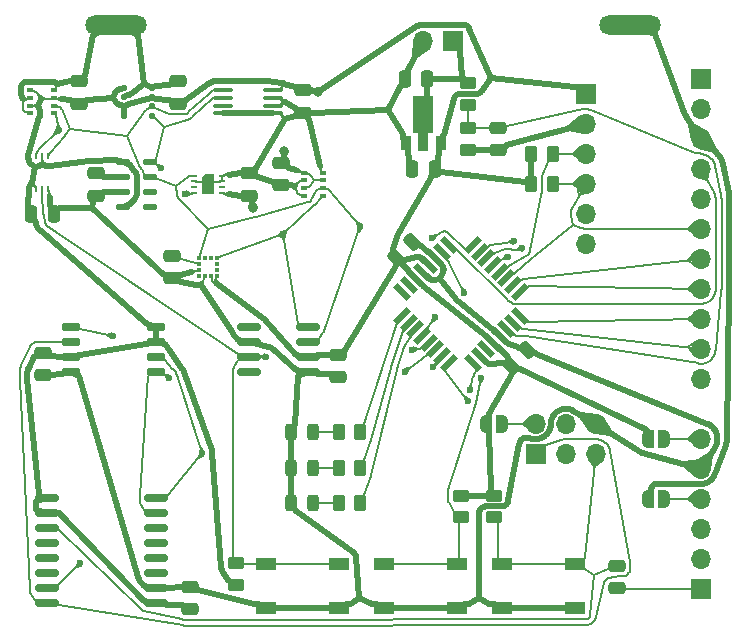
<source format=gbr>
%TF.GenerationSoftware,KiCad,Pcbnew,(6.0.4)*%
%TF.CreationDate,2022-03-20T23:12:24-04:00*%
%TF.ProjectId,main,6d61696e-2e6b-4696-9361-645f70636258,rev?*%
%TF.SameCoordinates,Original*%
%TF.FileFunction,Copper,L1,Top*%
%TF.FilePolarity,Positive*%
%FSLAX46Y46*%
G04 Gerber Fmt 4.6, Leading zero omitted, Abs format (unit mm)*
G04 Created by KiCad (PCBNEW (6.0.4)) date 2022-03-20 23:12:24*
%MOMM*%
%LPD*%
G01*
G04 APERTURE LIST*
G04 Aperture macros list*
%AMRoundRect*
0 Rectangle with rounded corners*
0 $1 Rounding radius*
0 $2 $3 $4 $5 $6 $7 $8 $9 X,Y pos of 4 corners*
0 Add a 4 corners polygon primitive as box body*
4,1,4,$2,$3,$4,$5,$6,$7,$8,$9,$2,$3,0*
0 Add four circle primitives for the rounded corners*
1,1,$1+$1,$2,$3*
1,1,$1+$1,$4,$5*
1,1,$1+$1,$6,$7*
1,1,$1+$1,$8,$9*
0 Add four rect primitives between the rounded corners*
20,1,$1+$1,$2,$3,$4,$5,0*
20,1,$1+$1,$4,$5,$6,$7,0*
20,1,$1+$1,$6,$7,$8,$9,0*
20,1,$1+$1,$8,$9,$2,$3,0*%
%AMRotRect*
0 Rectangle, with rotation*
0 The origin of the aperture is its center*
0 $1 length*
0 $2 width*
0 $3 Rotation angle, in degrees counterclockwise*
0 Add horizontal line*
21,1,$1,$2,0,0,$3*%
%AMFreePoly0*
4,1,9,3.862500,-0.866500,0.737500,-0.866500,0.737500,-0.450000,-0.737500,-0.450000,-0.737500,0.450000,0.737500,0.450000,0.737500,0.866500,3.862500,0.866500,3.862500,-0.866500,3.862500,-0.866500,$1*%
%AMFreePoly1*
4,1,6,0.500000,-0.850000,-0.500000,-0.850000,-0.500000,0.550000,-0.200000,0.850000,0.500000,0.850000,0.500000,-0.850000,0.500000,-0.850000,$1*%
%AMFreePoly2*
4,1,22,0.500000,-0.750000,0.000000,-0.750000,0.000000,-0.745033,-0.079941,-0.743568,-0.215256,-0.701293,-0.333266,-0.622738,-0.424486,-0.514219,-0.481581,-0.384460,-0.499164,-0.250000,-0.500000,-0.250000,-0.500000,0.250000,-0.499164,0.250000,-0.499963,0.256109,-0.478152,0.396186,-0.417904,0.524511,-0.324060,0.630769,-0.204165,0.706417,-0.067858,0.745374,0.000000,0.744959,0.000000,0.750000,
0.500000,0.750000,0.500000,-0.750000,0.500000,-0.750000,$1*%
%AMFreePoly3*
4,1,20,0.000000,0.744959,0.073905,0.744508,0.209726,0.703889,0.328688,0.626782,0.421226,0.519385,0.479903,0.390333,0.500000,0.250000,0.500000,-0.250000,0.499851,-0.262216,0.476331,-0.402017,0.414519,-0.529596,0.319384,-0.634700,0.198574,-0.708877,0.061801,-0.746166,0.000000,-0.745033,0.000000,-0.750000,-0.500000,-0.750000,-0.500000,0.750000,0.000000,0.750000,0.000000,0.744959,
0.000000,0.744959,$1*%
G04 Aperture macros list end*
%TA.AperFunction,SMDPad,CuDef*%
%ADD10RoundRect,0.250000X-0.250000X-0.475000X0.250000X-0.475000X0.250000X0.475000X-0.250000X0.475000X0*%
%TD*%
%TA.AperFunction,SMDPad,CuDef*%
%ADD11RoundRect,0.250000X0.250000X0.475000X-0.250000X0.475000X-0.250000X-0.475000X0.250000X-0.475000X0*%
%TD*%
%TA.AperFunction,SMDPad,CuDef*%
%ADD12RoundRect,0.243750X-0.243750X-0.456250X0.243750X-0.456250X0.243750X0.456250X-0.243750X0.456250X0*%
%TD*%
%TA.AperFunction,SMDPad,CuDef*%
%ADD13RotRect,1.600000X0.550000X315.000000*%
%TD*%
%TA.AperFunction,SMDPad,CuDef*%
%ADD14RotRect,1.600000X0.550000X45.000000*%
%TD*%
%TA.AperFunction,SMDPad,CuDef*%
%ADD15R,0.900000X1.300000*%
%TD*%
%TA.AperFunction,SMDPad,CuDef*%
%ADD16FreePoly0,90.000000*%
%TD*%
%TA.AperFunction,SMDPad,CuDef*%
%ADD17RoundRect,0.150000X-0.825000X-0.150000X0.825000X-0.150000X0.825000X0.150000X-0.825000X0.150000X0*%
%TD*%
%TA.AperFunction,SMDPad,CuDef*%
%ADD18RoundRect,0.150000X-0.650000X-0.150000X0.650000X-0.150000X0.650000X0.150000X-0.650000X0.150000X0*%
%TD*%
%TA.AperFunction,SMDPad,CuDef*%
%ADD19RoundRect,0.250000X-0.450000X0.262500X-0.450000X-0.262500X0.450000X-0.262500X0.450000X0.262500X0*%
%TD*%
%TA.AperFunction,ComponentPad*%
%ADD20R,1.700000X1.700000*%
%TD*%
%TA.AperFunction,ComponentPad*%
%ADD21O,1.700000X1.700000*%
%TD*%
%TA.AperFunction,SMDPad,CuDef*%
%ADD22R,0.500000X0.350000*%
%TD*%
%TA.AperFunction,SMDPad,CuDef*%
%ADD23RoundRect,0.125000X-0.137500X0.125000X-0.137500X-0.125000X0.137500X-0.125000X0.137500X0.125000X0*%
%TD*%
%TA.AperFunction,SMDPad,CuDef*%
%ADD24R,1.800000X1.100000*%
%TD*%
%TA.AperFunction,SMDPad,CuDef*%
%ADD25R,0.550000X0.250000*%
%TD*%
%TA.AperFunction,SMDPad,CuDef*%
%ADD26FreePoly1,0.000000*%
%TD*%
%TA.AperFunction,SMDPad,CuDef*%
%ADD27RoundRect,0.100000X-0.712500X-0.100000X0.712500X-0.100000X0.712500X0.100000X-0.712500X0.100000X0*%
%TD*%
%TA.AperFunction,SMDPad,CuDef*%
%ADD28RoundRect,0.250000X-0.475000X0.250000X-0.475000X-0.250000X0.475000X-0.250000X0.475000X0.250000X0*%
%TD*%
%TA.AperFunction,SMDPad,CuDef*%
%ADD29RoundRect,0.150000X-0.875000X-0.150000X0.875000X-0.150000X0.875000X0.150000X-0.875000X0.150000X0*%
%TD*%
%TA.AperFunction,SMDPad,CuDef*%
%ADD30RoundRect,0.250000X0.450000X-0.262500X0.450000X0.262500X-0.450000X0.262500X-0.450000X-0.262500X0*%
%TD*%
%TA.AperFunction,SMDPad,CuDef*%
%ADD31RoundRect,0.125000X-0.475000X-0.125000X0.475000X-0.125000X0.475000X0.125000X-0.475000X0.125000X0*%
%TD*%
%TA.AperFunction,SMDPad,CuDef*%
%ADD32FreePoly2,0.000000*%
%TD*%
%TA.AperFunction,SMDPad,CuDef*%
%ADD33FreePoly3,0.000000*%
%TD*%
%TA.AperFunction,SMDPad,CuDef*%
%ADD34RoundRect,0.250000X-0.262500X-0.450000X0.262500X-0.450000X0.262500X0.450000X-0.262500X0.450000X0*%
%TD*%
%TA.AperFunction,SMDPad,CuDef*%
%ADD35RoundRect,0.250000X0.262500X0.450000X-0.262500X0.450000X-0.262500X-0.450000X0.262500X-0.450000X0*%
%TD*%
%TA.AperFunction,ComponentPad*%
%ADD36RoundRect,0.850000X-1.750000X0.000000X1.750000X0.000000X1.750000X0.000000X-1.750000X0.000000X0*%
%TD*%
%TA.AperFunction,SMDPad,CuDef*%
%ADD37RoundRect,0.250000X0.159099X-0.512652X0.512652X-0.159099X-0.159099X0.512652X-0.512652X0.159099X0*%
%TD*%
%TA.AperFunction,SMDPad,CuDef*%
%ADD38RoundRect,0.250000X0.475000X-0.250000X0.475000X0.250000X-0.475000X0.250000X-0.475000X-0.250000X0*%
%TD*%
%TA.AperFunction,SMDPad,CuDef*%
%ADD39RoundRect,0.062500X0.062500X-0.212500X0.062500X0.212500X-0.062500X0.212500X-0.062500X-0.212500X0*%
%TD*%
%TA.AperFunction,SMDPad,CuDef*%
%ADD40R,0.350000X0.375000*%
%TD*%
%TA.AperFunction,SMDPad,CuDef*%
%ADD41R,0.375000X0.350000*%
%TD*%
%TA.AperFunction,ViaPad*%
%ADD42C,0.600000*%
%TD*%
%TA.AperFunction,ViaPad*%
%ADD43C,0.800000*%
%TD*%
%TA.AperFunction,Conductor*%
%ADD44C,0.200000*%
%TD*%
%TA.AperFunction,Conductor*%
%ADD45C,0.500000*%
%TD*%
G04 APERTURE END LIST*
D10*
%TO.P,C1,1*%
%TO.N,GND*%
X133670000Y-52070000D03*
%TO.P,C1,2*%
%TO.N,BAT+*%
X135570000Y-52070000D03*
%TD*%
D11*
%TO.P,C2,1*%
%TO.N,+3V3*%
X136205000Y-59690000D03*
%TO.P,C2,2*%
%TO.N,GND*%
X134305000Y-59690000D03*
%TD*%
D12*
%TO.P,D1,1,K*%
%TO.N,GND*%
X124062500Y-82000000D03*
%TO.P,D1,2,A*%
%TO.N,Net-(D1-Pad2)*%
X125937500Y-82000000D03*
%TD*%
D13*
%TO.P,U1,1,PD3*%
%TO.N,INT1*%
X137404695Y-66134897D03*
%TO.P,U1,2,PD4*%
%TO.N,OPTION*%
X136839010Y-66700583D03*
%TO.P,U1,3,GND*%
%TO.N,GND*%
X136273324Y-67266268D03*
%TO.P,U1,4,VCC*%
%TO.N,+3V3*%
X135707639Y-67831953D03*
%TO.P,U1,5,GND*%
%TO.N,GND*%
X135141953Y-68397639D03*
%TO.P,U1,6,VCC*%
%TO.N,+3V3*%
X134576268Y-68963324D03*
%TO.P,U1,7,XTAL1/PB6*%
%TO.N,unconnected-(U1-Pad7)*%
X134010583Y-69529010D03*
%TO.P,U1,8,XTAL2/PB7*%
%TO.N,unconnected-(U1-Pad8)*%
X133444897Y-70094695D03*
D14*
%TO.P,U1,9,PD5*%
%TO.N,RED_LED*%
X133444897Y-72145305D03*
%TO.P,U1,10,PD6*%
%TO.N,YELLOW_LED*%
X134010583Y-72710990D03*
%TO.P,U1,11,PD7*%
%TO.N,GREEN_LED*%
X134576268Y-73276676D03*
%TO.P,U1,12,PB0*%
%TO.N,PB0*%
X135141953Y-73842361D03*
%TO.P,U1,13,PB1*%
%TO.N,SS2*%
X135707639Y-74408047D03*
%TO.P,U1,14,PB2*%
%TO.N,SS*%
X136273324Y-74973732D03*
%TO.P,U1,15,PB3*%
%TO.N,DSI*%
X136839010Y-75539417D03*
%TO.P,U1,16,PB4*%
%TO.N,DSO*%
X137404695Y-76105103D03*
D13*
%TO.P,U1,17,PB5*%
%TO.N,SCK*%
X139455305Y-76105103D03*
%TO.P,U1,18,AVCC*%
%TO.N,+3V3*%
X140020990Y-75539417D03*
%TO.P,U1,19,ADC6*%
%TO.N,unconnected-(U1-Pad19)*%
X140586676Y-74973732D03*
%TO.P,U1,20,AREF*%
%TO.N,+3V3*%
X141152361Y-74408047D03*
%TO.P,U1,21,GND*%
%TO.N,GND*%
X141718047Y-73842361D03*
%TO.P,U1,22,ADC7*%
%TO.N,Net-(C3-Pad1)*%
X142283732Y-73276676D03*
%TO.P,U1,23,PC0*%
%TO.N,PC0*%
X142849417Y-72710990D03*
%TO.P,U1,24,PC1*%
%TO.N,PC1*%
X143415103Y-72145305D03*
D14*
%TO.P,U1,25,PC2*%
%TO.N,PC2*%
X143415103Y-70094695D03*
%TO.P,U1,26,PC3*%
%TO.N,PC3*%
X142849417Y-69529010D03*
%TO.P,U1,27,PC4*%
%TO.N,SDA*%
X142283732Y-68963324D03*
%TO.P,U1,28,PC5*%
%TO.N,SCL*%
X141718047Y-68397639D03*
%TO.P,U1,29,~{RESET}/PC6*%
%TO.N,RESET*%
X141152361Y-67831953D03*
%TO.P,U1,30,PD0*%
%TO.N,MRX*%
X140586676Y-67266268D03*
%TO.P,U1,31,PD1*%
%TO.N,MTX*%
X140020990Y-66700583D03*
%TO.P,U1,32,PD2*%
%TO.N,CLKINT*%
X139455305Y-66134897D03*
%TD*%
D15*
%TO.P,U2,1,GND*%
%TO.N,GND*%
X133755000Y-57530000D03*
D16*
%TO.P,U2,2,VI*%
%TO.N,BAT+*%
X135255000Y-57442500D03*
D15*
%TO.P,U2,3,VO*%
%TO.N,+3V3*%
X136755000Y-57530000D03*
%TD*%
D17*
%TO.P,U3,1,32KHZ*%
%TO.N,unconnected-(U3-Pad1)*%
X120525000Y-73095000D03*
%TO.P,U3,2,VCC*%
%TO.N,GND*%
X120525000Y-74365000D03*
%TO.P,U3,3,~{INT}/SQW*%
%TO.N,CLKINT*%
X120525000Y-75635000D03*
%TO.P,U3,4,~{RST}*%
%TO.N,unconnected-(U3-Pad4)*%
X120525000Y-76905000D03*
%TO.P,U3,5,GND*%
%TO.N,GND*%
X125475000Y-76905000D03*
%TO.P,U3,6,VBAT*%
%TO.N,+3V3*%
X125475000Y-75635000D03*
%TO.P,U3,7,SDA*%
%TO.N,SDA*%
X125475000Y-74365000D03*
%TO.P,U3,8,SCL*%
%TO.N,SCL*%
X125475000Y-73095000D03*
%TD*%
D18*
%TO.P,U4,1,~{CS}*%
%TO.N,SS2*%
X105400000Y-73095000D03*
%TO.P,U4,2,DO(IO1)*%
%TO.N,DSO*%
X105400000Y-74365000D03*
%TO.P,U4,3,IO2*%
%TO.N,+3V3*%
X105400000Y-75635000D03*
%TO.P,U4,4,GND*%
%TO.N,GND*%
X105400000Y-76905000D03*
%TO.P,U4,5,DI(IO0)*%
%TO.N,DSI*%
X112600000Y-76905000D03*
%TO.P,U4,6,CLK*%
%TO.N,SCK*%
X112600000Y-75635000D03*
%TO.P,U4,7,IO3*%
%TO.N,+3V3*%
X112600000Y-74365000D03*
%TO.P,U4,8,VCC*%
X112600000Y-73095000D03*
%TD*%
D19*
%TO.P,R1,1*%
%TO.N,BAT+*%
X139065000Y-52427500D03*
%TO.P,R1,2*%
%TO.N,Net-(C3-Pad1)*%
X139065000Y-54252500D03*
%TD*%
D20*
%TO.P,J1,1,Pin_1*%
%TO.N,BAT+*%
X137800000Y-48895000D03*
D21*
%TO.P,J1,2,Pin_2*%
%TO.N,GND*%
X135260000Y-48895000D03*
%TD*%
D22*
%TO.P,U5,1,GND*%
%TO.N,GND*%
X104025000Y-53025000D03*
%TO.P,U5,2,CSB*%
%TO.N,+3V3*%
X104025000Y-53675000D03*
%TO.P,U5,3,SDI*%
%TO.N,SDA*%
X104025000Y-54325000D03*
%TO.P,U5,4,SCK*%
%TO.N,SCL*%
X104025000Y-54975000D03*
%TO.P,U5,5,SDO*%
%TO.N,GND*%
X101975000Y-54975000D03*
%TO.P,U5,6,VDDIO*%
%TO.N,+3V3*%
X101975000Y-54325000D03*
%TO.P,U5,7,GND*%
%TO.N,GND*%
X101975000Y-53675000D03*
%TO.P,U5,8,VDD*%
%TO.N,+3V3*%
X101975000Y-53025000D03*
%TD*%
D23*
%TO.P,U6,1,GND*%
%TO.N,GND*%
X112264500Y-52800000D03*
%TO.P,U6,2,CSB*%
%TO.N,+3V3*%
X112264500Y-53600000D03*
%TO.P,U6,3,SDI*%
%TO.N,SDA*%
X112264500Y-54400000D03*
%TO.P,U6,4,SCK*%
%TO.N,SCL*%
X112264500Y-55200000D03*
%TO.P,U6,5,SDO*%
%TO.N,+3V3*%
X109889500Y-55200000D03*
%TO.P,U6,6,VDDIO*%
X109889500Y-54400000D03*
%TO.P,U6,7,GND*%
%TO.N,GND*%
X109889500Y-53600000D03*
%TO.P,U6,8,VDD*%
%TO.N,+3V3*%
X109889500Y-52800000D03*
%TD*%
D24*
%TO.P,SW1,1,1*%
%TO.N,GND*%
X141900000Y-96850000D03*
X148100000Y-96850000D03*
%TO.P,SW1,2,2*%
%TO.N,RESET*%
X141900000Y-93150000D03*
X148100000Y-93150000D03*
%TD*%
D25*
%TO.P,U7,1,SDA*%
%TO.N,SDA*%
X115825000Y-60250000D03*
%TO.P,U7,2,ADDR*%
%TO.N,GND*%
X115825000Y-60750000D03*
%TO.P,U7,3,ALERT*%
%TO.N,unconnected-(U7-Pad3)*%
X115825000Y-61250000D03*
%TO.P,U7,4,SCL*%
%TO.N,SCL*%
X115825000Y-61750000D03*
%TO.P,U7,5,VDD*%
%TO.N,+3V3*%
X118175000Y-61750000D03*
%TO.P,U7,6,~{RESET}*%
%TO.N,unconnected-(U7-Pad6)*%
X118175000Y-61250000D03*
%TO.P,U7,7,R*%
%TO.N,GND*%
X118175000Y-60750000D03*
%TO.P,U7,8,VSS*%
X118175000Y-60250000D03*
D26*
%TO.P,U7,9,VSS*%
X117000000Y-61000000D03*
%TD*%
D27*
%TO.P,U8,1,SDA*%
%TO.N,SDA*%
X118297500Y-53025000D03*
%TO.P,U8,2,SCL*%
%TO.N,SCL*%
X118297500Y-53675000D03*
%TO.P,U8,3,Alert*%
%TO.N,unconnected-(U8-Pad3)*%
X118297500Y-54325000D03*
%TO.P,U8,4,GND*%
%TO.N,GND*%
X118297500Y-54975000D03*
%TO.P,U8,5,A2*%
X122522500Y-54975000D03*
%TO.P,U8,6,A1*%
X122522500Y-54325000D03*
%TO.P,U8,7,A0*%
X122522500Y-53675000D03*
%TO.P,U8,8,VDD*%
%TO.N,+3V3*%
X122522500Y-53025000D03*
%TD*%
D28*
%TO.P,C3,1*%
%TO.N,Net-(C3-Pad1)*%
X141605000Y-56200000D03*
%TO.P,C3,2*%
%TO.N,GND*%
X141605000Y-58100000D03*
%TD*%
D19*
%TO.P,R2,1*%
%TO.N,Net-(C3-Pad1)*%
X139065000Y-56237500D03*
%TO.P,R2,2*%
%TO.N,GND*%
X139065000Y-58062500D03*
%TD*%
%TO.P,R3,1*%
%TO.N,+3V3*%
X141224000Y-87352500D03*
%TO.P,R3,2*%
%TO.N,RESET*%
X141224000Y-89177500D03*
%TD*%
D29*
%TO.P,U9,1,~{HOLD}/IO3*%
%TO.N,+3V3*%
X103350000Y-87555000D03*
%TO.P,U9,2,VCC*%
X103350000Y-88825000D03*
%TO.P,U9,3,~{RESET}*%
%TO.N,RESET*%
X103350000Y-90095000D03*
%TO.P,U9,4*%
%TO.N,N/C*%
X103350000Y-91365000D03*
%TO.P,U9,5*%
X103350000Y-92635000D03*
%TO.P,U9,6*%
X103350000Y-93905000D03*
%TO.P,U9,7,~{CS}*%
%TO.N,SS*%
X103350000Y-95175000D03*
%TO.P,U9,8,DO/IO1*%
%TO.N,DSO*%
X103350000Y-96445000D03*
%TO.P,U9,9,~{WP}/IO2*%
%TO.N,+3V3*%
X112650000Y-96445000D03*
%TO.P,U9,10,GND*%
%TO.N,GND*%
X112650000Y-95175000D03*
%TO.P,U9,11*%
%TO.N,N/C*%
X112650000Y-93905000D03*
%TO.P,U9,12*%
X112650000Y-92635000D03*
%TO.P,U9,13*%
X112650000Y-91365000D03*
%TO.P,U9,14*%
X112650000Y-90095000D03*
%TO.P,U9,15,DI/IO0*%
%TO.N,DSI*%
X112650000Y-88825000D03*
%TO.P,U9,16,CLK*%
%TO.N,SCK*%
X112650000Y-87555000D03*
%TD*%
D28*
%TO.P,C4,1*%
%TO.N,RESET*%
X151638000Y-93284000D03*
%TO.P,C4,2*%
%TO.N,DTR*%
X151638000Y-95184000D03*
%TD*%
%TO.P,C5,1*%
%TO.N,Net-(C5-Pad1)*%
X107500000Y-60050000D03*
%TO.P,C5,2*%
%TO.N,GND*%
X107500000Y-61950000D03*
%TD*%
D12*
%TO.P,D2,1,K*%
%TO.N,GND*%
X124062500Y-88000000D03*
%TO.P,D2,2,A*%
%TO.N,Net-(D2-Pad2)*%
X125937500Y-88000000D03*
%TD*%
%TO.P,D3,1,K*%
%TO.N,GND*%
X124062500Y-85000000D03*
%TO.P,D3,2,A*%
%TO.N,Net-(D3-Pad2)*%
X125937500Y-85000000D03*
%TD*%
D20*
%TO.P,J2,1,Pin_1*%
%TO.N,DSO*%
X144780000Y-83820000D03*
D21*
%TO.P,J2,2,Pin_2*%
%TO.N,Net-(J2-Pad2)*%
X144780000Y-81280000D03*
%TO.P,J2,3,Pin_3*%
%TO.N,SCK*%
X147320000Y-83820000D03*
%TO.P,J2,4,Pin_4*%
%TO.N,DSI*%
X147320000Y-81280000D03*
%TO.P,J2,5,Pin_5*%
%TO.N,RESET*%
X149860000Y-83820000D03*
%TO.P,J2,6,Pin_6*%
%TO.N,GND*%
X149860000Y-81280000D03*
%TD*%
D30*
%TO.P,R4,1*%
%TO.N,+3V3*%
X119380000Y-94892500D03*
%TO.P,R4,2*%
%TO.N,CLKINT*%
X119380000Y-93067500D03*
%TD*%
D24*
%TO.P,SW2,1,1*%
%TO.N,GND*%
X121900000Y-96850000D03*
X128100000Y-96850000D03*
%TO.P,SW2,2,2*%
%TO.N,CLKINT*%
X121900000Y-93150000D03*
X128100000Y-93150000D03*
%TD*%
D22*
%TO.P,U11,1,GND*%
%TO.N,GND*%
X126753000Y-60001000D03*
%TO.P,U11,2,CSB*%
%TO.N,+3V3*%
X126753000Y-60651000D03*
%TO.P,U11,3,SDI*%
%TO.N,SDA*%
X126753000Y-61301000D03*
%TO.P,U11,4,SCK*%
%TO.N,SCL*%
X126753000Y-61951000D03*
%TO.P,U11,5,SDO*%
%TO.N,GND*%
X125153000Y-61951000D03*
%TO.P,U11,6,VDDIO*%
%TO.N,+3V3*%
X125153000Y-61301000D03*
%TO.P,U11,7,GND*%
%TO.N,GND*%
X125153000Y-60651000D03*
%TO.P,U11,8,VDD*%
%TO.N,+3V3*%
X125153000Y-60001000D03*
%TD*%
D31*
%TO.P,U10,1,VDD*%
%TO.N,+3V3*%
X109850000Y-59125000D03*
%TO.P,U10,2,CAP*%
%TO.N,Net-(C5-Pad1)*%
X109850000Y-60375000D03*
%TO.P,U10,3,GND*%
%TO.N,GND*%
X109850000Y-61625000D03*
%TO.P,U10,4,VDDIO*%
%TO.N,+3V3*%
X109850000Y-62875000D03*
%TO.P,U10,5,INT2*%
%TO.N,unconnected-(U10-Pad5)*%
X112150000Y-62875000D03*
%TO.P,U10,6,INT1*%
%TO.N,unconnected-(U10-Pad6)*%
X112150000Y-61625000D03*
%TO.P,U10,7,SDL*%
%TO.N,SDA*%
X112150000Y-60375000D03*
%TO.P,U10,8,SCL*%
%TO.N,SCL*%
X112150000Y-59125000D03*
%TD*%
D32*
%TO.P,JP1,1,1*%
%TO.N,+3V3*%
X140574000Y-81280000D03*
D33*
%TO.P,JP1,2,2*%
%TO.N,Net-(J2-Pad2)*%
X141874000Y-81280000D03*
%TD*%
D19*
%TO.P,R5,1*%
%TO.N,+3V3*%
X138430000Y-87352500D03*
%TO.P,R5,2*%
%TO.N,OPTION*%
X138430000Y-89177500D03*
%TD*%
D34*
%TO.P,R6,1*%
%TO.N,+3V3*%
X144375500Y-60960000D03*
%TO.P,R6,2*%
%TO.N,SDA*%
X146200500Y-60960000D03*
%TD*%
%TO.P,R7,1*%
%TO.N,+3V3*%
X144375500Y-58420000D03*
%TO.P,R7,2*%
%TO.N,SCL*%
X146200500Y-58420000D03*
%TD*%
D24*
%TO.P,SW3,1,1*%
%TO.N,GND*%
X131900000Y-96850000D03*
X138100000Y-96850000D03*
%TO.P,SW3,2,2*%
%TO.N,OPTION*%
X138100000Y-93150000D03*
X131900000Y-93150000D03*
%TD*%
D35*
%TO.P,R8,1*%
%TO.N,RED_LED*%
X129912500Y-82000000D03*
%TO.P,R8,2*%
%TO.N,Net-(D1-Pad2)*%
X128087500Y-82000000D03*
%TD*%
%TO.P,R9,1*%
%TO.N,GREEN_LED*%
X129912500Y-88000000D03*
%TO.P,R9,2*%
%TO.N,Net-(D2-Pad2)*%
X128087500Y-88000000D03*
%TD*%
%TO.P,R10,1*%
%TO.N,YELLOW_LED*%
X129912500Y-85000000D03*
%TO.P,R10,2*%
%TO.N,Net-(D3-Pad2)*%
X128087500Y-85000000D03*
%TD*%
D20*
%TO.P,J4,1,Pin_1*%
%TO.N,GND*%
X158750000Y-52070000D03*
D21*
%TO.P,J4,2,Pin_2*%
%TO.N,+3V3*%
X158750000Y-54610000D03*
%TO.P,J4,3,Pin_3*%
%TO.N,BAT+*%
X158750000Y-57150000D03*
%TO.P,J4,4,Pin_4*%
%TO.N,INT1*%
X158750000Y-59690000D03*
%TO.P,J4,5,Pin_5*%
%TO.N,SCL*%
X158750000Y-62230000D03*
%TO.P,J4,6,Pin_6*%
%TO.N,SDA*%
X158750000Y-64770000D03*
%TO.P,J4,7,Pin_7*%
%TO.N,PC3*%
X158750000Y-67310000D03*
%TO.P,J4,8,Pin_8*%
%TO.N,PC2*%
X158750000Y-69850000D03*
%TO.P,J4,9,Pin_9*%
%TO.N,PC1*%
X158750000Y-72390000D03*
%TO.P,J4,10,Pin_10*%
%TO.N,PC0*%
X158750000Y-74930000D03*
%TO.P,J4,11,Pin_11*%
%TO.N,PB0*%
X158750000Y-77470000D03*
%TD*%
D20*
%TO.P,J3,1,Pin_1*%
%TO.N,DTR*%
X158750000Y-95250000D03*
D21*
%TO.P,J3,2,Pin_2*%
%TO.N,MTX*%
X158750000Y-92710000D03*
%TO.P,J3,3,Pin_3*%
%TO.N,MRX*%
X158750000Y-90170000D03*
%TO.P,J3,4,Pin_4*%
%TO.N,Net-(J3-Pad4)*%
X158750000Y-87630000D03*
%TO.P,J3,5,Pin_5*%
%TO.N,GND*%
X158750000Y-85090000D03*
%TO.P,J3,6,Pin_6*%
%TO.N,Net-(J3-Pad6)*%
X158750000Y-82550000D03*
%TD*%
D20*
%TO.P,J5,1,Pin_1*%
%TO.N,+3V3*%
X149000000Y-53340000D03*
D21*
%TO.P,J5,2,Pin_2*%
%TO.N,GND*%
X149000000Y-55880000D03*
%TO.P,J5,3,Pin_3*%
%TO.N,SCL*%
X149000000Y-58420000D03*
%TO.P,J5,4,Pin_4*%
%TO.N,SDA*%
X149000000Y-60960000D03*
%TO.P,J5,5,Pin_5*%
%TO.N,unconnected-(J5-Pad5)*%
X149000000Y-63500000D03*
%TO.P,J5,6,Pin_6*%
%TO.N,unconnected-(J5-Pad6)*%
X149000000Y-66040000D03*
%TD*%
D32*
%TO.P,JP2,1,1*%
%TO.N,BAT+*%
X154290000Y-87630000D03*
D33*
%TO.P,JP2,2,2*%
%TO.N,Net-(J3-Pad4)*%
X155590000Y-87630000D03*
%TD*%
D32*
%TO.P,JP3,1,1*%
%TO.N,+3V3*%
X154290000Y-82550000D03*
D33*
%TO.P,JP3,2,2*%
%TO.N,Net-(J3-Pad6)*%
X155590000Y-82550000D03*
%TD*%
D28*
%TO.P,C13,1*%
%TO.N,+3V3*%
X128000000Y-75443000D03*
%TO.P,C13,2*%
%TO.N,GND*%
X128000000Y-77343000D03*
%TD*%
D36*
%TO.P,TP2,1,1*%
%TO.N,GND*%
X109250000Y-47500000D03*
%TD*%
D28*
%TO.P,C14,1*%
%TO.N,+3V3*%
X125077000Y-53050000D03*
%TO.P,C14,2*%
%TO.N,GND*%
X125077000Y-54950000D03*
%TD*%
D37*
%TO.P,C9,1*%
%TO.N,+3V3*%
X132932249Y-67219751D03*
%TO.P,C9,2*%
%TO.N,GND*%
X134275751Y-65876249D03*
%TD*%
D38*
%TO.P,C7,1*%
%TO.N,+3V3*%
X115500000Y-96950000D03*
%TO.P,C7,2*%
%TO.N,GND*%
X115500000Y-95050000D03*
%TD*%
D28*
%TO.P,C8,1*%
%TO.N,+3V3*%
X103013000Y-75250000D03*
%TO.P,C8,2*%
%TO.N,GND*%
X103013000Y-77150000D03*
%TD*%
%TO.P,C15,1*%
%TO.N,+3V3*%
X123221300Y-59189500D03*
%TO.P,C15,2*%
%TO.N,GND*%
X123221300Y-61089500D03*
%TD*%
D38*
%TO.P,C10,1*%
%TO.N,+3V3*%
X114441000Y-54179000D03*
%TO.P,C10,2*%
%TO.N,GND*%
X114441000Y-52279000D03*
%TD*%
%TO.P,C12,1*%
%TO.N,+3V3*%
X106077000Y-54179000D03*
%TO.P,C12,2*%
%TO.N,GND*%
X106077000Y-52279000D03*
%TD*%
D28*
%TO.P,C17,1*%
%TO.N,Net-(C17-Pad1)*%
X114000000Y-67050000D03*
%TO.P,C17,2*%
%TO.N,GND*%
X114000000Y-68950000D03*
%TD*%
D39*
%TO.P,U12,1,VCC*%
%TO.N,+3V3*%
X102500000Y-61375000D03*
%TO.P,U12,2,INT*%
%TO.N,CLKINT*%
X103000000Y-61375000D03*
%TO.P,U12,3,GND*%
%TO.N,GND*%
X103500000Y-61375000D03*
%TO.P,U12,4,SDA*%
%TO.N,SDA*%
X103500000Y-58625000D03*
%TO.P,U12,5,DVI*%
%TO.N,+3V3*%
X103000000Y-58625000D03*
%TO.P,U12,6,SCL*%
%TO.N,SCL*%
X102500000Y-58625000D03*
%TD*%
D40*
%TO.P,U13,1,SCL/SPC*%
%TO.N,SCL*%
X117750000Y-67237500D03*
%TO.P,U13,2,CS_XL*%
%TO.N,unconnected-(U13-Pad2)*%
X117250000Y-67237500D03*
%TO.P,U13,3,CS_MAG*%
%TO.N,unconnected-(U13-Pad3)*%
X116750000Y-67237500D03*
%TO.P,U13,4,SDA/SDI/SDO*%
%TO.N,SDA*%
X116250000Y-67237500D03*
D41*
%TO.P,U13,5,C1*%
%TO.N,Net-(C17-Pad1)*%
X116237500Y-67750000D03*
%TO.P,U13,6,GND*%
%TO.N,GND*%
X116237500Y-68250000D03*
D40*
%TO.P,U13,7,INT_MAG*%
%TO.N,unconnected-(U13-Pad7)*%
X116250000Y-68762500D03*
%TO.P,U13,8,GND*%
%TO.N,GND*%
X116750000Y-68762500D03*
%TO.P,U13,9,VDD*%
%TO.N,+3V3*%
X117250000Y-68762500D03*
%TO.P,U13,10,VDDIO*%
X117750000Y-68762500D03*
D41*
%TO.P,U13,11,DRDY_MAG*%
%TO.N,unconnected-(U13-Pad11)*%
X117762500Y-68250000D03*
%TO.P,U13,12,INT_XL*%
%TO.N,unconnected-(U13-Pad12)*%
X117762500Y-67750000D03*
%TD*%
D36*
%TO.P,TP1,1,1*%
%TO.N,BAT+*%
X152750000Y-47500000D03*
%TD*%
D38*
%TO.P,C6,1*%
%TO.N,+3V3*%
X120500000Y-61950000D03*
%TO.P,C6,2*%
%TO.N,GND*%
X120500000Y-60050000D03*
%TD*%
D37*
%TO.P,C11,1*%
%TO.N,+3V3*%
X142711249Y-76363751D03*
%TO.P,C11,2*%
%TO.N,GND*%
X144054751Y-75020249D03*
%TD*%
D10*
%TO.P,C16,1*%
%TO.N,+3V3*%
X102050000Y-63500000D03*
%TO.P,C16,2*%
%TO.N,GND*%
X103950000Y-63500000D03*
%TD*%
D42*
%TO.N,OPTION*%
X138712800Y-70213900D03*
X140175400Y-77393000D03*
%TO.N,PB0*%
X136279600Y-72249500D03*
%TO.N,MTX*%
X142940800Y-65835100D03*
%TO.N,MRX*%
X143619900Y-66425700D03*
%TO.N,CLKINT*%
X121940500Y-75576300D03*
X136009400Y-65553400D03*
%TO.N,SS2*%
X134312200Y-74989400D03*
X108966700Y-73804000D03*
%TO.N,DSI*%
X136045000Y-76498800D03*
X113746000Y-77370000D03*
%TO.N,DSO*%
X139023900Y-79316600D03*
%TO.N,SS*%
X133665800Y-76847000D03*
X106209700Y-93099200D03*
%TO.N,SCK*%
X116546100Y-83785600D03*
X139195100Y-78432900D03*
%TO.N,SDA*%
X129926200Y-64561900D03*
%TO.N,SCL*%
X113026200Y-59648500D03*
X104371200Y-56437100D03*
X115110100Y-61783000D03*
X123362000Y-65230100D03*
%TO.N,RESET*%
X142410400Y-67130700D03*
D43*
%TO.N,+3V3*%
X123483600Y-58149800D03*
X120850100Y-62976400D03*
X126328400Y-53175100D03*
%TD*%
D44*
%TO.N,Net-(C17-Pad1)*%
X116150000Y-67675000D02*
X116237500Y-67750000D01*
X116050000Y-67675000D02*
X116150000Y-67675000D01*
X116046750Y-67674950D02*
X116050000Y-67675000D01*
X116043500Y-67674790D02*
X116046750Y-67674950D01*
X116040250Y-67674520D02*
X116043500Y-67674790D01*
X116037020Y-67674150D02*
X116040250Y-67674520D01*
X116033800Y-67673680D02*
X116037020Y-67674150D01*
X116030600Y-67673100D02*
X116033800Y-67673680D01*
X116026100Y-67672200D02*
X116030600Y-67673100D01*
X116023160Y-67671610D02*
X116026100Y-67672200D01*
X116020230Y-67670970D02*
X116023160Y-67671610D01*
X116017310Y-67670300D02*
X116020230Y-67670970D01*
X116014400Y-67669600D02*
X116017310Y-67670300D01*
X114716400Y-67348000D02*
X116014400Y-67669600D01*
X114000000Y-67050000D02*
X114716400Y-67348000D01*
%TO.N,Net-(D3-Pad2)*%
X126325900Y-85000000D02*
X125937500Y-85000000D01*
X126425900Y-85000000D02*
X126325900Y-85000000D01*
X127574000Y-85000000D02*
X126425900Y-85000000D01*
X127674000Y-85000000D02*
X127574000Y-85000000D01*
X128087500Y-85000000D02*
X127674000Y-85000000D01*
%TO.N,Net-(D2-Pad2)*%
X126325900Y-88000000D02*
X125937500Y-88000000D01*
X126425900Y-88000000D02*
X126325900Y-88000000D01*
X127574000Y-88000000D02*
X126425900Y-88000000D01*
X127674000Y-88000000D02*
X127574000Y-88000000D01*
X128087500Y-88000000D02*
X127674000Y-88000000D01*
%TO.N,Net-(D1-Pad2)*%
X126325900Y-82000000D02*
X125937500Y-82000000D01*
X126425900Y-82000000D02*
X126325900Y-82000000D01*
X127574000Y-82000000D02*
X126425900Y-82000000D01*
X127674000Y-82000000D02*
X127574000Y-82000000D01*
X128087500Y-82000000D02*
X127674000Y-82000000D01*
%TO.N,OPTION*%
X139706700Y-79470600D02*
X140175400Y-77393000D01*
X139704060Y-79482150D02*
X139706770Y-79470620D01*
X139701160Y-79493640D02*
X139704060Y-79482150D01*
X139698070Y-79505080D02*
X139701160Y-79493640D01*
X139694780Y-79516470D02*
X139698070Y-79505080D01*
X139691300Y-79527800D02*
X139694780Y-79516470D01*
X137366800Y-86873300D02*
X139691300Y-79527800D01*
X137357720Y-86907040D02*
X137355920Y-86915580D01*
X137359720Y-86898530D02*
X137357720Y-86907040D01*
X137361890Y-86890070D02*
X137359720Y-86898530D01*
X137364260Y-86881660D02*
X137361890Y-86890070D01*
X137366800Y-86873300D02*
X137364260Y-86881660D01*
X137336800Y-87011600D02*
X137356000Y-86915600D01*
X137329260Y-87076850D02*
X137329040Y-87090000D01*
X137329910Y-87063720D02*
X137329260Y-87076850D01*
X137330990Y-87050610D02*
X137329910Y-87063720D01*
X137332500Y-87037540D02*
X137330990Y-87050610D01*
X137334430Y-87024540D02*
X137332500Y-87037540D01*
X137336800Y-87011600D02*
X137334430Y-87024540D01*
X137329000Y-87615000D02*
X137329000Y-87090000D01*
X137334390Y-87680470D02*
X137336760Y-87693410D01*
X137332460Y-87667460D02*
X137334390Y-87680470D01*
X137330940Y-87654400D02*
X137332460Y-87667460D01*
X137329860Y-87641290D02*
X137330940Y-87654400D01*
X137329220Y-87628150D02*
X137329860Y-87641290D01*
X137329000Y-87615000D02*
X137329220Y-87628150D01*
X137356000Y-87789400D02*
X137336800Y-87693400D01*
X137390920Y-87890770D02*
X137398080Y-87904350D01*
X137384280Y-87876910D02*
X137390920Y-87890770D01*
X137378170Y-87862820D02*
X137384280Y-87876910D01*
X137372620Y-87848500D02*
X137378170Y-87862820D01*
X137367610Y-87833970D02*
X137372620Y-87848500D01*
X137363170Y-87819270D02*
X137367610Y-87833970D01*
X137359300Y-87804400D02*
X137363170Y-87819270D01*
X137356000Y-87789400D02*
X137359300Y-87804400D01*
X137841200Y-88706800D02*
X137398000Y-87904400D01*
X137842100Y-88708500D02*
X137841200Y-88706800D01*
X137843300Y-88710400D02*
X137842100Y-88708500D01*
X138430000Y-89177500D02*
X137843300Y-88710400D01*
X138265000Y-89591000D02*
X138430000Y-89177500D01*
X138265000Y-89691000D02*
X138265000Y-89591000D01*
X138265000Y-92600000D02*
X138265000Y-89691000D01*
X138265000Y-92700000D02*
X138265000Y-92600000D01*
X138100000Y-93150000D02*
X138265000Y-92700000D01*
X137300000Y-93150000D02*
X138100000Y-93150000D01*
X137200000Y-93150000D02*
X137300000Y-93150000D01*
X132800000Y-93150000D02*
X137200000Y-93150000D01*
X132700000Y-93150000D02*
X132800000Y-93150000D01*
X131900000Y-93150000D02*
X132700000Y-93150000D01*
X137453300Y-67631900D02*
X138712800Y-70213900D01*
X137317010Y-67428470D02*
X137293190Y-67402710D01*
X137339810Y-67455140D02*
X137317010Y-67428470D01*
X137361550Y-67482680D02*
X137339810Y-67455140D01*
X137382200Y-67511050D02*
X137361550Y-67482680D01*
X137401730Y-67540200D02*
X137382200Y-67511050D01*
X137420110Y-67570090D02*
X137401730Y-67540200D01*
X137437310Y-67600670D02*
X137420110Y-67570090D01*
X137453300Y-67631900D02*
X137437310Y-67600670D01*
X137280900Y-67389900D02*
X137293200Y-67402700D01*
X137210200Y-67319200D02*
X137280900Y-67389900D01*
X136839000Y-66700600D02*
X137210200Y-67319200D01*
%TO.N,PC3*%
X143468000Y-69157800D02*
X142849400Y-69529000D01*
X143538700Y-69087100D02*
X143468000Y-69157800D01*
X143544400Y-69081700D02*
X143538700Y-69087100D01*
X143557370Y-69069890D02*
X143544400Y-69081700D01*
X143570930Y-69058750D02*
X143557370Y-69069890D01*
X143585020Y-69048300D02*
X143570930Y-69058750D01*
X143599630Y-69038580D02*
X143585020Y-69048300D01*
X143614700Y-69029590D02*
X143599630Y-69038580D01*
X143630200Y-69021380D02*
X143614700Y-69029590D01*
X143646090Y-69013950D02*
X143630200Y-69021380D01*
X143662340Y-69007320D02*
X143646090Y-69013950D01*
X143678890Y-69001520D02*
X143662340Y-69007320D01*
X143695720Y-68996560D02*
X143678890Y-69001520D01*
X143712780Y-68992440D02*
X143695720Y-68996560D01*
X143730020Y-68989190D02*
X143712780Y-68992440D01*
X143747400Y-68986800D02*
X143730020Y-68989190D01*
X158750000Y-67310000D02*
X143747400Y-68986800D01*
%TO.N,PC2*%
X144033700Y-69723500D02*
X143415100Y-70094700D01*
X144104400Y-69652800D02*
X144033700Y-69723500D01*
X144106800Y-69650500D02*
X144104400Y-69652800D01*
X144110650Y-69647110D02*
X144106820Y-69650520D01*
X144114640Y-69643900D02*
X144110650Y-69647110D01*
X144118800Y-69640910D02*
X144114640Y-69643900D01*
X144123110Y-69638120D02*
X144118800Y-69640910D01*
X144127550Y-69635570D02*
X144123110Y-69638120D01*
X144132120Y-69633240D02*
X144127550Y-69635570D01*
X144136800Y-69631150D02*
X144132120Y-69633240D01*
X144141580Y-69629310D02*
X144136800Y-69631150D01*
X144146450Y-69627710D02*
X144141580Y-69629310D01*
X144151400Y-69626360D02*
X144146450Y-69627710D01*
X144156410Y-69625270D02*
X144151400Y-69626360D01*
X144161460Y-69624430D02*
X144156410Y-69625270D01*
X144166560Y-69623860D02*
X144161460Y-69624430D01*
X144171670Y-69623550D02*
X144166560Y-69623860D01*
X144176800Y-69623500D02*
X144171670Y-69623550D01*
X158750000Y-69850000D02*
X144176800Y-69623500D01*
%TO.N,PC1*%
X144033700Y-72516500D02*
X143415100Y-72145300D01*
X144104400Y-72587200D02*
X144033700Y-72516500D01*
X144106800Y-72589500D02*
X144104400Y-72587200D01*
X144171670Y-72616480D02*
X144176800Y-72616520D01*
X144166560Y-72616160D02*
X144171670Y-72616480D01*
X144161460Y-72615590D02*
X144166560Y-72616160D01*
X144156400Y-72614760D02*
X144161460Y-72615590D01*
X144151390Y-72613660D02*
X144156400Y-72614760D01*
X144146450Y-72612320D02*
X144151390Y-72613660D01*
X144141570Y-72610720D02*
X144146450Y-72612320D01*
X144136790Y-72608870D02*
X144141570Y-72610720D01*
X144132110Y-72606780D02*
X144136790Y-72608870D01*
X144127540Y-72604450D02*
X144132110Y-72606780D01*
X144123100Y-72601900D02*
X144127540Y-72604450D01*
X144118790Y-72599120D02*
X144123100Y-72601900D01*
X144114630Y-72596120D02*
X144118790Y-72599120D01*
X144110630Y-72592910D02*
X144114630Y-72596120D01*
X144106800Y-72589500D02*
X144110630Y-72592910D01*
X158750000Y-72390000D02*
X144176800Y-72616500D01*
%TO.N,PC0*%
X143468000Y-73082200D02*
X142849400Y-72711000D01*
X143538700Y-73152900D02*
X143468000Y-73082200D01*
X143544400Y-73158300D02*
X143538700Y-73152900D01*
X143730020Y-73250810D02*
X143747400Y-73253190D01*
X143712780Y-73247550D02*
X143730020Y-73250810D01*
X143695720Y-73243440D02*
X143712780Y-73247550D01*
X143678900Y-73238470D02*
X143695720Y-73243440D01*
X143662340Y-73232670D02*
X143678900Y-73238470D01*
X143646090Y-73226050D02*
X143662340Y-73232670D01*
X143630200Y-73218620D02*
X143646090Y-73226050D01*
X143614700Y-73210400D02*
X143630200Y-73218620D01*
X143599630Y-73201420D02*
X143614700Y-73210400D01*
X143585030Y-73191690D02*
X143599630Y-73201420D01*
X143570930Y-73181250D02*
X143585030Y-73191690D01*
X143557380Y-73170110D02*
X143570930Y-73181250D01*
X143544400Y-73158300D02*
X143557380Y-73170110D01*
X158750000Y-74930000D02*
X143747400Y-73253200D01*
%TO.N,PB0*%
X135513200Y-73223800D02*
X135142000Y-73842400D01*
X135583900Y-73153100D02*
X135513200Y-73223800D01*
X135589300Y-73147400D02*
X135583900Y-73153100D01*
X135609520Y-73124310D02*
X135614260Y-73118270D01*
X135604660Y-73130250D02*
X135609520Y-73124310D01*
X135599660Y-73136080D02*
X135604660Y-73130250D01*
X135594540Y-73141800D02*
X135599660Y-73136080D01*
X135589300Y-73147400D02*
X135594540Y-73141800D01*
X136279600Y-72249500D02*
X135614300Y-73118300D01*
%TO.N,MTX*%
X140639600Y-66329400D02*
X140021000Y-66700600D01*
X140710300Y-66258700D02*
X140639600Y-66329400D01*
X140716000Y-66253300D02*
X140710300Y-66258700D01*
X140727960Y-66242380D02*
X140716000Y-66253300D01*
X140740410Y-66232030D02*
X140727960Y-66242380D01*
X140753330Y-66222260D02*
X140740410Y-66232030D01*
X140766680Y-66213100D02*
X140753330Y-66222260D01*
X140780440Y-66204570D02*
X140766680Y-66213100D01*
X140794590Y-66196680D02*
X140780440Y-66204570D01*
X140809080Y-66189460D02*
X140794590Y-66196680D01*
X140823890Y-66182920D02*
X140809080Y-66189460D01*
X140838990Y-66177060D02*
X140823890Y-66182920D01*
X140854340Y-66171910D02*
X140838990Y-66177060D01*
X140869920Y-66167480D02*
X140854340Y-66171910D01*
X140885680Y-66163770D02*
X140869920Y-66167480D01*
X140901600Y-66160800D02*
X140885680Y-66163770D01*
X142217400Y-65946300D02*
X140901600Y-66160800D01*
X142220070Y-65945860D02*
X142217400Y-65946290D01*
X142222750Y-65945440D02*
X142220070Y-65945860D01*
X142225420Y-65945010D02*
X142222750Y-65945440D01*
X142228100Y-65944600D02*
X142225420Y-65945010D01*
X142940800Y-65835100D02*
X142228100Y-65944600D01*
%TO.N,MRX*%
X141205300Y-66895100D02*
X140586700Y-67266300D01*
X141276000Y-66824400D02*
X141205300Y-66895100D01*
X141278400Y-66822100D02*
X141276000Y-66824400D01*
X141281640Y-66819260D02*
X141278430Y-66822130D01*
X141284970Y-66816520D02*
X141281640Y-66819260D01*
X141288410Y-66813930D02*
X141284970Y-66816520D01*
X141291960Y-66811490D02*
X141288410Y-66813930D01*
X141295610Y-66809210D02*
X141291960Y-66811490D01*
X141299360Y-66807080D02*
X141295610Y-66809210D01*
X141303190Y-66805120D02*
X141299360Y-66807080D01*
X141307110Y-66803320D02*
X141303190Y-66805120D01*
X141311100Y-66801700D02*
X141307110Y-66803320D01*
X142160300Y-66476900D02*
X141311100Y-66801700D01*
X142193470Y-66465180D02*
X142160310Y-66476920D01*
X142227180Y-66455120D02*
X142193470Y-66465180D01*
X142261350Y-66446770D02*
X142227180Y-66455120D01*
X142295900Y-66440150D02*
X142261350Y-66446770D01*
X142330740Y-66435260D02*
X142295900Y-66440150D01*
X142365780Y-66432140D02*
X142330740Y-66435260D01*
X142400930Y-66430780D02*
X142365780Y-66432140D01*
X142436110Y-66431190D02*
X142400930Y-66430780D01*
X142471220Y-66433360D02*
X142436110Y-66431190D01*
X142506180Y-66437300D02*
X142471220Y-66433360D01*
X142540900Y-66442990D02*
X142506180Y-66437300D01*
X142575280Y-66450410D02*
X142540900Y-66442990D01*
X142609250Y-66459560D02*
X142575280Y-66450410D01*
X142642720Y-66470390D02*
X142609250Y-66459560D01*
X142675600Y-66482900D02*
X142642720Y-66470390D01*
X143030380Y-66529330D02*
X143062890Y-66524350D01*
X142997670Y-66532770D02*
X143030380Y-66529330D01*
X142964840Y-66534670D02*
X142997670Y-66532770D01*
X142931950Y-66535030D02*
X142964840Y-66534670D01*
X142899080Y-66533840D02*
X142931950Y-66535030D01*
X142866300Y-66531110D02*
X142899080Y-66533840D01*
X142833690Y-66526840D02*
X142866300Y-66531110D01*
X142801320Y-66521050D02*
X142833690Y-66526840D01*
X142769250Y-66513740D02*
X142801320Y-66521050D01*
X142737560Y-66504930D02*
X142769250Y-66513740D01*
X142706320Y-66494640D02*
X142737560Y-66504930D01*
X142675600Y-66482900D02*
X142706320Y-66494640D01*
X143619900Y-66425700D02*
X143062900Y-66524400D01*
%TO.N,Net-(J3-Pad4)*%
X156090000Y-87630000D02*
X158750000Y-87630000D01*
X155990000Y-87630000D02*
X156090000Y-87630000D01*
X155590000Y-87630000D02*
X155990000Y-87630000D01*
%TO.N,Net-(J3-Pad6)*%
X156090000Y-82550000D02*
X158750000Y-82550000D01*
X155990000Y-82550000D02*
X156090000Y-82550000D01*
X155590000Y-82550000D02*
X155990000Y-82550000D01*
%TO.N,Net-(J2-Pad2)*%
X142374000Y-81280000D02*
X144780000Y-81280000D01*
X142274000Y-81280000D02*
X142374000Y-81280000D01*
X141874000Y-81280000D02*
X142274000Y-81280000D01*
D45*
%TO.N,BAT+*%
X160011000Y-58268700D02*
X158750000Y-57150000D01*
X160080080Y-58333250D02*
X160010950Y-58268760D01*
X160145930Y-58401090D02*
X160080080Y-58333250D01*
X160208320Y-58472130D02*
X160145930Y-58401090D01*
X160267090Y-58546180D02*
X160208320Y-58472130D01*
X160322110Y-58623060D02*
X160267090Y-58546180D01*
X160373240Y-58702590D02*
X160322110Y-58623060D01*
X160420350Y-58784560D02*
X160373240Y-58702590D01*
X160463330Y-58868770D02*
X160420350Y-58784560D01*
X160502060Y-58955020D02*
X160463330Y-58868770D01*
X160536450Y-59043080D02*
X160502060Y-58955020D01*
X160566420Y-59132750D02*
X160536450Y-59043080D01*
X160591890Y-59223800D02*
X160566420Y-59132750D01*
X160612800Y-59316000D02*
X160591890Y-59223800D01*
X161103000Y-61757600D02*
X160612800Y-59316000D01*
X161117360Y-61835540D02*
X161103050Y-61757590D01*
X161129090Y-61913910D02*
X161117360Y-61835540D01*
X161138230Y-61992630D02*
X161129090Y-61913910D01*
X161144770Y-62071610D02*
X161138230Y-61992630D01*
X161148690Y-62150760D02*
X161144770Y-62071610D01*
X161150000Y-62230000D02*
X161148690Y-62150760D01*
X161150000Y-69850000D02*
X161150000Y-62230000D01*
X161149980Y-69859450D02*
X161150000Y-69850000D01*
X161149920Y-69868900D02*
X161149980Y-69859450D01*
X161149830Y-69878350D02*
X161149920Y-69868900D01*
X161149700Y-69887800D02*
X161149830Y-69878350D01*
X160949700Y-82584600D02*
X161149700Y-69887800D01*
X160946560Y-82672320D02*
X160949700Y-82584600D01*
X160939940Y-82759850D02*
X160946560Y-82672320D01*
X160929820Y-82847050D02*
X160939940Y-82759850D01*
X160916240Y-82933770D02*
X160929820Y-82847050D01*
X160899200Y-83019890D02*
X160916240Y-82933770D01*
X160878750Y-83105250D02*
X160899200Y-83019890D01*
X160854900Y-83189730D02*
X160878750Y-83105250D01*
X160827700Y-83273190D02*
X160854900Y-83189730D01*
X160797200Y-83355500D02*
X160827700Y-83273190D01*
X159931800Y-85555000D02*
X160797200Y-83355500D01*
X159904530Y-85619010D02*
X159931770Y-85554990D01*
X159873830Y-85681450D02*
X159904530Y-85619010D01*
X159839750Y-85742110D02*
X159873830Y-85681450D01*
X159802400Y-85800810D02*
X159839750Y-85742110D01*
X159761890Y-85857380D02*
X159802400Y-85800810D01*
X159718350Y-85911640D02*
X159761890Y-85857380D01*
X159671890Y-85963440D02*
X159718350Y-85911640D01*
X159622670Y-86012620D02*
X159671890Y-85963440D01*
X159570840Y-86059030D02*
X159622670Y-86012620D01*
X159516530Y-86102530D02*
X159570840Y-86059030D01*
X159459930Y-86142990D02*
X159516530Y-86102530D01*
X159401200Y-86180290D02*
X159459930Y-86142990D01*
X159340510Y-86214320D02*
X159401200Y-86180290D01*
X159278050Y-86244970D02*
X159340510Y-86214320D01*
X159214000Y-86272160D02*
X159278050Y-86244970D01*
X159148560Y-86295790D02*
X159214000Y-86272160D01*
X159081930Y-86315810D02*
X159148560Y-86295790D01*
X159014300Y-86332150D02*
X159081930Y-86315810D01*
X158945870Y-86344760D02*
X159014300Y-86332150D01*
X158876860Y-86353610D02*
X158945870Y-86344760D01*
X158807470Y-86358660D02*
X158876860Y-86353610D01*
X158737900Y-86359900D02*
X158807470Y-86358660D01*
X155595200Y-86330000D02*
X158737900Y-86359900D01*
X155590000Y-86330000D02*
X155595200Y-86330000D01*
X155090000Y-86330000D02*
X155590000Y-86330000D01*
X154540930Y-86848020D02*
X154540000Y-86880000D01*
X154543720Y-86816150D02*
X154540930Y-86848020D01*
X154548360Y-86784490D02*
X154543720Y-86816150D01*
X154554830Y-86753160D02*
X154548360Y-86784490D01*
X154563110Y-86722260D02*
X154554830Y-86753160D01*
X154573170Y-86691890D02*
X154563110Y-86722260D01*
X154584980Y-86662160D02*
X154573170Y-86691890D01*
X154598500Y-86633160D02*
X154584980Y-86662160D01*
X154613690Y-86605000D02*
X154598500Y-86633160D01*
X154630480Y-86577770D02*
X154613690Y-86605000D01*
X154648830Y-86551560D02*
X154630480Y-86577770D01*
X154668680Y-86526470D02*
X154648830Y-86551560D01*
X154689940Y-86502570D02*
X154668680Y-86526470D01*
X154712570Y-86479940D02*
X154689940Y-86502570D01*
X154736470Y-86458680D02*
X154712570Y-86479940D01*
X154761560Y-86438830D02*
X154736470Y-86458680D01*
X154787770Y-86420480D02*
X154761560Y-86438830D01*
X154815000Y-86403690D02*
X154787770Y-86420480D01*
X154843160Y-86388500D02*
X154815000Y-86403690D01*
X154872160Y-86374980D02*
X154843160Y-86388500D01*
X154901890Y-86363170D02*
X154872160Y-86374980D01*
X154932260Y-86353110D02*
X154901890Y-86363170D01*
X154963160Y-86344830D02*
X154932260Y-86353110D01*
X154994490Y-86338360D02*
X154963160Y-86344830D01*
X155026150Y-86333720D02*
X154994490Y-86338360D01*
X155058020Y-86330930D02*
X155026150Y-86333720D01*
X155090000Y-86330000D02*
X155058020Y-86330930D01*
X154290000Y-87630000D02*
X154540000Y-86880000D01*
X154877100Y-48259800D02*
X152750000Y-47500000D01*
X154878000Y-48261800D02*
X154877100Y-48259800D01*
X154880900Y-48268500D02*
X154878000Y-48261800D01*
X157438900Y-55100900D02*
X154880900Y-48268500D01*
X157557650Y-55343660D02*
X157581900Y-55381700D01*
X157534630Y-55304870D02*
X157557650Y-55343660D01*
X157512870Y-55265350D02*
X157534630Y-55304870D01*
X157492400Y-55225150D02*
X157512870Y-55265350D01*
X157473240Y-55184320D02*
X157492400Y-55225150D01*
X157455400Y-55142890D02*
X157473240Y-55184320D01*
X157438900Y-55100900D02*
X157455400Y-55142890D01*
X158750000Y-57150000D02*
X157581900Y-55381700D01*
X135570000Y-52796000D02*
X135570000Y-52070000D01*
X135570000Y-53580000D02*
X135570000Y-52796000D01*
X135570000Y-53830000D02*
X135570000Y-53580000D01*
X135255000Y-57442500D02*
X135570000Y-53830000D01*
X135821000Y-52116100D02*
X135570000Y-52070000D01*
X136071000Y-52116100D02*
X135821000Y-52116100D01*
X138364000Y-52116100D02*
X136071000Y-52116100D01*
X138371400Y-52116700D02*
X138364000Y-52116100D01*
X138373600Y-52117000D02*
X138371400Y-52116700D01*
X139065000Y-52427500D02*
X138373600Y-52117000D01*
X138400000Y-49495000D02*
X137800000Y-48895000D01*
X138400000Y-49745000D02*
X138400000Y-49495000D01*
X138566200Y-51917700D02*
X138400000Y-49745000D01*
X138566700Y-51921400D02*
X138566200Y-51917700D01*
X138567000Y-51923600D02*
X138566700Y-51921400D01*
X139065000Y-52427500D02*
X138567000Y-51923600D01*
D44*
%TO.N,INT1*%
X138023300Y-66506100D02*
X137404700Y-66134900D01*
X138094000Y-66576800D02*
X138023300Y-66506100D01*
X142446500Y-70822900D02*
X138094000Y-66576800D01*
X142490160Y-70859790D02*
X142499500Y-70866400D01*
X142481010Y-70852920D02*
X142490160Y-70859790D01*
X142472070Y-70845790D02*
X142481010Y-70852920D01*
X142463330Y-70838400D02*
X142472070Y-70845790D01*
X142454800Y-70830770D02*
X142463330Y-70838400D01*
X142446500Y-70822900D02*
X142454800Y-70830770D01*
X142783100Y-71061000D02*
X142499500Y-70866400D01*
X142957660Y-71119600D02*
X142973200Y-71119960D01*
X142942160Y-71118520D02*
X142957660Y-71119600D01*
X142926720Y-71116730D02*
X142942160Y-71118520D01*
X142911380Y-71114220D02*
X142926720Y-71116730D01*
X142896170Y-71111010D02*
X142911380Y-71114220D01*
X142881130Y-71107100D02*
X142896170Y-71111010D01*
X142866290Y-71102490D02*
X142881130Y-71107100D01*
X142851670Y-71097210D02*
X142866290Y-71102490D01*
X142837320Y-71091250D02*
X142851670Y-71097210D01*
X142823250Y-71084640D02*
X142837320Y-71091250D01*
X142809510Y-71077380D02*
X142823250Y-71084640D01*
X142796110Y-71069500D02*
X142809510Y-71077380D01*
X142783100Y-71061000D02*
X142796110Y-71069500D01*
X143114600Y-71120000D02*
X142973200Y-71120000D01*
X143115000Y-71120000D02*
X143114600Y-71120000D01*
X158751600Y-71100000D02*
X143115000Y-71120000D01*
X159997890Y-69922620D02*
X160000000Y-69850000D01*
X159991560Y-69995000D02*
X159997890Y-69922620D01*
X159981040Y-70066890D02*
X159991560Y-69995000D01*
X159966360Y-70138040D02*
X159981040Y-70066890D01*
X159947570Y-70208220D02*
X159966360Y-70138040D01*
X159924740Y-70277190D02*
X159947570Y-70208220D01*
X159897940Y-70344720D02*
X159924740Y-70277190D01*
X159867250Y-70410580D02*
X159897940Y-70344720D01*
X159832800Y-70474540D02*
X159867250Y-70410580D01*
X159794690Y-70536390D02*
X159832800Y-70474540D01*
X159753040Y-70595930D02*
X159794690Y-70536390D01*
X159708010Y-70652940D02*
X159753040Y-70595930D01*
X159659750Y-70707240D02*
X159708010Y-70652940D01*
X159608410Y-70758650D02*
X159659750Y-70707240D01*
X159554170Y-70806980D02*
X159608410Y-70758650D01*
X159497210Y-70852090D02*
X159554170Y-70806980D01*
X159437730Y-70893810D02*
X159497210Y-70852090D01*
X159375920Y-70932000D02*
X159437730Y-70893810D01*
X159312010Y-70966540D02*
X159375920Y-70932000D01*
X159246190Y-70997300D02*
X159312010Y-70966540D01*
X159178690Y-71024190D02*
X159246190Y-70997300D01*
X159109750Y-71047110D02*
X159178690Y-71024190D01*
X159039600Y-71065990D02*
X159109750Y-71047110D01*
X158968460Y-71080760D02*
X159039600Y-71065990D01*
X158896590Y-71091380D02*
X158968460Y-71080760D01*
X158824220Y-71097800D02*
X158896590Y-71091380D01*
X158751600Y-71100000D02*
X158824220Y-71097800D01*
X160000000Y-62230000D02*
X160000000Y-69850000D01*
X159865720Y-61666380D02*
X159838150Y-61614830D01*
X159890860Y-61719170D02*
X159865720Y-61666380D01*
X159913490Y-61773080D02*
X159890860Y-61719170D01*
X159933590Y-61827980D02*
X159913490Y-61773080D01*
X159951090Y-61883760D02*
X159933590Y-61827980D01*
X159965970Y-61940300D02*
X159951090Y-61883760D01*
X159978180Y-61997480D02*
X159965970Y-61940300D01*
X159987710Y-62055160D02*
X159978180Y-61997480D01*
X159994530Y-62113230D02*
X159987710Y-62055160D01*
X159998630Y-62171550D02*
X159994530Y-62113230D01*
X160000000Y-62230000D02*
X159998630Y-62171550D01*
X158750000Y-59690000D02*
X159838200Y-61614800D01*
%TO.N,CLKINT*%
X122700000Y-93150000D02*
X121900000Y-93150000D01*
X122800000Y-93150000D02*
X122700000Y-93150000D01*
X127200000Y-93150000D02*
X122800000Y-93150000D01*
X127300000Y-93150000D02*
X127200000Y-93150000D01*
X128100000Y-93150000D02*
X127300000Y-93150000D01*
X119577200Y-75402900D02*
X120525000Y-75635000D01*
X103428900Y-64548400D02*
X119577200Y-75402900D01*
X103413850Y-64537720D02*
X103428920Y-64548370D01*
X103399280Y-64526400D02*
X103413850Y-64537720D01*
X103385250Y-64514410D02*
X103399280Y-64526400D01*
X103371790Y-64501790D02*
X103385250Y-64514410D01*
X103358930Y-64488560D02*
X103371790Y-64501790D01*
X103346690Y-64474760D02*
X103358930Y-64488560D01*
X103335090Y-64460400D02*
X103346690Y-64474760D01*
X103324180Y-64445520D02*
X103335090Y-64460400D01*
X103313960Y-64430160D02*
X103324180Y-64445520D01*
X103304460Y-64414340D02*
X103313960Y-64430160D01*
X103295700Y-64398100D02*
X103304460Y-64414340D01*
X103243100Y-64295000D02*
X103295700Y-64398100D01*
X103239630Y-64287960D02*
X103243110Y-64294990D01*
X103236330Y-64280830D02*
X103239630Y-64287960D01*
X103233200Y-64273630D02*
X103236330Y-64280830D01*
X103230260Y-64266350D02*
X103233200Y-64273630D01*
X103227500Y-64259000D02*
X103230260Y-64266350D01*
X103195200Y-64169700D02*
X103227500Y-64259000D01*
X103193020Y-64163460D02*
X103195200Y-64169700D01*
X103190990Y-64157170D02*
X103193020Y-64163460D01*
X103189100Y-64150840D02*
X103190990Y-64157170D01*
X103187350Y-64144460D02*
X103189100Y-64150840D01*
X103185750Y-64138050D02*
X103187350Y-64144460D01*
X103184300Y-64131600D02*
X103185750Y-64138050D01*
X103112800Y-63796800D02*
X103184300Y-64131600D01*
X103111620Y-63791060D02*
X103112790Y-63796800D01*
X103110540Y-63785290D02*
X103111620Y-63791060D01*
X103109560Y-63779510D02*
X103110540Y-63785290D01*
X103108680Y-63773710D02*
X103109560Y-63779510D01*
X103107900Y-63767900D02*
X103108680Y-63773710D01*
X103052100Y-63325000D02*
X103107900Y-63767900D01*
X103051450Y-63319490D02*
X103052110Y-63325000D01*
X103050880Y-63313980D02*
X103051450Y-63319490D01*
X103050370Y-63308460D02*
X103050880Y-63313980D01*
X103049950Y-63302930D02*
X103050370Y-63308460D01*
X103049600Y-63297400D02*
X103049950Y-63302930D01*
X102980700Y-62070800D02*
X103049600Y-63297400D01*
X102980060Y-62056270D02*
X102980720Y-62070800D01*
X102979730Y-62041720D02*
X102980060Y-62056270D01*
X102979730Y-62027180D02*
X102979730Y-62041720D01*
X102980050Y-62012630D02*
X102979730Y-62027180D01*
X102980700Y-61998100D02*
X102980050Y-62012630D01*
X102999900Y-61653700D02*
X102980700Y-61998100D01*
X103000000Y-61650200D02*
X102999900Y-61653700D01*
X103000000Y-61375000D02*
X103000000Y-61650200D01*
X136818400Y-65037500D02*
X136009400Y-65553400D01*
X136838080Y-65025850D02*
X136818460Y-65037590D01*
X136858340Y-65015250D02*
X136838080Y-65025850D01*
X136879180Y-65005830D02*
X136858340Y-65015250D01*
X136900520Y-64997610D02*
X136879180Y-65005830D01*
X136922290Y-64990630D02*
X136900520Y-64997610D01*
X136944430Y-64984900D02*
X136922290Y-64990630D01*
X136966860Y-64980450D02*
X136944430Y-64984900D01*
X136989510Y-64977280D02*
X136966860Y-64980450D01*
X137012300Y-64975420D02*
X136989510Y-64977280D01*
X137035160Y-64974860D02*
X137012300Y-64975420D01*
X137058020Y-64975610D02*
X137035160Y-64974860D01*
X137080790Y-64977660D02*
X137058020Y-64975610D01*
X137103410Y-64981010D02*
X137080790Y-64977660D01*
X137125800Y-64985650D02*
X137103410Y-64981010D01*
X137147890Y-64991570D02*
X137125800Y-64985650D01*
X137169610Y-64998730D02*
X137147890Y-64991570D01*
X137190880Y-65007120D02*
X137169610Y-64998730D01*
X137211640Y-65016720D02*
X137190880Y-65007120D01*
X137231810Y-65027490D02*
X137211640Y-65016720D01*
X137251340Y-65039390D02*
X137231810Y-65027490D01*
X137270150Y-65052390D02*
X137251340Y-65039390D01*
X137288190Y-65066440D02*
X137270150Y-65052390D01*
X137305400Y-65081500D02*
X137288190Y-65066440D01*
X138763200Y-66432800D02*
X137305400Y-65081500D01*
X138763600Y-66433100D02*
X138763200Y-66432800D01*
X138766000Y-66435400D02*
X138763600Y-66433100D01*
X138836700Y-66506100D02*
X138766000Y-66435400D01*
X139455300Y-66134900D02*
X138836700Y-66506100D01*
X121400600Y-75585000D02*
X120525000Y-75635000D01*
X121500600Y-75585000D02*
X121400600Y-75585000D01*
X121502600Y-75585000D02*
X121500600Y-75585000D01*
X121940500Y-75576300D02*
X121502600Y-75585000D01*
X119577200Y-75867000D02*
X120525000Y-75635000D01*
X119576200Y-75867700D02*
X119577200Y-75867000D01*
X119568610Y-75875820D02*
X119567970Y-75876880D01*
X119569290Y-75874780D02*
X119568610Y-75875820D01*
X119570020Y-75873770D02*
X119569290Y-75874780D01*
X119570790Y-75872800D02*
X119570020Y-75873770D01*
X119571600Y-75871850D02*
X119570790Y-75872800D01*
X119572450Y-75870950D02*
X119571600Y-75871850D01*
X119573330Y-75870080D02*
X119572450Y-75870950D01*
X119574250Y-75869240D02*
X119573330Y-75870080D01*
X119575210Y-75868450D02*
X119574250Y-75869240D01*
X119576200Y-75867700D02*
X119575210Y-75868450D01*
X119213300Y-76499400D02*
X119568000Y-75876900D01*
X119172200Y-76602820D02*
X119168740Y-76618390D01*
X119176280Y-76587400D02*
X119172200Y-76602820D01*
X119180970Y-76572160D02*
X119176280Y-76587400D01*
X119186270Y-76557110D02*
X119180970Y-76572160D01*
X119192160Y-76542290D02*
X119186270Y-76557110D01*
X119198630Y-76527720D02*
X119192160Y-76542290D01*
X119205680Y-76513410D02*
X119198630Y-76527720D01*
X119213300Y-76499400D02*
X119205680Y-76513410D01*
X119163000Y-76647200D02*
X119168800Y-76618400D01*
X119162700Y-76648500D02*
X119163000Y-76647200D01*
X119157000Y-76677300D02*
X119162700Y-76648500D01*
X119149590Y-76741970D02*
X119149380Y-76755000D01*
X119150230Y-76728950D02*
X119149590Y-76741970D01*
X119151290Y-76715960D02*
X119150230Y-76728950D01*
X119152770Y-76703020D02*
X119151290Y-76715960D01*
X119154680Y-76690120D02*
X119152770Y-76703020D01*
X119157000Y-76677300D02*
X119154680Y-76690120D01*
X119149400Y-92554000D02*
X119149400Y-76755000D01*
X119149400Y-92654000D02*
X119149400Y-92554000D01*
X119380000Y-93067500D02*
X119149400Y-92654000D01*
X119981000Y-93108700D02*
X119380000Y-93067500D01*
X120081000Y-93108700D02*
X119981000Y-93108700D01*
X121000000Y-93108700D02*
X120081000Y-93108700D01*
X121100000Y-93108700D02*
X121000000Y-93108700D01*
X121900000Y-93150000D02*
X121100000Y-93108700D01*
%TO.N,YELLOW_LED*%
X133639400Y-73329600D02*
X134010600Y-72711000D01*
X133568700Y-73400300D02*
X133639400Y-73329600D01*
X132529500Y-76461200D02*
X133568700Y-73400300D01*
X132514810Y-76507540D02*
X132510330Y-76523110D01*
X132519500Y-76492020D02*
X132514810Y-76507540D01*
X132524390Y-76476580D02*
X132519500Y-76492020D01*
X132529500Y-76461200D02*
X132524390Y-76476580D01*
X130792000Y-82654000D02*
X132510300Y-76523100D01*
X130790350Y-82659610D02*
X130791960Y-82653990D01*
X130788650Y-82665200D02*
X130790350Y-82659610D01*
X130786860Y-82670760D02*
X130788650Y-82665200D01*
X130785000Y-82676300D02*
X130786860Y-82670760D01*
X130224800Y-84302300D02*
X130785000Y-82676300D01*
X130223500Y-84306400D02*
X130224800Y-84302300D01*
X130223000Y-84308600D02*
X130223500Y-84306400D01*
X129912500Y-85000000D02*
X130223000Y-84308600D01*
%TO.N,GREEN_LED*%
X134205100Y-73895300D02*
X134576300Y-73276700D01*
X134134400Y-73966000D02*
X134205100Y-73895300D01*
X134129000Y-73971700D02*
X134134400Y-73966000D01*
X134090190Y-74020260D02*
X134084590Y-74028990D01*
X134096050Y-74011700D02*
X134090190Y-74020260D01*
X134102160Y-74003320D02*
X134096050Y-74011700D01*
X134108510Y-73995120D02*
X134102160Y-74003320D01*
X134115110Y-73987110D02*
X134108510Y-73995120D01*
X134121940Y-73979300D02*
X134115110Y-73987110D01*
X134129000Y-73971700D02*
X134121940Y-73979300D01*
X133717500Y-74620200D02*
X134084600Y-74029000D01*
X133658700Y-74738590D02*
X133651120Y-74759310D01*
X133666920Y-74718110D02*
X133658700Y-74738590D01*
X133675790Y-74697910D02*
X133666920Y-74718110D01*
X133685300Y-74678000D02*
X133675790Y-74697910D01*
X133695420Y-74658400D02*
X133685300Y-74678000D01*
X133706160Y-74639130D02*
X133695420Y-74658400D01*
X133717500Y-74620200D02*
X133706160Y-74639130D01*
X133004700Y-76616900D02*
X133651100Y-74759300D01*
X132989100Y-76667880D02*
X132985820Y-76680800D01*
X132992640Y-76655030D02*
X132989100Y-76667880D01*
X132996420Y-76642240D02*
X132992640Y-76655030D01*
X133000440Y-76629530D02*
X132996420Y-76642240D01*
X133004700Y-76616900D02*
X133000440Y-76629530D01*
X130795400Y-85641000D02*
X132985800Y-76680800D01*
X130793560Y-85648130D02*
X130795370Y-85640990D01*
X130791610Y-85655230D02*
X130793560Y-85648130D01*
X130789540Y-85662290D02*
X130791610Y-85655230D01*
X130787330Y-85669320D02*
X130789540Y-85662290D01*
X130785000Y-85676300D02*
X130787330Y-85669320D01*
X130224800Y-87302300D02*
X130785000Y-85676300D01*
X130223500Y-87306400D02*
X130224800Y-87302300D01*
X130223000Y-87308600D02*
X130223500Y-87306400D01*
X129912500Y-88000000D02*
X130223000Y-87308600D01*
%TO.N,RED_LED*%
X133073700Y-72763900D02*
X133444900Y-72145300D01*
X133003000Y-72834600D02*
X133073700Y-72763900D01*
X132997600Y-72840300D02*
X133003000Y-72834600D01*
X132922710Y-72959620D02*
X132917520Y-72974510D01*
X132928560Y-72944990D02*
X132922710Y-72959620D01*
X132935060Y-72930640D02*
X132928560Y-72944990D01*
X132942200Y-72916590D02*
X132935060Y-72930640D01*
X132949970Y-72902880D02*
X132942200Y-72916590D01*
X132958350Y-72889530D02*
X132949970Y-72902880D01*
X132967320Y-72876570D02*
X132958350Y-72889530D01*
X132976870Y-72864030D02*
X132967320Y-72876570D01*
X132986970Y-72851930D02*
X132976870Y-72864030D01*
X132997600Y-72840300D02*
X132986970Y-72851930D01*
X130224500Y-81303200D02*
X132917500Y-72974500D01*
X130223500Y-81306400D02*
X130224500Y-81303200D01*
X130223000Y-81308600D02*
X130223500Y-81306400D01*
X129912500Y-82000000D02*
X130223000Y-81308600D01*
D45*
%TO.N,Net-(C5-Pad1)*%
X108216400Y-60348000D02*
X107500000Y-60050000D01*
X108218600Y-60348300D02*
X108216400Y-60348000D01*
X108224800Y-60348900D02*
X108218600Y-60348300D01*
X109246300Y-60375000D02*
X108224800Y-60348900D01*
X109249500Y-60375000D02*
X109246300Y-60375000D01*
X109850000Y-60375000D02*
X109249500Y-60375000D01*
D44*
%TO.N,DTR*%
X152264000Y-95217000D02*
X151638000Y-95184000D01*
X152364000Y-95217000D02*
X152264000Y-95217000D01*
X157900000Y-95217000D02*
X152364000Y-95217000D01*
X158000000Y-95217000D02*
X157900000Y-95217000D01*
X158750000Y-95250000D02*
X158000000Y-95217000D01*
%TO.N,SS2*%
X135089000Y-74779200D02*
X135707600Y-74408000D01*
X135018300Y-74849900D02*
X135089000Y-74779200D01*
X135014200Y-74853900D02*
X135018300Y-74849900D01*
X135001460Y-74865560D02*
X135014160Y-74853860D01*
X134988200Y-74876620D02*
X135001460Y-74865560D01*
X134974410Y-74887020D02*
X134988200Y-74876620D01*
X134960120Y-74896720D02*
X134974410Y-74887020D01*
X134945370Y-74905700D02*
X134960120Y-74896720D01*
X134930200Y-74913950D02*
X134945370Y-74905700D01*
X134914630Y-74921430D02*
X134930200Y-74913950D01*
X134898720Y-74928140D02*
X134914630Y-74921430D01*
X134882500Y-74934060D02*
X134898720Y-74928140D01*
X134866000Y-74939170D02*
X134882500Y-74934060D01*
X134849270Y-74943450D02*
X134866000Y-74939170D01*
X134832350Y-74946910D02*
X134849270Y-74943450D01*
X134815280Y-74949530D02*
X134832350Y-74946910D01*
X134798100Y-74951300D02*
X134815280Y-74949530D01*
X134312200Y-74989400D02*
X134798100Y-74951300D01*
X106194800Y-73273800D02*
X108966700Y-73804000D01*
X105400000Y-73095000D02*
X106194800Y-73273800D01*
%TO.N,DSI*%
X113372800Y-77137000D02*
X113746000Y-77370000D01*
X112600000Y-76905000D02*
X113372800Y-77137000D01*
X136356100Y-76187700D02*
X136045000Y-76498800D01*
X136426800Y-76117000D02*
X136356100Y-76187700D01*
X136839000Y-75539400D02*
X136426800Y-76117000D01*
X111652200Y-88592900D02*
X112650000Y-88825000D01*
X111650900Y-88591900D02*
X111652200Y-88592900D01*
X111649920Y-88591200D02*
X111650870Y-88591940D01*
X111649010Y-88590420D02*
X111649920Y-88591200D01*
X111648130Y-88589610D02*
X111649010Y-88590420D01*
X111647290Y-88588760D02*
X111648130Y-88589610D01*
X111646470Y-88587880D02*
X111647290Y-88588760D01*
X111645700Y-88586960D02*
X111646470Y-88587880D01*
X111644970Y-88586010D02*
X111645700Y-88586960D01*
X111644270Y-88585030D02*
X111644970Y-88586010D01*
X111643610Y-88584030D02*
X111644270Y-88585030D01*
X111643000Y-88583000D02*
X111643610Y-88584030D01*
X111288400Y-87960700D02*
X111643000Y-88583000D01*
X111280790Y-87946670D02*
X111288420Y-87960690D01*
X111273730Y-87932350D02*
X111280790Y-87946670D01*
X111267240Y-87917760D02*
X111273730Y-87932350D01*
X111261350Y-87902930D02*
X111267240Y-87917760D01*
X111256040Y-87887870D02*
X111261350Y-87902930D01*
X111251350Y-87872620D02*
X111256040Y-87887870D01*
X111247260Y-87857180D02*
X111251350Y-87872620D01*
X111243800Y-87841600D02*
X111247260Y-87857180D01*
X111238000Y-87812800D02*
X111243800Y-87841600D01*
X111237700Y-87811500D02*
X111238000Y-87812800D01*
X111232000Y-87782700D02*
X111237700Y-87811500D01*
X111229700Y-87769870D02*
X111232020Y-87782700D01*
X111227790Y-87756980D02*
X111229700Y-87769870D01*
X111226310Y-87744030D02*
X111227790Y-87756980D01*
X111225250Y-87731050D02*
X111226310Y-87744030D01*
X111224610Y-87718030D02*
X111225250Y-87731050D01*
X111224400Y-87705000D02*
X111224610Y-87718030D01*
X111224400Y-87405000D02*
X111224400Y-87705000D01*
X111224400Y-87399540D02*
X111224370Y-87405000D01*
X111224520Y-87394070D02*
X111224400Y-87399540D01*
X111224700Y-87388610D02*
X111224520Y-87394070D01*
X111224960Y-87383150D02*
X111224700Y-87388610D01*
X111225300Y-87377700D02*
X111224960Y-87383150D01*
X111920800Y-77203600D02*
X111225300Y-87377700D01*
X111920900Y-77201900D02*
X111920800Y-77203600D01*
X111921200Y-77199800D02*
X111920900Y-77201900D01*
X112600000Y-76905000D02*
X111921200Y-77199800D01*
%TO.N,DSO*%
X145530000Y-83070000D02*
X144780000Y-83820000D01*
X145630000Y-83070000D02*
X145530000Y-83070000D01*
X145658390Y-83065880D02*
X145662310Y-83064640D01*
X145654430Y-83066970D02*
X145658390Y-83065880D01*
X145650420Y-83067890D02*
X145654430Y-83066970D01*
X145646380Y-83068650D02*
X145650420Y-83067890D01*
X145642310Y-83069240D02*
X145646380Y-83068650D01*
X145638220Y-83069660D02*
X145642310Y-83069240D01*
X145634110Y-83069920D02*
X145638220Y-83069660D01*
X145630000Y-83070000D02*
X145634110Y-83069920D01*
X146916500Y-82636900D02*
X145662300Y-83064600D01*
X146965440Y-82621340D02*
X146916500Y-82636910D01*
X147014970Y-82607790D02*
X146965440Y-82621340D01*
X147065020Y-82596280D02*
X147014970Y-82607790D01*
X147115500Y-82586840D02*
X147065020Y-82596280D01*
X147166320Y-82579480D02*
X147115500Y-82586840D01*
X147217400Y-82574220D02*
X147166320Y-82579480D01*
X147268660Y-82571050D02*
X147217400Y-82574220D01*
X147320000Y-82570000D02*
X147268660Y-82571050D01*
X149860000Y-82570000D02*
X147320000Y-82570000D01*
X149932590Y-82572160D02*
X149860000Y-82570050D01*
X150004940Y-82578480D02*
X149932590Y-82572160D01*
X150076800Y-82588990D02*
X150004940Y-82578480D01*
X150147920Y-82603660D02*
X150076800Y-82588990D01*
X150218080Y-82622430D02*
X150147920Y-82603660D01*
X150287020Y-82645250D02*
X150218080Y-82622430D01*
X150354520Y-82672030D02*
X150287020Y-82645250D01*
X150420360Y-82702690D02*
X150354520Y-82672030D01*
X150484300Y-82737120D02*
X150420360Y-82702690D01*
X150546140Y-82775200D02*
X150484300Y-82737120D01*
X150605650Y-82816820D02*
X150546140Y-82775200D01*
X150662660Y-82861810D02*
X150605650Y-82816820D01*
X150716950Y-82910040D02*
X150662660Y-82861810D01*
X150768350Y-82961350D02*
X150716950Y-82910040D01*
X150816680Y-83015550D02*
X150768350Y-82961350D01*
X150861790Y-83072470D02*
X150816680Y-83015550D01*
X150903510Y-83131910D02*
X150861790Y-83072470D01*
X150941710Y-83193670D02*
X150903510Y-83131910D01*
X150976260Y-83257550D02*
X150941710Y-83193670D01*
X151007040Y-83323330D02*
X150976260Y-83257550D01*
X151033950Y-83390780D02*
X151007040Y-83323330D01*
X151056890Y-83459680D02*
X151033950Y-83390780D01*
X151075800Y-83529800D02*
X151056890Y-83459680D01*
X151090600Y-83600900D02*
X151075800Y-83529800D01*
X152757800Y-92963900D02*
X151090600Y-83600900D01*
X152759700Y-92975490D02*
X152757810Y-92963900D01*
X152761240Y-92987130D02*
X152759700Y-92975490D01*
X152762450Y-92998810D02*
X152761240Y-92987130D01*
X152763310Y-93010520D02*
X152762450Y-92998810D01*
X152763830Y-93022260D02*
X152763310Y-93010520D01*
X152764000Y-93034000D02*
X152763830Y-93022260D01*
X152764000Y-93534000D02*
X152764000Y-93034000D01*
X152763740Y-93547150D02*
X152763960Y-93534000D01*
X152763090Y-93560280D02*
X152763740Y-93547150D01*
X152762010Y-93573390D02*
X152763090Y-93560280D01*
X152760500Y-93586460D02*
X152762010Y-93573390D01*
X152758570Y-93599460D02*
X152760500Y-93586460D01*
X152756200Y-93612400D02*
X152758570Y-93599460D01*
X152737000Y-93708400D02*
X152756200Y-93612400D01*
X152733300Y-93725420D02*
X152737090Y-93708420D01*
X152728780Y-93742240D02*
X152733300Y-93725420D01*
X152723530Y-93758850D02*
X152728780Y-93742240D01*
X152717560Y-93775210D02*
X152723530Y-93758850D01*
X152710890Y-93791300D02*
X152717560Y-93775210D01*
X152703520Y-93807080D02*
X152710890Y-93791300D01*
X152695470Y-93822530D02*
X152703520Y-93807080D01*
X152686760Y-93837610D02*
X152695470Y-93822530D01*
X152677400Y-93852300D02*
X152686760Y-93837610D01*
X152623000Y-93933700D02*
X152677400Y-93852300D01*
X152612990Y-93947990D02*
X152623000Y-93933700D01*
X152602370Y-93961820D02*
X152612990Y-93947990D01*
X152591160Y-93975180D02*
X152602370Y-93961820D01*
X152579380Y-93988040D02*
X152591160Y-93975180D01*
X152567040Y-94000380D02*
X152579380Y-93988040D01*
X152554180Y-94012160D02*
X152567040Y-94000380D01*
X152540820Y-94023370D02*
X152554180Y-94012160D01*
X152526990Y-94033990D02*
X152540820Y-94023370D01*
X152512700Y-94044000D02*
X152526990Y-94033990D01*
X152431300Y-94098400D02*
X152512700Y-94044000D01*
X152416560Y-94107680D02*
X152431250Y-94098320D01*
X152401490Y-94116390D02*
X152416560Y-94107680D01*
X152386040Y-94124440D02*
X152401490Y-94116390D01*
X152370260Y-94131810D02*
X152386040Y-94124440D01*
X152354180Y-94138480D02*
X152370260Y-94131810D01*
X152337820Y-94144450D02*
X152354180Y-94138480D01*
X152321210Y-94149690D02*
X152337820Y-94144450D01*
X152304400Y-94154220D02*
X152321210Y-94149690D01*
X152287400Y-94158000D02*
X152304400Y-94154220D01*
X152191400Y-94177200D02*
X152287400Y-94158000D01*
X152183660Y-94178750D02*
X152191420Y-94177280D01*
X152175880Y-94180070D02*
X152183660Y-94178750D01*
X152168070Y-94181240D02*
X152175880Y-94180070D01*
X152160250Y-94182250D02*
X152168070Y-94181240D01*
X152152400Y-94183100D02*
X152160250Y-94182250D01*
X151123600Y-94284900D02*
X152152400Y-94183100D01*
X151092340Y-94289250D02*
X151084580Y-94290720D01*
X151100120Y-94287930D02*
X151092340Y-94289250D01*
X151107930Y-94286760D02*
X151100120Y-94287930D01*
X151115750Y-94285750D02*
X151107930Y-94286760D01*
X151123600Y-94284900D02*
X151115750Y-94285750D01*
X150988600Y-94310000D02*
X151084600Y-94290800D01*
X150859440Y-94360320D02*
X150844750Y-94369680D01*
X150874510Y-94351610D02*
X150859440Y-94360320D01*
X150889960Y-94343560D02*
X150874510Y-94351610D01*
X150905740Y-94336190D02*
X150889960Y-94343560D01*
X150921820Y-94329520D02*
X150905740Y-94336190D01*
X150938180Y-94323550D02*
X150921820Y-94329520D01*
X150954790Y-94318310D02*
X150938180Y-94323550D01*
X150971600Y-94313780D02*
X150954790Y-94318310D01*
X150988600Y-94310000D02*
X150971600Y-94313780D01*
X150763300Y-94424000D02*
X150844700Y-94369600D01*
X150663010Y-94520010D02*
X150653000Y-94534300D01*
X150673630Y-94506180D02*
X150663010Y-94520010D01*
X150684840Y-94492820D02*
X150673630Y-94506180D01*
X150696620Y-94479960D02*
X150684840Y-94492820D01*
X150708960Y-94467620D02*
X150696620Y-94479960D01*
X150721820Y-94455840D02*
X150708960Y-94467620D01*
X150735180Y-94444630D02*
X150721820Y-94455840D01*
X150749010Y-94434010D02*
X150735180Y-94444630D01*
X150763300Y-94424000D02*
X150749010Y-94434010D01*
X150598600Y-94615700D02*
X150653000Y-94534300D01*
X150545510Y-94731760D02*
X150541570Y-94747290D01*
X150550080Y-94716410D02*
X150545510Y-94731760D01*
X150555250Y-94701240D02*
X150550080Y-94716410D01*
X150561030Y-94686300D02*
X150555250Y-94701240D01*
X150567400Y-94671600D02*
X150561030Y-94686300D01*
X150574350Y-94657170D02*
X150567400Y-94671600D01*
X150581880Y-94643030D02*
X150574350Y-94657170D01*
X150589970Y-94629200D02*
X150581880Y-94643030D01*
X150598600Y-94615700D02*
X150589970Y-94629200D01*
X149876600Y-97604100D02*
X150541600Y-94747300D01*
X149863800Y-97652700D02*
X149876560Y-97604090D01*
X149848340Y-97700530D02*
X149863800Y-97652700D01*
X149830240Y-97747420D02*
X149848340Y-97700530D01*
X149809550Y-97793230D02*
X149830240Y-97747420D01*
X149786340Y-97837810D02*
X149809550Y-97793230D01*
X149760670Y-97881020D02*
X149786340Y-97837810D01*
X149732630Y-97922730D02*
X149760670Y-97881020D01*
X149702310Y-97962820D02*
X149732630Y-97922730D01*
X149669790Y-98001150D02*
X149702310Y-97962820D01*
X149635190Y-98037600D02*
X149669790Y-98001150D01*
X149598610Y-98072070D02*
X149635190Y-98037600D01*
X149560160Y-98104430D02*
X149598610Y-98072070D01*
X149519960Y-98134610D02*
X149560160Y-98104430D01*
X149478140Y-98162490D02*
X149519960Y-98134610D01*
X149434830Y-98187990D02*
X149478140Y-98162490D01*
X149390160Y-98211030D02*
X149434830Y-98187990D01*
X149344280Y-98231550D02*
X149390160Y-98211030D01*
X149297320Y-98249470D02*
X149344280Y-98231550D01*
X149249430Y-98264750D02*
X149297320Y-98249470D01*
X149200770Y-98277320D02*
X149249430Y-98264750D01*
X149151480Y-98287160D02*
X149200770Y-98277320D01*
X149101720Y-98294230D02*
X149151480Y-98287160D01*
X149051640Y-98298520D02*
X149101720Y-98294230D01*
X149001400Y-98300000D02*
X149051640Y-98298520D01*
X115976400Y-98351000D02*
X149001400Y-98300000D01*
X115975000Y-98351000D02*
X115976400Y-98351000D01*
X115025000Y-98351000D02*
X115975000Y-98351000D01*
X115000730Y-98350630D02*
X115025000Y-98350960D01*
X114976480Y-98349650D02*
X115000730Y-98350630D01*
X114952260Y-98348010D02*
X114976480Y-98349650D01*
X114928100Y-98345730D02*
X114952260Y-98348010D01*
X114904010Y-98342790D02*
X114928100Y-98345730D01*
X114880000Y-98339200D02*
X114904010Y-98342790D01*
X104369800Y-96623800D02*
X114880000Y-98339200D01*
X103350000Y-96445000D02*
X104369800Y-96623800D01*
X102352200Y-96212900D02*
X103350000Y-96445000D01*
X102350900Y-96211900D02*
X102352200Y-96212900D01*
X102349920Y-96211200D02*
X102350870Y-96211940D01*
X102349010Y-96210420D02*
X102349920Y-96211200D01*
X102348130Y-96209610D02*
X102349010Y-96210420D01*
X102347290Y-96208760D02*
X102348130Y-96209610D01*
X102346470Y-96207880D02*
X102347290Y-96208760D01*
X102345700Y-96206960D02*
X102346470Y-96207880D01*
X102344970Y-96206010D02*
X102345700Y-96206960D01*
X102344270Y-96205030D02*
X102344970Y-96206010D01*
X102343610Y-96204030D02*
X102344270Y-96205030D01*
X102343000Y-96203000D02*
X102343610Y-96204030D01*
X101988400Y-95580700D02*
X102343000Y-96203000D01*
X101980790Y-95566670D02*
X101988420Y-95580690D01*
X101973730Y-95552350D02*
X101980790Y-95566670D01*
X101967240Y-95537760D02*
X101973730Y-95552350D01*
X101961350Y-95522930D02*
X101967240Y-95537760D01*
X101956040Y-95507870D02*
X101961350Y-95522930D01*
X101951350Y-95492620D02*
X101956040Y-95507870D01*
X101947260Y-95477180D02*
X101951350Y-95492620D01*
X101943800Y-95461600D02*
X101947260Y-95477180D01*
X101938000Y-95432800D02*
X101943800Y-95461600D01*
X101937700Y-95431500D02*
X101938000Y-95432800D01*
X101932000Y-95402700D02*
X101937700Y-95431500D01*
X101930180Y-95392950D02*
X101931980Y-95402700D01*
X101928610Y-95383160D02*
X101930180Y-95392950D01*
X101927290Y-95373340D02*
X101928610Y-95383160D01*
X101926220Y-95363480D02*
X101927290Y-95373340D01*
X101925390Y-95353600D02*
X101926220Y-95363480D01*
X101924800Y-95343700D02*
X101925390Y-95353600D01*
X101088300Y-77456100D02*
X101924800Y-95343700D01*
X101087740Y-77442080D02*
X101088310Y-77456100D01*
X101087330Y-77428060D02*
X101087740Y-77442080D01*
X101087080Y-77414030D02*
X101087330Y-77428060D01*
X101087000Y-77400000D02*
X101087080Y-77414030D01*
X101087000Y-76900000D02*
X101087000Y-77400000D01*
X101087650Y-76860530D02*
X101087000Y-76900000D01*
X101089600Y-76821110D02*
X101087650Y-76860530D01*
X101092840Y-76781770D02*
X101089600Y-76821110D01*
X101097380Y-76742570D02*
X101092840Y-76781770D01*
X101103200Y-76703530D02*
X101097380Y-76742570D01*
X101110300Y-76664700D02*
X101103200Y-76703530D01*
X101129500Y-76568700D02*
X101110300Y-76664700D01*
X101138170Y-76528960D02*
X101129520Y-76568700D01*
X101148160Y-76489530D02*
X101138170Y-76528960D01*
X101159490Y-76450460D02*
X101148160Y-76489530D01*
X101172130Y-76411800D02*
X101159490Y-76450460D01*
X101186070Y-76373590D02*
X101172130Y-76411800D01*
X101201300Y-76335880D02*
X101186070Y-76373590D01*
X101217800Y-76298700D02*
X101201300Y-76335880D01*
X101943400Y-74735600D02*
X101217800Y-76298700D01*
X101947790Y-74726280D02*
X101943330Y-74735570D01*
X101952490Y-74717100D02*
X101947790Y-74726280D01*
X101957430Y-74708050D02*
X101952490Y-74717100D01*
X101962590Y-74699130D02*
X101957430Y-74708050D01*
X101967980Y-74690340D02*
X101962590Y-74699130D01*
X101973600Y-74681700D02*
X101967980Y-74690340D01*
X102028000Y-74600300D02*
X101973600Y-74681700D01*
X102038010Y-74586010D02*
X102028000Y-74600300D01*
X102048630Y-74572180D02*
X102038010Y-74586010D01*
X102059840Y-74558820D02*
X102048630Y-74572180D01*
X102071620Y-74545960D02*
X102059840Y-74558820D01*
X102083960Y-74533620D02*
X102071620Y-74545960D01*
X102096820Y-74521840D02*
X102083960Y-74533620D01*
X102110180Y-74510630D02*
X102096820Y-74521840D01*
X102124010Y-74500010D02*
X102110180Y-74510630D01*
X102138300Y-74490000D02*
X102124010Y-74500010D01*
X102219700Y-74435600D02*
X102138300Y-74490000D01*
X102234440Y-74426320D02*
X102219750Y-74435680D01*
X102249510Y-74417610D02*
X102234440Y-74426320D01*
X102264960Y-74409560D02*
X102249510Y-74417610D01*
X102280740Y-74402190D02*
X102264960Y-74409560D01*
X102296820Y-74395520D02*
X102280740Y-74402190D01*
X102313180Y-74389550D02*
X102296820Y-74395520D01*
X102329790Y-74384310D02*
X102313180Y-74389550D01*
X102346600Y-74379780D02*
X102329790Y-74384310D01*
X102363600Y-74376000D02*
X102346600Y-74379780D01*
X102459600Y-74356800D02*
X102363600Y-74376000D01*
X102472530Y-74354390D02*
X102459590Y-74356760D01*
X102485540Y-74352460D02*
X102472530Y-74354390D01*
X102498600Y-74350940D02*
X102485540Y-74352460D01*
X102511710Y-74349860D02*
X102498600Y-74350940D01*
X102524850Y-74349220D02*
X102511710Y-74349860D01*
X102538000Y-74349000D02*
X102524850Y-74349220D01*
X104599400Y-74349000D02*
X102538000Y-74349000D01*
X104699400Y-74349000D02*
X104599400Y-74349000D01*
X105400000Y-74365000D02*
X104699400Y-74349000D01*
X137033500Y-76723700D02*
X137404700Y-76105100D01*
X137104200Y-76794400D02*
X137033500Y-76723700D01*
X137106500Y-76796800D02*
X137104200Y-76794400D01*
X137108020Y-76798510D02*
X137106470Y-76796820D01*
X137109520Y-76800230D02*
X137108020Y-76798510D01*
X137110990Y-76801990D02*
X137109520Y-76800230D01*
X137112420Y-76803780D02*
X137110990Y-76801990D01*
X137113800Y-76805600D02*
X137112420Y-76803780D01*
X138633200Y-78850400D02*
X137113800Y-76805600D01*
X138652720Y-78875460D02*
X138659480Y-78883620D01*
X138646090Y-78867210D02*
X138652720Y-78875460D01*
X138639580Y-78858850D02*
X138646090Y-78867210D01*
X138633200Y-78850400D02*
X138639580Y-78858850D01*
X139023900Y-79316600D02*
X138659500Y-78883600D01*
%TO.N,SS*%
X104352100Y-94939300D02*
X106209700Y-93099200D01*
X104349100Y-94941900D02*
X104352100Y-94939300D01*
X104347800Y-94942900D02*
X104349100Y-94941900D01*
X103350000Y-95175000D02*
X104347800Y-94942900D01*
X135654700Y-75344900D02*
X136273300Y-74973700D01*
X135584000Y-75415600D02*
X135654700Y-75344900D01*
X135581600Y-75417900D02*
X135584000Y-75415600D01*
X135579950Y-75419420D02*
X135581600Y-75417900D01*
X135578260Y-75420900D02*
X135579950Y-75419420D01*
X135576540Y-75422340D02*
X135578260Y-75420900D01*
X135574780Y-75423740D02*
X135576540Y-75422340D01*
X135573000Y-75425100D02*
X135574780Y-75423740D01*
X133665800Y-76847000D02*
X135573000Y-75425100D01*
%TO.N,SCK*%
X139496100Y-77223900D02*
X139195100Y-78432900D01*
X139503780Y-77195540D02*
X139496090Y-77223900D01*
X139512660Y-77167520D02*
X139503780Y-77195540D01*
X139522710Y-77139910D02*
X139512660Y-77167520D01*
X139533910Y-77112740D02*
X139522710Y-77139910D01*
X139546230Y-77086060D02*
X139533910Y-77112740D01*
X139559670Y-77059930D02*
X139546230Y-77086060D01*
X139574190Y-77034380D02*
X139559670Y-77059930D01*
X139589770Y-77009460D02*
X139574190Y-77034380D01*
X139606380Y-76985220D02*
X139589770Y-77009460D01*
X139624000Y-76961700D02*
X139606380Y-76985220D01*
X139747700Y-76803600D02*
X139624000Y-76961700D01*
X139753500Y-76796800D02*
X139747700Y-76803600D01*
X139755800Y-76794400D02*
X139753500Y-76796800D01*
X139826500Y-76723700D02*
X139755800Y-76794400D01*
X139455300Y-76105100D02*
X139826500Y-76723700D01*
X113609000Y-87279600D02*
X116546100Y-83785600D01*
X113607700Y-87281200D02*
X113609000Y-87279600D01*
X113607000Y-87282200D02*
X113607700Y-87281200D01*
X112650000Y-87555000D02*
X113607000Y-87282200D01*
X114412300Y-77155600D02*
X116546100Y-83785600D01*
X114301840Y-76944600D02*
X114283150Y-76921240D01*
X114319510Y-76968740D02*
X114301840Y-76944600D01*
X114336130Y-76993610D02*
X114319510Y-76968740D01*
X114351670Y-77019170D02*
X114336130Y-76993610D01*
X114366110Y-77045370D02*
X114351670Y-77019170D01*
X114379410Y-77072160D02*
X114366110Y-77045370D01*
X114391560Y-77099500D02*
X114379410Y-77072160D01*
X114402530Y-77127330D02*
X114391560Y-77099500D01*
X114412300Y-77155600D02*
X114402530Y-77127330D01*
X114020400Y-76606700D02*
X114283200Y-76921200D01*
X114011060Y-76595720D02*
X114007910Y-76592090D01*
X114014200Y-76599360D02*
X114011060Y-76595720D01*
X114017310Y-76603020D02*
X114014200Y-76599360D01*
X114020400Y-76606700D02*
X114017310Y-76603020D01*
X113378600Y-75872200D02*
X114007900Y-76592100D01*
X113373800Y-75867700D02*
X113378600Y-75872200D01*
X113372800Y-75867000D02*
X113373800Y-75867700D01*
X112600000Y-75635000D02*
X113372800Y-75867000D01*
%TO.N,SDA*%
X126816600Y-73434900D02*
X129926200Y-64561900D01*
X126812430Y-73446220D02*
X126816590Y-73434900D01*
X126807920Y-73457420D02*
X126812430Y-73446220D01*
X126803080Y-73468480D02*
X126807920Y-73457420D01*
X126797910Y-73479380D02*
X126803080Y-73468480D01*
X126792420Y-73490130D02*
X126797910Y-73479380D01*
X126786600Y-73500700D02*
X126792420Y-73490130D01*
X126432000Y-74123000D02*
X126786600Y-73500700D01*
X126431340Y-74124000D02*
X126431950Y-74122970D01*
X126430690Y-74125000D02*
X126431340Y-74124000D01*
X126429990Y-74125980D02*
X126430690Y-74125000D01*
X126429260Y-74126920D02*
X126429990Y-74125980D01*
X126428480Y-74127840D02*
X126429260Y-74126920D01*
X126427680Y-74128720D02*
X126428480Y-74127840D01*
X126426830Y-74129570D02*
X126427680Y-74128720D01*
X126425950Y-74130380D02*
X126426830Y-74129570D01*
X126425040Y-74131160D02*
X126425950Y-74130380D01*
X126424100Y-74131900D02*
X126425040Y-74131160D01*
X126422800Y-74132900D02*
X126424100Y-74131900D01*
X125475000Y-74365000D02*
X126422800Y-74132900D01*
X115650000Y-60275000D02*
X115825000Y-60250000D01*
X115550000Y-60275000D02*
X115650000Y-60275000D01*
X115348200Y-60339030D02*
X115333830Y-60349740D01*
X115363100Y-60329080D02*
X115348200Y-60339030D01*
X115378500Y-60319900D02*
X115363100Y-60329080D01*
X115394340Y-60311520D02*
X115378500Y-60319900D01*
X115410590Y-60303960D02*
X115394340Y-60311520D01*
X115427210Y-60297250D02*
X115410590Y-60303960D01*
X115444140Y-60291390D02*
X115427210Y-60297250D01*
X115461360Y-60286410D02*
X115444140Y-60291390D01*
X115478810Y-60282320D02*
X115461360Y-60286410D01*
X115496440Y-60279120D02*
X115478810Y-60282320D01*
X115514220Y-60276830D02*
X115496440Y-60279120D01*
X115532080Y-60275460D02*
X115514220Y-60276830D01*
X115550000Y-60275000D02*
X115532080Y-60275460D01*
X114312500Y-61151900D02*
X115333800Y-60349700D01*
X104175000Y-54400000D02*
X104025000Y-54325000D01*
X104275000Y-54400000D02*
X104175000Y-54400000D01*
X104297210Y-54400590D02*
X104275000Y-54399970D01*
X104319360Y-54402440D02*
X104297210Y-54400590D01*
X104341360Y-54405520D02*
X104319360Y-54402440D01*
X104363160Y-54409810D02*
X104341360Y-54405520D01*
X104384690Y-54415310D02*
X104363160Y-54409810D01*
X104405890Y-54421990D02*
X104384690Y-54415310D01*
X104426670Y-54429840D02*
X104405890Y-54421990D01*
X104446990Y-54438840D02*
X104426670Y-54429840D01*
X104466780Y-54448940D02*
X104446990Y-54438840D01*
X104485980Y-54460130D02*
X104466780Y-54448940D01*
X104504520Y-54472370D02*
X104485980Y-54460130D01*
X104522360Y-54485620D02*
X104504520Y-54472370D01*
X104539440Y-54499840D02*
X104522360Y-54485620D01*
X104555700Y-54514990D02*
X104539440Y-54499840D01*
X104571090Y-54531020D02*
X104555700Y-54514990D01*
X104585570Y-54547870D02*
X104571090Y-54531020D01*
X104599090Y-54565510D02*
X104585570Y-54547870D01*
X104611610Y-54583860D02*
X104599090Y-54565510D01*
X104623090Y-54602890D02*
X104611610Y-54583860D01*
X104633500Y-54622520D02*
X104623090Y-54602890D01*
X104642800Y-54642700D02*
X104633500Y-54622520D01*
X105351400Y-56299800D02*
X104642800Y-54642700D01*
X146714000Y-60960000D02*
X149000000Y-60960000D01*
X146614000Y-60960000D02*
X146714000Y-60960000D01*
X146200500Y-60960000D02*
X146614000Y-60960000D01*
X112522700Y-54549000D02*
X112264500Y-54400000D01*
X112524500Y-54549500D02*
X112522700Y-54549000D01*
X112527000Y-54550400D02*
X112524500Y-54549500D01*
X113720400Y-55031800D02*
X112527000Y-54550400D01*
X113779470Y-55050450D02*
X113791590Y-55053070D01*
X113767430Y-55047450D02*
X113779470Y-55050450D01*
X113755500Y-55044090D02*
X113767430Y-55047450D01*
X113743670Y-55040360D02*
X113755500Y-55044090D01*
X113731970Y-55036260D02*
X113743670Y-55040360D01*
X113720400Y-55031800D02*
X113731970Y-55036260D01*
X113887600Y-55072200D02*
X113791600Y-55053000D01*
X113952850Y-55079740D02*
X113966000Y-55079960D01*
X113939720Y-55079090D02*
X113952850Y-55079740D01*
X113926610Y-55078010D02*
X113939720Y-55079090D01*
X113913540Y-55076500D02*
X113926610Y-55078010D01*
X113900540Y-55074570D02*
X113913540Y-55076500D01*
X113887600Y-55072200D02*
X113900540Y-55074570D01*
X114916000Y-55080000D02*
X113966000Y-55080000D01*
X114981470Y-55074610D02*
X114994410Y-55072240D01*
X114968460Y-55076540D02*
X114981470Y-55074610D01*
X114955400Y-55078060D02*
X114968460Y-55076540D01*
X114942290Y-55079140D02*
X114955400Y-55078060D01*
X114929150Y-55079780D02*
X114942290Y-55079140D01*
X114916000Y-55080000D02*
X114929150Y-55079780D01*
X115090400Y-55053000D02*
X114994400Y-55072200D01*
X115219560Y-55002680D02*
X115234250Y-54993320D01*
X115204490Y-55011390D02*
X115219560Y-55002680D01*
X115189040Y-55019440D02*
X115204490Y-55011390D01*
X115173260Y-55026810D02*
X115189040Y-55019440D01*
X115157180Y-55033480D02*
X115173260Y-55026810D01*
X115140820Y-55039450D02*
X115157180Y-55033480D01*
X115124210Y-55044690D02*
X115140820Y-55039450D01*
X115107400Y-55049220D02*
X115124210Y-55044690D01*
X115090400Y-55053000D02*
X115107400Y-55049220D01*
X115315700Y-54939000D02*
X115234300Y-54993400D01*
X115356160Y-54908060D02*
X115363760Y-54901270D01*
X115348390Y-54914650D02*
X115356160Y-54908060D01*
X115340450Y-54921050D02*
X115348390Y-54914650D01*
X115332350Y-54927240D02*
X115340450Y-54921050D01*
X115324100Y-54933230D02*
X115332350Y-54927240D01*
X115315700Y-54939000D02*
X115324100Y-54933230D01*
X117069400Y-53337200D02*
X115363700Y-54901200D01*
X117075800Y-53331460D02*
X117069420Y-53337220D01*
X117082250Y-53325780D02*
X117075800Y-53331460D01*
X117088790Y-53320200D02*
X117082250Y-53325780D01*
X117095400Y-53314700D02*
X117088790Y-53320200D01*
X117421200Y-53047700D02*
X117095400Y-53314700D01*
X117425050Y-53044660D02*
X117421180Y-53047680D01*
X117429060Y-53041840D02*
X117425050Y-53044660D01*
X117433210Y-53039220D02*
X117429060Y-53041840D01*
X117437480Y-53036800D02*
X117433210Y-53039220D01*
X117441860Y-53034590D02*
X117437480Y-53036800D01*
X117446350Y-53032610D02*
X117441860Y-53034590D01*
X117450930Y-53030840D02*
X117446350Y-53032610D01*
X117455580Y-53029300D02*
X117450930Y-53030840D01*
X117460310Y-53027990D02*
X117455580Y-53029300D01*
X117465100Y-53026920D02*
X117460310Y-53027990D01*
X117469930Y-53026080D02*
X117465100Y-53026920D01*
X117474800Y-53025480D02*
X117469930Y-53026080D01*
X117479700Y-53025120D02*
X117474800Y-53025480D01*
X117484600Y-53025000D02*
X117479700Y-53025120D01*
X118297500Y-53025000D02*
X117484600Y-53025000D01*
X104930100Y-56858500D02*
X105351400Y-56299800D01*
X104924280Y-56866100D02*
X104930100Y-56858500D01*
X104918360Y-56873630D02*
X104924280Y-56866100D01*
X104912340Y-56881070D02*
X104918360Y-56873630D01*
X104906220Y-56888430D02*
X104912340Y-56881070D01*
X104900000Y-56895700D02*
X104906220Y-56888430D01*
X103616100Y-58376100D02*
X104900000Y-56895700D01*
X103614600Y-58377500D02*
X103616100Y-58376100D01*
X103613700Y-58378300D02*
X103614600Y-58377500D01*
X103500000Y-58625000D02*
X103613700Y-58378300D01*
X105351400Y-56299800D02*
X110131000Y-56872000D01*
X148569100Y-64673400D02*
X147891600Y-64424600D01*
X148948820Y-64748970D02*
X148997400Y-64750010D01*
X148900320Y-64746040D02*
X148948820Y-64748970D01*
X148851970Y-64741220D02*
X148900320Y-64746040D01*
X148803850Y-64734530D02*
X148851970Y-64741220D01*
X148756020Y-64725980D02*
X148803850Y-64734530D01*
X148708560Y-64715570D02*
X148756020Y-64725980D01*
X148661540Y-64703320D02*
X148708560Y-64715570D01*
X148615030Y-64689260D02*
X148661540Y-64703320D01*
X148569100Y-64673400D02*
X148615030Y-64689260D01*
X158750000Y-64770000D02*
X148997400Y-64750000D01*
X114417200Y-61882300D02*
X114312500Y-61151900D01*
X114582210Y-62242680D02*
X114604800Y-62267400D01*
X114560830Y-62216910D02*
X114582210Y-62242680D01*
X114540710Y-62190140D02*
X114560830Y-62216910D01*
X114521890Y-62162450D02*
X114540710Y-62190140D01*
X114504420Y-62133880D02*
X114521890Y-62162450D01*
X114488330Y-62104520D02*
X114504420Y-62133880D01*
X114473670Y-62074410D02*
X114488330Y-62104520D01*
X114460460Y-62043640D02*
X114473670Y-62074410D01*
X114448740Y-62012280D02*
X114460460Y-62043640D01*
X114438530Y-61980390D02*
X114448740Y-62012280D01*
X114429860Y-61948040D02*
X114438530Y-61980390D01*
X114422740Y-61915320D02*
X114429860Y-61948040D01*
X114417200Y-61882300D02*
X114422740Y-61915320D01*
X116983500Y-64749100D02*
X114604800Y-62267400D01*
X116334900Y-66980200D02*
X116983500Y-64749100D01*
X116325120Y-67041160D02*
X116324960Y-67050000D01*
X116325590Y-67032330D02*
X116325120Y-67041160D01*
X116326370Y-67023520D02*
X116325590Y-67032330D01*
X116327460Y-67014750D02*
X116326370Y-67023520D01*
X116328860Y-67006020D02*
X116327460Y-67014750D01*
X116330570Y-66997340D02*
X116328860Y-67006020D01*
X116332580Y-66988730D02*
X116330570Y-66997340D01*
X116334900Y-66980200D02*
X116332580Y-66988730D01*
X116325000Y-67150000D02*
X116325000Y-67050000D01*
X116250000Y-67237500D02*
X116325000Y-67150000D01*
X144388600Y-67347100D02*
X147891600Y-64424600D01*
X144385300Y-67349900D02*
X144388600Y-67347100D01*
X142997400Y-68499300D02*
X144385300Y-67349900D01*
X142982320Y-68512530D02*
X142978670Y-68515970D01*
X142986020Y-68509140D02*
X142982320Y-68512530D01*
X142989770Y-68505810D02*
X142986020Y-68509140D01*
X142993560Y-68502530D02*
X142989770Y-68505810D01*
X142997400Y-68499300D02*
X142993560Y-68502530D01*
X142973000Y-68521400D02*
X142978700Y-68516000D01*
X142902300Y-68592100D02*
X142973000Y-68521400D01*
X142283700Y-68963300D02*
X142902300Y-68592100D01*
X111690800Y-54787400D02*
X110131000Y-56872000D01*
X111701030Y-54774330D02*
X111690820Y-54787410D01*
X111711780Y-54761680D02*
X111701030Y-54774330D01*
X111723050Y-54749490D02*
X111711780Y-54761680D01*
X111734810Y-54737780D02*
X111723050Y-54749490D01*
X111747050Y-54726570D02*
X111734810Y-54737780D01*
X111759740Y-54715870D02*
X111747050Y-54726570D01*
X111772860Y-54705710D02*
X111759740Y-54715870D01*
X111786400Y-54696100D02*
X111772860Y-54705710D01*
X111997400Y-54552800D02*
X111786400Y-54696100D01*
X112004500Y-54549500D02*
X111997400Y-54552800D01*
X112006300Y-54549000D02*
X112004500Y-54549500D01*
X112264500Y-54400000D02*
X112006300Y-54549000D01*
X121040800Y-63753300D02*
X116983500Y-64749100D01*
X121058500Y-63748740D02*
X121064380Y-63747130D01*
X121052610Y-63750300D02*
X121058500Y-63748740D01*
X121046710Y-63751820D02*
X121052610Y-63750300D01*
X121040800Y-63753300D02*
X121046710Y-63751820D01*
X125510100Y-62511400D02*
X121064400Y-63747200D01*
X125744610Y-62334100D02*
X125754620Y-62316710D01*
X125733740Y-62350970D02*
X125744610Y-62334100D01*
X125722040Y-62367280D02*
X125733740Y-62350970D01*
X125709540Y-62382970D02*
X125722040Y-62367280D01*
X125696270Y-62398030D02*
X125709540Y-62382970D01*
X125682260Y-62412390D02*
X125696270Y-62398030D01*
X125667540Y-62426040D02*
X125682260Y-62412390D01*
X125652160Y-62438930D02*
X125667540Y-62426040D01*
X125636150Y-62451030D02*
X125652160Y-62438930D01*
X125619560Y-62462310D02*
X125636150Y-62451030D01*
X125602420Y-62472750D02*
X125619560Y-62462310D01*
X125584780Y-62482310D02*
X125602420Y-62472750D01*
X125566680Y-62490980D02*
X125584780Y-62482310D01*
X125548170Y-62498730D02*
X125566680Y-62490980D01*
X125529290Y-62505540D02*
X125548170Y-62498730D01*
X125510100Y-62511400D02*
X125529290Y-62505540D01*
X126151400Y-61585300D02*
X125754600Y-62316700D01*
X126162130Y-61566700D02*
X126151390Y-61585290D01*
X126173850Y-61548710D02*
X126162130Y-61566700D01*
X126186520Y-61531370D02*
X126173850Y-61548710D01*
X126200110Y-61514740D02*
X126186520Y-61531370D01*
X126214570Y-61498860D02*
X126200110Y-61514740D01*
X126229850Y-61483780D02*
X126214570Y-61498860D01*
X126245930Y-61469540D02*
X126229850Y-61483780D01*
X126262750Y-61456190D02*
X126245930Y-61469540D01*
X126280260Y-61443760D02*
X126262750Y-61456190D01*
X126298410Y-61432280D02*
X126280260Y-61443760D01*
X126317150Y-61421800D02*
X126298410Y-61432280D01*
X126336420Y-61412340D02*
X126317150Y-61421800D01*
X126356180Y-61403920D02*
X126336420Y-61412340D01*
X126376360Y-61396580D02*
X126356180Y-61403920D01*
X126396900Y-61390330D02*
X126376360Y-61396580D01*
X126417750Y-61385190D02*
X126396900Y-61390330D01*
X126438850Y-61381180D02*
X126417750Y-61385190D01*
X126460130Y-61378300D02*
X126438850Y-61381180D01*
X126481530Y-61376580D02*
X126460130Y-61378300D01*
X126503000Y-61376000D02*
X126481530Y-61376580D01*
X126603000Y-61376000D02*
X126503000Y-61376000D01*
X126753000Y-61301000D02*
X126603000Y-61376000D01*
X147911800Y-62884800D02*
X149000000Y-60960000D01*
X147759320Y-63652820D02*
X147768290Y-63713420D01*
X147753320Y-63591860D02*
X147759320Y-63652820D01*
X147750320Y-63530680D02*
X147753320Y-63591860D01*
X147750310Y-63469420D02*
X147750320Y-63530680D01*
X147753310Y-63408240D02*
X147750310Y-63469420D01*
X147759300Y-63347280D02*
X147753310Y-63408240D01*
X147768280Y-63286680D02*
X147759300Y-63347280D01*
X147780200Y-63226600D02*
X147768280Y-63286680D01*
X147795060Y-63167170D02*
X147780200Y-63226600D01*
X147812810Y-63108540D02*
X147795060Y-63167170D01*
X147833420Y-63050850D02*
X147812810Y-63108540D01*
X147856820Y-62994240D02*
X147833420Y-63050850D01*
X147882970Y-62938850D02*
X147856820Y-62994240D01*
X147911800Y-62884800D02*
X147882970Y-62938850D01*
X147891600Y-64424600D02*
X147768400Y-63713400D01*
X111606600Y-60147700D02*
X112150000Y-60375000D01*
X111606100Y-60146900D02*
X111606600Y-60147700D01*
X111604800Y-60144400D02*
X111606100Y-60146900D01*
X111401400Y-59704600D02*
X111604800Y-60144400D01*
X111304400Y-59536180D02*
X111285380Y-59509920D01*
X111322640Y-59563010D02*
X111304400Y-59536180D01*
X111340070Y-59590360D02*
X111322640Y-59563010D01*
X111356670Y-59618220D02*
X111340070Y-59590360D01*
X111372440Y-59646570D02*
X111356670Y-59618220D01*
X111387350Y-59675370D02*
X111372440Y-59646570D01*
X111401400Y-59704600D02*
X111387350Y-59675370D01*
X111271600Y-59491400D02*
X111285400Y-59509900D01*
X111266500Y-59484600D02*
X111271600Y-59491400D01*
X111257000Y-59472100D02*
X111266500Y-59484600D01*
X111249390Y-59461770D02*
X111256970Y-59472120D01*
X111242180Y-59451160D02*
X111249390Y-59461770D01*
X111235340Y-59440310D02*
X111242180Y-59451160D01*
X111228890Y-59429220D02*
X111235340Y-59440310D01*
X111222820Y-59417910D02*
X111228890Y-59429220D01*
X111217160Y-59406400D02*
X111222820Y-59417910D01*
X111211900Y-59394700D02*
X111217160Y-59406400D01*
X110131000Y-56872000D02*
X111211900Y-59394700D01*
X112750000Y-60525400D02*
X114312500Y-61151900D01*
X112747500Y-60524500D02*
X112750000Y-60525400D01*
X112745700Y-60524000D02*
X112747500Y-60524500D01*
X112150000Y-60375000D02*
X112745700Y-60524000D01*
X127306300Y-61515200D02*
X129926200Y-64561900D01*
X127024510Y-61376570D02*
X127003000Y-61375990D01*
X127045950Y-61378300D02*
X127024510Y-61376570D01*
X127067270Y-61381190D02*
X127045950Y-61378300D01*
X127088400Y-61385210D02*
X127067270Y-61381190D01*
X127109290Y-61390370D02*
X127088400Y-61385210D01*
X127129860Y-61396640D02*
X127109290Y-61390370D01*
X127150070Y-61404010D02*
X127129860Y-61396640D01*
X127169860Y-61412450D02*
X127150070Y-61404010D01*
X127189160Y-61421950D02*
X127169860Y-61412450D01*
X127207930Y-61432470D02*
X127189160Y-61421950D01*
X127226100Y-61443990D02*
X127207930Y-61432470D01*
X127243630Y-61456460D02*
X127226100Y-61443990D01*
X127260460Y-61469860D02*
X127243630Y-61456460D01*
X127276550Y-61484140D02*
X127260460Y-61469860D01*
X127291840Y-61499270D02*
X127276550Y-61484140D01*
X127306300Y-61515200D02*
X127291840Y-61499270D01*
X126903000Y-61376000D02*
X127003000Y-61376000D01*
X126753000Y-61301000D02*
X126903000Y-61376000D01*
%TO.N,SCL*%
X112731900Y-59322300D02*
X113026200Y-59648500D01*
X112728100Y-59318800D02*
X112731900Y-59322300D01*
X112727300Y-59318300D02*
X112728100Y-59318800D01*
X112150000Y-59125000D02*
X112727300Y-59318300D01*
X117958400Y-67144300D02*
X123362000Y-65230100D01*
X117954800Y-67145460D02*
X117958390Y-67144260D01*
X117951170Y-67146520D02*
X117954800Y-67145460D01*
X117947500Y-67147440D02*
X117951170Y-67146520D01*
X117943800Y-67148220D02*
X117947500Y-67147440D01*
X117940070Y-67148860D02*
X117943800Y-67148220D01*
X117936320Y-67149360D02*
X117940070Y-67148860D01*
X117932560Y-67149710D02*
X117936320Y-67149360D01*
X117928780Y-67149930D02*
X117932560Y-67149710D01*
X117925000Y-67150000D02*
X117928780Y-67149930D01*
X117825000Y-67150000D02*
X117925000Y-67150000D01*
X117750000Y-67237500D02*
X117825000Y-67150000D01*
X146614000Y-58420000D02*
X146200500Y-58420000D01*
X146714000Y-58420000D02*
X146614000Y-58420000D01*
X149000000Y-58420000D02*
X146714000Y-58420000D01*
X104176200Y-55165200D02*
X104371200Y-56437100D01*
X104175810Y-55162690D02*
X104176160Y-55165210D01*
X104175520Y-55160160D02*
X104175810Y-55162690D01*
X104175290Y-55157630D02*
X104175520Y-55160160D01*
X104175130Y-55155090D02*
X104175290Y-55157630D01*
X104175030Y-55152540D02*
X104175130Y-55155090D01*
X104175000Y-55150000D02*
X104175030Y-55152540D01*
X104175000Y-55050000D02*
X104175000Y-55150000D01*
X104025000Y-54975000D02*
X104175000Y-55050000D01*
X115650000Y-61775000D02*
X115825000Y-61750000D01*
X115550000Y-61775000D02*
X115650000Y-61775000D01*
X115548200Y-61775000D02*
X115550000Y-61775000D01*
X115110100Y-61783000D02*
X115548200Y-61775000D01*
X112649000Y-58879300D02*
X113287800Y-56129000D01*
X112150000Y-59125000D02*
X112649000Y-58879300D01*
X112504300Y-55393300D02*
X112264500Y-55200000D01*
X112505100Y-55393800D02*
X112504300Y-55393300D01*
X112507500Y-55395800D02*
X112505100Y-55393800D01*
X113287800Y-56129000D02*
X112507500Y-55395800D01*
X124621200Y-72800100D02*
X125475000Y-73095000D01*
X123362000Y-65230100D02*
X124621200Y-72800100D01*
X142336600Y-68026400D02*
X141718000Y-68397600D01*
X142407300Y-67955700D02*
X142336600Y-68026400D01*
X142413000Y-67950300D02*
X142407300Y-67955700D01*
X142421660Y-67942270D02*
X142412990Y-67950290D01*
X142430600Y-67934550D02*
X142421660Y-67942270D01*
X142439790Y-67927140D02*
X142430600Y-67934550D01*
X142449230Y-67920040D02*
X142439790Y-67927140D01*
X142458900Y-67913260D02*
X142449230Y-67920040D01*
X142468790Y-67906810D02*
X142458900Y-67913260D01*
X142478900Y-67900700D02*
X142468790Y-67906810D01*
X142762400Y-67735800D02*
X142478900Y-67900700D01*
X142762900Y-67735500D02*
X142762400Y-67735800D01*
X143972400Y-67030500D02*
X142762900Y-67735500D01*
X144299350Y-66594170D02*
X144307370Y-66557710D01*
X144289400Y-66630160D02*
X144299350Y-66594170D01*
X144277550Y-66665560D02*
X144289400Y-66630160D01*
X144263830Y-66700280D02*
X144277550Y-66665560D01*
X144248280Y-66734210D02*
X144263830Y-66700280D01*
X144230940Y-66767270D02*
X144248280Y-66734210D01*
X144211860Y-66799360D02*
X144230940Y-66767270D01*
X144191100Y-66830390D02*
X144211860Y-66799360D01*
X144168710Y-66860270D02*
X144191100Y-66830390D01*
X144144760Y-66888900D02*
X144168710Y-66860270D01*
X144119320Y-66916230D02*
X144144760Y-66888900D01*
X144092460Y-66942150D02*
X144119320Y-66916230D01*
X144064260Y-66966610D02*
X144092460Y-66942150D01*
X144034790Y-66989530D02*
X144064260Y-66966610D01*
X144004140Y-67010850D02*
X144034790Y-66989530D01*
X143972400Y-67030500D02*
X144004140Y-67010850D01*
X145272200Y-61533400D02*
X144307300Y-66557700D01*
X145273200Y-61528400D02*
X145272200Y-61533400D01*
X145281800Y-61480200D02*
X145273200Y-61528400D01*
X145287940Y-61418260D02*
X145288000Y-61405800D01*
X145287490Y-61430710D02*
X145287940Y-61418260D01*
X145286640Y-61443150D02*
X145287490Y-61430710D01*
X145285420Y-61455550D02*
X145286640Y-61443150D01*
X145283800Y-61467900D02*
X145285420Y-61455550D01*
X145281800Y-61480200D02*
X145283800Y-61467900D01*
X145287000Y-61314200D02*
X145288000Y-61405800D01*
X145287000Y-61310000D02*
X145287000Y-61314200D01*
X145287000Y-61285000D02*
X145287000Y-61310000D01*
X145287000Y-61281700D02*
X145287000Y-61285000D01*
X145288000Y-61163300D02*
X145287000Y-61281700D01*
X145288000Y-61160000D02*
X145288000Y-61163300D01*
X145288000Y-60760000D02*
X145288000Y-61160000D01*
X145288000Y-60756700D02*
X145288000Y-60760000D01*
X145287000Y-60638300D02*
X145288000Y-60756700D01*
X145287000Y-60635000D02*
X145287000Y-60638300D01*
X145287000Y-60610000D02*
X145287000Y-60635000D01*
X145287000Y-60605800D02*
X145287000Y-60610000D01*
X145288000Y-60514200D02*
X145287000Y-60605800D01*
X145288000Y-60510000D02*
X145288000Y-60514200D01*
X145288150Y-60498240D02*
X145287980Y-60510000D01*
X145288670Y-60486490D02*
X145288150Y-60498240D01*
X145289540Y-60474760D02*
X145288670Y-60486490D01*
X145290750Y-60463060D02*
X145289540Y-60474760D01*
X145292300Y-60451410D02*
X145290750Y-60463060D01*
X145294200Y-60439800D02*
X145292300Y-60451410D01*
X145302800Y-60391600D02*
X145294200Y-60439800D01*
X145304400Y-60383600D02*
X145302800Y-60391600D01*
X145314000Y-60335600D02*
X145304400Y-60383600D01*
X145316380Y-60324160D02*
X145313920Y-60335580D01*
X145319170Y-60312820D02*
X145316380Y-60324160D01*
X145322290Y-60301560D02*
X145319170Y-60312820D01*
X145325740Y-60290400D02*
X145322290Y-60301560D01*
X145329510Y-60279340D02*
X145325740Y-60290400D01*
X145333600Y-60268400D02*
X145329510Y-60279340D01*
X145796500Y-59084000D02*
X145333600Y-60268400D01*
X145800100Y-59076500D02*
X145796500Y-59084000D01*
X145801300Y-59074600D02*
X145800100Y-59076500D01*
X146200500Y-58420000D02*
X145801300Y-59074600D01*
X115275100Y-55521500D02*
X113287800Y-56129000D01*
X115484410Y-55426870D02*
X115512090Y-55409090D01*
X115456090Y-55443620D02*
X115484410Y-55426870D01*
X115427180Y-55459330D02*
X115456090Y-55443620D01*
X115397710Y-55473970D02*
X115427180Y-55459330D01*
X115367730Y-55487530D02*
X115397710Y-55473970D01*
X115337280Y-55499980D02*
X115367730Y-55487530D01*
X115306380Y-55511310D02*
X115337280Y-55499980D01*
X115275100Y-55521500D02*
X115306380Y-55511310D01*
X115593500Y-55354700D02*
X115512100Y-55409100D01*
X115683760Y-55285760D02*
X115700730Y-55270630D01*
X115666420Y-55300450D02*
X115683760Y-55285760D01*
X115648710Y-55314700D02*
X115666420Y-55300450D01*
X115630640Y-55328500D02*
X115648710Y-55314700D01*
X115612240Y-55341830D02*
X115630640Y-55328500D01*
X115593500Y-55354700D02*
X115612240Y-55341830D01*
X117417100Y-53701200D02*
X115700700Y-55270600D01*
X117420830Y-53697970D02*
X117417110Y-53701210D01*
X117424720Y-53694910D02*
X117420830Y-53697970D01*
X117428740Y-53692050D02*
X117424720Y-53694910D01*
X117432910Y-53689400D02*
X117428740Y-53692050D01*
X117437190Y-53686950D02*
X117432910Y-53689400D01*
X117441600Y-53684720D02*
X117437190Y-53686950D01*
X117446110Y-53682700D02*
X117441600Y-53684720D01*
X117450710Y-53680920D02*
X117446110Y-53682700D01*
X117455400Y-53679360D02*
X117450710Y-53680920D01*
X117460160Y-53678030D02*
X117455400Y-53679360D01*
X117464970Y-53676950D02*
X117460160Y-53678030D01*
X117469840Y-53676100D02*
X117464970Y-53676950D01*
X117474740Y-53675490D02*
X117469840Y-53676100D01*
X117479660Y-53675120D02*
X117474740Y-53675490D01*
X117484600Y-53675000D02*
X117479660Y-53675120D01*
X118297500Y-53675000D02*
X117484600Y-53675000D01*
X102662100Y-58059700D02*
X104371200Y-56437100D01*
X102584780Y-58161140D02*
X102577510Y-58175410D01*
X102592610Y-58147180D02*
X102584780Y-58161140D01*
X102601000Y-58133540D02*
X102592610Y-58147180D01*
X102609920Y-58120240D02*
X102601000Y-58133540D01*
X102619370Y-58107320D02*
X102609920Y-58120240D01*
X102629330Y-58094780D02*
X102619370Y-58107320D01*
X102639780Y-58082650D02*
X102629330Y-58094780D01*
X102650710Y-58070950D02*
X102639780Y-58082650D01*
X102662100Y-58059700D02*
X102650710Y-58070950D01*
X102506200Y-58322600D02*
X102577500Y-58175400D01*
X102500040Y-58346990D02*
X102499970Y-58349800D01*
X102500230Y-58344180D02*
X102500040Y-58346990D01*
X102500540Y-58341380D02*
X102500230Y-58344180D01*
X102500980Y-58338600D02*
X102500540Y-58341380D01*
X102501550Y-58335850D02*
X102500980Y-58338600D01*
X102502240Y-58333120D02*
X102501550Y-58335850D01*
X102503050Y-58330430D02*
X102502240Y-58333120D01*
X102503980Y-58327770D02*
X102503050Y-58330430D01*
X102505030Y-58325160D02*
X102503980Y-58327770D01*
X102506200Y-58322600D02*
X102505030Y-58325160D01*
X102500000Y-58625000D02*
X102500000Y-58349800D01*
X126012800Y-62787900D02*
X123362000Y-65230100D01*
X126048820Y-62752800D02*
X126057520Y-62743720D01*
X126040000Y-62761760D02*
X126048820Y-62752800D01*
X126031060Y-62770600D02*
X126040000Y-62761760D01*
X126021990Y-62779320D02*
X126031060Y-62770600D01*
X126012800Y-62787900D02*
X126021990Y-62779320D01*
X126575700Y-62194600D02*
X126057500Y-62743700D01*
X126602830Y-62131040D02*
X126602960Y-62126000D01*
X126602450Y-62136060D02*
X126602830Y-62131040D01*
X126601810Y-62141060D02*
X126602450Y-62136060D01*
X126600930Y-62146030D02*
X126601810Y-62141060D01*
X126599800Y-62150940D02*
X126600930Y-62146030D01*
X126598420Y-62155780D02*
X126599800Y-62150940D01*
X126596790Y-62160550D02*
X126598420Y-62155780D01*
X126594930Y-62165240D02*
X126596790Y-62160550D01*
X126592840Y-62169820D02*
X126594930Y-62165240D01*
X126590510Y-62174290D02*
X126592840Y-62169820D01*
X126587970Y-62178640D02*
X126590510Y-62174290D01*
X126585210Y-62182860D02*
X126587970Y-62178640D01*
X126582240Y-62186930D02*
X126585210Y-62182860D01*
X126579070Y-62190850D02*
X126582240Y-62186930D01*
X126575700Y-62194600D02*
X126579070Y-62190850D01*
X126603000Y-62026000D02*
X126603000Y-62126000D01*
X126753000Y-61951000D02*
X126603000Y-62026000D01*
%TO.N,RESET*%
X149058600Y-93618900D02*
X149739300Y-94110800D01*
X149004810Y-93600060D02*
X149000000Y-93599940D01*
X149009620Y-93600410D02*
X149004810Y-93600060D01*
X149014400Y-93600990D02*
X149009620Y-93600410D01*
X149019140Y-93601790D02*
X149014400Y-93600990D01*
X149023850Y-93602830D02*
X149019140Y-93601790D01*
X149028500Y-93604090D02*
X149023850Y-93602830D01*
X149033080Y-93605570D02*
X149028500Y-93604090D01*
X149037580Y-93607270D02*
X149033080Y-93605570D01*
X149042000Y-93609190D02*
X149037580Y-93607270D01*
X149046320Y-93611310D02*
X149042000Y-93609190D01*
X149050530Y-93613640D02*
X149046320Y-93611310D01*
X149054630Y-93616170D02*
X149050530Y-93613640D01*
X149058600Y-93618900D02*
X149054630Y-93616170D01*
X148900000Y-93600000D02*
X149000000Y-93600000D01*
X148100000Y-93150000D02*
X148900000Y-93600000D01*
X141771000Y-67460800D02*
X141152400Y-67832000D01*
X141841700Y-67390100D02*
X141771000Y-67460800D01*
X141845800Y-67386100D02*
X141841700Y-67390100D01*
X141856810Y-67375910D02*
X141845810Y-67386110D01*
X141868230Y-67366190D02*
X141856810Y-67375910D01*
X141880060Y-67356970D02*
X141868230Y-67366190D01*
X141892270Y-67348270D02*
X141880060Y-67356970D01*
X141904850Y-67340090D02*
X141892270Y-67348270D01*
X141917760Y-67332470D02*
X141904850Y-67340090D01*
X141930990Y-67325400D02*
X141917760Y-67332470D01*
X141944510Y-67318910D02*
X141930990Y-67325400D01*
X141958300Y-67313000D02*
X141944510Y-67318910D01*
X142410400Y-67130700D02*
X141958300Y-67313000D01*
X148900600Y-92589100D02*
X149860000Y-83820000D01*
X148900030Y-92597820D02*
X148900000Y-92600000D01*
X148900100Y-92595630D02*
X148900030Y-92597820D01*
X148900220Y-92593450D02*
X148900100Y-92595630D01*
X148900390Y-92591270D02*
X148900220Y-92593450D01*
X148900600Y-92589100D02*
X148900390Y-92591270D01*
X148900000Y-92700000D02*
X148900000Y-92600000D01*
X148100000Y-93150000D02*
X148900000Y-92700000D01*
X149397900Y-97440800D02*
X149739300Y-94110800D01*
X149394980Y-97463180D02*
X149397910Y-97440800D01*
X149390790Y-97485350D02*
X149394980Y-97463180D01*
X149385350Y-97507260D02*
X149390790Y-97485350D01*
X149378690Y-97528820D02*
X149385350Y-97507260D01*
X149370820Y-97549970D02*
X149378690Y-97528820D01*
X149361770Y-97570650D02*
X149370820Y-97549970D01*
X149351570Y-97590780D02*
X149361770Y-97570650D01*
X149340260Y-97610300D02*
X149351570Y-97590780D01*
X149327850Y-97629160D02*
X149340260Y-97610300D01*
X149314410Y-97647280D02*
X149327850Y-97629160D01*
X149299960Y-97664620D02*
X149314410Y-97647280D01*
X149284560Y-97681120D02*
X149299960Y-97664620D01*
X149268250Y-97696720D02*
X149284560Y-97681120D01*
X149251090Y-97711370D02*
X149268250Y-97696720D01*
X149233130Y-97725040D02*
X149251090Y-97711370D01*
X149214430Y-97737670D02*
X149233130Y-97725040D01*
X149195040Y-97749230D02*
X149214430Y-97737670D01*
X149175040Y-97759670D02*
X149195040Y-97749230D01*
X149154470Y-97768970D02*
X149175040Y-97759670D01*
X149133420Y-97777090D02*
X149154470Y-97768970D01*
X149111940Y-97784020D02*
X149133420Y-97777090D01*
X149090100Y-97789720D02*
X149111940Y-97784020D01*
X149067980Y-97794180D02*
X149090100Y-97789720D01*
X149045640Y-97797390D02*
X149067980Y-97794180D01*
X149023160Y-97799330D02*
X149045640Y-97797390D01*
X149000600Y-97800000D02*
X149023160Y-97799330D01*
X115975600Y-97851000D02*
X149000600Y-97800000D01*
X115975000Y-97851000D02*
X115975600Y-97851000D01*
X115025000Y-97851000D02*
X115975000Y-97851000D01*
X115011850Y-97850740D02*
X115025000Y-97850960D01*
X114998720Y-97850090D02*
X115011850Y-97850740D01*
X114985610Y-97849010D02*
X114998720Y-97850090D01*
X114972540Y-97847500D02*
X114985610Y-97849010D01*
X114959540Y-97845570D02*
X114972540Y-97847500D01*
X114946600Y-97843200D02*
X114959540Y-97845570D01*
X114850600Y-97824000D02*
X114946600Y-97843200D01*
X114844100Y-97822700D02*
X114850600Y-97824000D01*
X111632500Y-97125000D02*
X114844100Y-97822700D01*
X111616370Y-97121120D02*
X111632500Y-97124980D01*
X111600410Y-97116600D02*
X111616370Y-97121120D01*
X111584650Y-97111420D02*
X111600410Y-97116600D01*
X111569120Y-97105590D02*
X111584650Y-97111420D01*
X111553840Y-97099120D02*
X111569120Y-97105590D01*
X111538840Y-97092030D02*
X111553840Y-97099120D01*
X111524150Y-97084320D02*
X111538840Y-97092030D01*
X111509800Y-97076000D02*
X111524150Y-97084320D01*
X111495800Y-97067100D02*
X111509800Y-97076000D01*
X111471300Y-97050800D02*
X111495800Y-97067100D01*
X111470700Y-97050400D02*
X111471300Y-97050800D01*
X111446300Y-97034100D02*
X111470700Y-97050400D01*
X111436730Y-97027470D02*
X111446320Y-97034070D01*
X111427340Y-97020580D02*
X111436730Y-97027470D01*
X111418150Y-97013430D02*
X111427340Y-97020580D01*
X111409180Y-97006010D02*
X111418150Y-97013430D01*
X111400430Y-96998330D02*
X111409180Y-97006010D01*
X111391900Y-96990400D02*
X111400430Y-96998330D01*
X104384400Y-90281400D02*
X111391900Y-96990400D01*
X104372910Y-90274600D02*
X104371620Y-90274230D01*
X104374190Y-90275040D02*
X104372910Y-90274600D01*
X104375440Y-90275530D02*
X104374190Y-90275040D01*
X104376670Y-90276080D02*
X104375440Y-90275530D01*
X104377870Y-90276680D02*
X104376670Y-90276080D01*
X104379050Y-90277340D02*
X104377870Y-90276680D01*
X104380190Y-90278050D02*
X104379050Y-90277340D01*
X104381300Y-90278820D02*
X104380190Y-90278050D01*
X104382370Y-90279630D02*
X104381300Y-90278820D01*
X104383410Y-90280490D02*
X104382370Y-90279630D01*
X104384400Y-90281400D02*
X104383410Y-90280490D01*
X104369800Y-90273800D02*
X104371600Y-90274300D01*
X103350000Y-90095000D02*
X104369800Y-90273800D01*
X141562000Y-92700000D02*
X141900000Y-93150000D01*
X141562000Y-92600000D02*
X141562000Y-92700000D01*
X141562000Y-89691000D02*
X141562000Y-92600000D01*
X141562000Y-89591000D02*
X141562000Y-89691000D01*
X141224000Y-89177500D02*
X141562000Y-89591000D01*
X147300000Y-93150000D02*
X148100000Y-93150000D01*
X147200000Y-93150000D02*
X147300000Y-93150000D01*
X142800000Y-93150000D02*
X147200000Y-93150000D01*
X142700000Y-93150000D02*
X142800000Y-93150000D01*
X141900000Y-93150000D02*
X142700000Y-93150000D01*
X150911200Y-93585400D02*
X149739300Y-94110800D01*
X150919400Y-93582500D02*
X150911200Y-93585400D01*
X150921600Y-93582000D02*
X150919400Y-93582500D01*
X151638000Y-93284000D02*
X150921600Y-93582000D01*
%TO.N,Net-(C3-Pad1)*%
X142902300Y-73647900D02*
X142283700Y-73276700D01*
X142973000Y-73718600D02*
X142902300Y-73647900D01*
X142978700Y-73724000D02*
X142973000Y-73718600D01*
X143184960Y-73819240D02*
X143202700Y-73820600D01*
X143167300Y-73816980D02*
X143184960Y-73819240D01*
X143149790Y-73813820D02*
X143167300Y-73816980D01*
X143132460Y-73809780D02*
X143149790Y-73813820D01*
X143115360Y-73804860D02*
X143132460Y-73809780D01*
X143098530Y-73799080D02*
X143115360Y-73804860D01*
X143082010Y-73792450D02*
X143098530Y-73799080D01*
X143065850Y-73784990D02*
X143082010Y-73792450D01*
X143050100Y-73776720D02*
X143065850Y-73784990D01*
X143034780Y-73767660D02*
X143050100Y-73776720D01*
X143019950Y-73757830D02*
X143034780Y-73767660D01*
X143005630Y-73747260D02*
X143019950Y-73757830D01*
X142991870Y-73735970D02*
X143005630Y-73747260D01*
X142978700Y-73724000D02*
X142991870Y-73735970D01*
X143916200Y-73857200D02*
X143202700Y-73820600D01*
X143924590Y-73857760D02*
X143916200Y-73857240D01*
X143932970Y-73858460D02*
X143924590Y-73857760D01*
X143941340Y-73859330D02*
X143932970Y-73858460D01*
X143949680Y-73860380D02*
X143941340Y-73859330D01*
X143958000Y-73861600D02*
X143949680Y-73860380D01*
X158555200Y-76164700D02*
X143958000Y-73861600D01*
X159984650Y-75125110D02*
X159993910Y-75053000D01*
X159971220Y-75196560D02*
X159984650Y-75125110D01*
X159953660Y-75267100D02*
X159971220Y-75196560D01*
X159932030Y-75336510D02*
X159953660Y-75267100D01*
X159906390Y-75404540D02*
X159932030Y-75336510D01*
X159876850Y-75470960D02*
X159906390Y-75404540D01*
X159843500Y-75535560D02*
X159876850Y-75470960D01*
X159806440Y-75598100D02*
X159843500Y-75535560D01*
X159765810Y-75658390D02*
X159806440Y-75598100D01*
X159721750Y-75716210D02*
X159765810Y-75658390D01*
X159674400Y-75771380D02*
X159721750Y-75716210D01*
X159623920Y-75823690D02*
X159674400Y-75771380D01*
X159570490Y-75872990D02*
X159623920Y-75823690D01*
X159514280Y-75919090D02*
X159570490Y-75872990D01*
X159455490Y-75961850D02*
X159514280Y-75919090D01*
X159394310Y-76001120D02*
X159455490Y-75961850D01*
X159330950Y-76036770D02*
X159394310Y-76001120D01*
X159265620Y-76068670D02*
X159330950Y-76036770D01*
X159198550Y-76096720D02*
X159265620Y-76068670D01*
X159129960Y-76120820D02*
X159198550Y-76096720D01*
X159060090Y-76140900D02*
X159129960Y-76120820D01*
X158989170Y-76156880D02*
X159060090Y-76140900D01*
X158917440Y-76168710D02*
X158989170Y-76156880D01*
X158845150Y-76176350D02*
X158917440Y-76168710D01*
X158772530Y-76179770D02*
X158845150Y-76176350D01*
X158699830Y-76178970D02*
X158772530Y-76179770D01*
X158627310Y-76173940D02*
X158699830Y-76178970D01*
X158555200Y-76164700D02*
X158627310Y-76173940D01*
X160491500Y-70022200D02*
X159993900Y-75053000D01*
X160499650Y-69884490D02*
X160499990Y-69850000D01*
X160498630Y-69918970D02*
X160499650Y-69884490D01*
X160496930Y-69953430D02*
X160498630Y-69918970D01*
X160494560Y-69987840D02*
X160496930Y-69953430D01*
X160491500Y-70022200D02*
X160494560Y-69987840D01*
X160500000Y-62230000D02*
X160500000Y-69850000D01*
X160476200Y-61942350D02*
X160465760Y-61885510D01*
X160484750Y-61999500D02*
X160476200Y-61942350D01*
X160491420Y-62056910D02*
X160484750Y-61999500D01*
X160496180Y-62114500D02*
X160491420Y-62056910D01*
X160499050Y-62172220D02*
X160496180Y-62114500D01*
X160500000Y-62230000D02*
X160499050Y-62172220D01*
X159975500Y-59443900D02*
X160465800Y-61885500D01*
X159040600Y-58474280D02*
X158971000Y-58459730D01*
X159109270Y-58492780D02*
X159040600Y-58474280D01*
X159176770Y-58515150D02*
X159109270Y-58492780D01*
X159242890Y-58541320D02*
X159176770Y-58515150D01*
X159307420Y-58571210D02*
X159242890Y-58541320D01*
X159370140Y-58604720D02*
X159307420Y-58571210D01*
X159430850Y-58641740D02*
X159370140Y-58604720D01*
X159489370Y-58682150D02*
X159430850Y-58641740D01*
X159545480Y-58725830D02*
X159489370Y-58682150D01*
X159599030Y-58772630D02*
X159545480Y-58725830D01*
X159649820Y-58822400D02*
X159599030Y-58772630D01*
X159697710Y-58874970D02*
X159649820Y-58822400D01*
X159742520Y-58930190D02*
X159697710Y-58874970D01*
X159784120Y-58987860D02*
X159742520Y-58930190D01*
X159822380Y-59047800D02*
X159784120Y-58987860D01*
X159857170Y-59109830D02*
X159822380Y-59047800D01*
X159888370Y-59173730D02*
X159857170Y-59109830D01*
X159915880Y-59239300D02*
X159888370Y-59173730D01*
X159939630Y-59306330D02*
X159915880Y-59239300D01*
X159959520Y-59374610D02*
X159939630Y-59306330D01*
X159975500Y-59443900D02*
X159959520Y-59374610D01*
X158529000Y-58380300D02*
X158971000Y-58459700D01*
X158492400Y-58373130D02*
X158529010Y-58380270D01*
X158456020Y-58364900D02*
X158492400Y-58373130D01*
X158419910Y-58355580D02*
X158456020Y-58364900D01*
X158384080Y-58345200D02*
X158419910Y-58355580D01*
X158348590Y-58333750D02*
X158384080Y-58345200D01*
X158313450Y-58321250D02*
X158348590Y-58333750D01*
X158278700Y-58307700D02*
X158313450Y-58321250D01*
X149471300Y-54722300D02*
X158278700Y-58307700D01*
X148790840Y-54647670D02*
X148734110Y-54658650D01*
X148848010Y-54639320D02*
X148790840Y-54647670D01*
X148905500Y-54633620D02*
X148848010Y-54639320D01*
X148963200Y-54630580D02*
X148905500Y-54633620D01*
X149020980Y-54630220D02*
X148963200Y-54630580D01*
X149078710Y-54632520D02*
X149020980Y-54630220D01*
X149136280Y-54637490D02*
X149078710Y-54632520D01*
X149193550Y-54645120D02*
X149136280Y-54637490D01*
X149250410Y-54655380D02*
X149193550Y-54645120D01*
X149306730Y-54668260D02*
X149250410Y-54655380D01*
X149362400Y-54683730D02*
X149306730Y-54668260D01*
X149417300Y-54701760D02*
X149362400Y-54683730D01*
X149471300Y-54722300D02*
X149417300Y-54701760D01*
X142352300Y-56047700D02*
X148734100Y-54658600D01*
X142349300Y-56048310D02*
X142352300Y-56047700D01*
X142346270Y-56048830D02*
X142349300Y-56048310D01*
X142343240Y-56049250D02*
X142346270Y-56048830D01*
X142340190Y-56049580D02*
X142343240Y-56049250D01*
X142337130Y-56049810D02*
X142340190Y-56049580D01*
X142334070Y-56049950D02*
X142337130Y-56049810D01*
X142331000Y-56050000D02*
X142334070Y-56049950D01*
X142231000Y-56050000D02*
X142331000Y-56050000D01*
X141605000Y-56200000D02*
X142231000Y-56050000D01*
X140979000Y-56218700D02*
X141605000Y-56200000D01*
X140879000Y-56218700D02*
X140979000Y-56218700D01*
X139766000Y-56218700D02*
X140879000Y-56218700D01*
X139666000Y-56218700D02*
X139766000Y-56218700D01*
X139065000Y-56237500D02*
X139666000Y-56218700D01*
X139065000Y-54666000D02*
X139065000Y-54252500D01*
X139065000Y-54766000D02*
X139065000Y-54666000D01*
X139065000Y-55724000D02*
X139065000Y-54766000D01*
X139065000Y-55824000D02*
X139065000Y-55724000D01*
X139065000Y-56237500D02*
X139065000Y-55824000D01*
D45*
%TO.N,+3V3*%
X102716700Y-54553600D02*
X102615000Y-54350600D01*
X102727630Y-54576690D02*
X102716710Y-54553590D01*
X102737450Y-54600270D02*
X102727630Y-54576690D01*
X102746180Y-54624290D02*
X102737450Y-54600270D01*
X102753770Y-54648680D02*
X102746180Y-54624290D01*
X102760230Y-54673400D02*
X102753770Y-54648680D01*
X102765530Y-54698390D02*
X102760230Y-54673400D01*
X102769670Y-54723600D02*
X102765530Y-54698390D01*
X102772630Y-54748970D02*
X102769670Y-54723600D01*
X102774410Y-54774460D02*
X102772630Y-54748970D01*
X102775000Y-54800000D02*
X102774410Y-54774460D01*
X102775000Y-55150000D02*
X102775000Y-54800000D01*
X102774620Y-55170510D02*
X102775010Y-55150000D01*
X102773480Y-55190990D02*
X102774620Y-55170510D01*
X102771570Y-55211420D02*
X102773480Y-55190990D01*
X102768900Y-55231760D02*
X102771570Y-55211420D01*
X102765470Y-55251980D02*
X102768900Y-55231760D01*
X102761290Y-55272070D02*
X102765470Y-55251980D01*
X102756360Y-55291980D02*
X102761290Y-55272070D01*
X102750700Y-55311700D02*
X102756360Y-55291980D01*
X101853800Y-58226800D02*
X102750700Y-55311700D01*
X101842470Y-58269730D02*
X101840180Y-58280600D01*
X101844980Y-58258920D02*
X101842470Y-58269730D01*
X101847700Y-58248150D02*
X101844980Y-58258920D01*
X101850640Y-58237440D02*
X101847700Y-58248150D01*
X101853800Y-58226800D02*
X101850640Y-58237440D01*
X101837800Y-58292600D02*
X101840200Y-58280600D01*
X101836900Y-58297000D02*
X101837800Y-58292600D01*
X101834600Y-58309000D02*
X101836900Y-58297000D01*
X101825050Y-58395150D02*
X101824770Y-58412500D01*
X101825870Y-58377820D02*
X101825050Y-58395150D01*
X101827240Y-58360520D02*
X101825870Y-58377820D01*
X101829150Y-58343270D02*
X101827240Y-58360520D01*
X101831600Y-58326090D02*
X101829150Y-58343270D01*
X101834600Y-58309000D02*
X101831600Y-58326090D01*
X101824800Y-58837500D02*
X101824800Y-58412500D01*
X101831630Y-58923900D02*
X101834630Y-58941000D01*
X101829170Y-58906730D02*
X101831630Y-58923900D01*
X101827260Y-58889480D02*
X101829170Y-58906730D01*
X101825890Y-58872180D02*
X101827260Y-58889480D01*
X101825070Y-58854850D02*
X101825890Y-58872180D01*
X101824800Y-58837500D02*
X101825070Y-58854850D01*
X101836900Y-58953000D02*
X101834600Y-58941000D01*
X101837800Y-58957400D02*
X101836900Y-58953000D01*
X101840200Y-58969400D02*
X101837800Y-58957400D01*
X101909090Y-59146460D02*
X101921900Y-59166600D01*
X101897170Y-59125780D02*
X101909090Y-59146460D01*
X101886160Y-59104610D02*
X101897170Y-59125780D01*
X101876080Y-59082980D02*
X101886160Y-59104610D01*
X101866940Y-59060930D02*
X101876080Y-59082980D01*
X101858770Y-59038500D02*
X101866940Y-59060930D01*
X101851580Y-59015740D02*
X101858770Y-59038500D01*
X101845390Y-58992700D02*
X101851580Y-59015740D01*
X101840200Y-58969400D02*
X101845390Y-58992700D01*
X101935500Y-59187000D02*
X101921900Y-59166600D01*
X102019640Y-59285650D02*
X102033480Y-59298020D01*
X102006230Y-59272810D02*
X102019640Y-59285650D01*
X101993250Y-59259530D02*
X102006230Y-59272810D01*
X101980740Y-59245820D02*
X101993250Y-59259530D01*
X101968690Y-59231700D02*
X101980740Y-59245820D01*
X101957130Y-59217180D02*
X101968690Y-59231700D01*
X101946060Y-59202270D02*
X101957130Y-59217180D01*
X101935500Y-59187000D02*
X101946060Y-59202270D01*
X102337400Y-59560700D02*
X102033500Y-59298000D01*
X110393300Y-59352300D02*
X109850000Y-59125000D01*
X110393800Y-59353100D02*
X110393300Y-59352300D01*
X110394700Y-59354100D02*
X110393800Y-59353100D01*
X110797200Y-59849800D02*
X110394700Y-59354100D01*
X110801910Y-59855700D02*
X110797200Y-59849800D01*
X110806530Y-59861660D02*
X110801910Y-59855700D01*
X110811060Y-59867700D02*
X110806530Y-59861660D01*
X110815500Y-59873800D02*
X110811060Y-59867700D01*
X110823300Y-59884600D02*
X110815500Y-59873800D01*
X110830430Y-59894420D02*
X110832830Y-59897680D01*
X110828040Y-59891160D02*
X110830430Y-59894420D01*
X110825660Y-59887890D02*
X110828040Y-59891160D01*
X110823300Y-59884600D02*
X110825660Y-59887890D01*
X110846500Y-59916200D02*
X110832800Y-59897700D01*
X110854780Y-59927190D02*
X110857570Y-59930820D01*
X110852000Y-59923540D02*
X110854780Y-59927190D01*
X110849240Y-59919880D02*
X110852000Y-59923540D01*
X110846500Y-59916200D02*
X110849240Y-59919880D01*
X110859900Y-59933800D02*
X110857600Y-59930800D01*
X110873430Y-59952170D02*
X110859880Y-59933810D01*
X110886150Y-59971110D02*
X110873430Y-59952170D01*
X110898030Y-59990600D02*
X110886150Y-59971110D01*
X110909030Y-60010580D02*
X110898030Y-59990600D01*
X110919140Y-60031040D02*
X110909030Y-60010580D01*
X110928340Y-60051920D02*
X110919140Y-60031040D01*
X110936610Y-60073180D02*
X110928340Y-60051920D01*
X110943940Y-60094790D02*
X110936610Y-60073180D01*
X110950300Y-60116700D02*
X110943940Y-60094790D01*
X110981500Y-60233400D02*
X110950300Y-60116700D01*
X110986430Y-60253610D02*
X110981450Y-60233410D01*
X110990640Y-60273980D02*
X110986430Y-60253610D01*
X110994080Y-60294490D02*
X110990640Y-60273980D01*
X110996730Y-60315120D02*
X110994080Y-60294490D01*
X110998610Y-60335830D02*
X110996730Y-60315120D01*
X110999700Y-60356600D02*
X110998610Y-60335830D01*
X111000000Y-60377400D02*
X110999700Y-60356600D01*
X110999900Y-60397600D02*
X111000000Y-60377400D01*
X110999900Y-60400600D02*
X110999900Y-60397600D01*
X111000000Y-60499400D02*
X110999900Y-60400600D01*
X111000000Y-60500000D02*
X111000000Y-60499400D01*
X111000000Y-61500000D02*
X111000000Y-60500000D01*
X111000000Y-61504800D02*
X111000000Y-61500000D01*
X110999500Y-61557700D02*
X111000000Y-61504800D01*
X110999500Y-61567300D02*
X110999500Y-61557700D01*
X111000000Y-61620200D02*
X110999500Y-61567300D01*
X111000000Y-61629800D02*
X111000000Y-61620200D01*
X110999500Y-61682700D02*
X111000000Y-61629800D01*
X110999500Y-61692300D02*
X110999500Y-61682700D01*
X111000000Y-61745200D02*
X110999500Y-61692300D01*
X110999840Y-61762200D02*
X110999950Y-61745200D01*
X110999200Y-61779190D02*
X110999840Y-61762200D01*
X110998030Y-61796150D02*
X110999200Y-61779190D01*
X110996340Y-61813060D02*
X110998030Y-61796150D01*
X110994130Y-61829920D02*
X110996340Y-61813060D01*
X110991400Y-61846700D02*
X110994130Y-61829920D01*
X110987100Y-61870800D02*
X110991400Y-61846700D01*
X110986600Y-61873580D02*
X110987100Y-61870800D01*
X110986080Y-61876360D02*
X110986600Y-61873580D01*
X110985550Y-61879130D02*
X110986080Y-61876360D01*
X110985000Y-61881900D02*
X110985550Y-61879130D01*
X110980200Y-61905900D02*
X110985000Y-61881900D01*
X110975020Y-61929260D02*
X110980220Y-61905900D01*
X110968800Y-61952380D02*
X110975020Y-61929260D01*
X110961590Y-61975190D02*
X110968800Y-61952380D01*
X110953390Y-61997680D02*
X110961590Y-61975190D01*
X110944220Y-62019780D02*
X110953390Y-61997680D01*
X110934090Y-62041470D02*
X110944220Y-62019780D01*
X110923030Y-62062690D02*
X110934090Y-62041470D01*
X110911060Y-62083420D02*
X110923030Y-62062690D01*
X110898200Y-62103600D02*
X110911060Y-62083420D01*
X110871000Y-62144300D02*
X110898200Y-62103600D01*
X110861370Y-62158150D02*
X110870950Y-62144270D01*
X110851360Y-62171730D02*
X110861370Y-62158150D01*
X110840940Y-62185000D02*
X110851360Y-62171730D01*
X110830110Y-62197940D02*
X110840940Y-62185000D01*
X110818900Y-62210550D02*
X110830110Y-62197940D01*
X110807300Y-62222800D02*
X110818900Y-62210550D01*
X110396200Y-62644200D02*
X110807300Y-62222800D01*
X110393800Y-62646900D02*
X110396200Y-62644200D01*
X110393300Y-62647700D02*
X110393800Y-62646900D01*
X109850000Y-62875000D02*
X110393300Y-62647700D01*
X111827200Y-72862900D02*
X112600000Y-73095000D01*
X111825900Y-72861900D02*
X111827200Y-72862900D01*
X111824100Y-72860500D02*
X111825900Y-72861900D01*
X102800700Y-64899000D02*
X111824100Y-72860500D01*
X102763790Y-64864900D02*
X102800660Y-64899040D01*
X102728590Y-64829030D02*
X102763790Y-64864900D01*
X102695140Y-64791520D02*
X102728590Y-64829030D01*
X102663530Y-64752450D02*
X102695140Y-64791520D01*
X102633830Y-64711920D02*
X102663530Y-64752450D01*
X102606090Y-64670010D02*
X102633830Y-64711920D01*
X102580400Y-64626820D02*
X102606090Y-64670010D01*
X102556800Y-64582450D02*
X102580400Y-64626820D01*
X102535350Y-64537000D02*
X102556800Y-64582450D01*
X102516100Y-64490580D02*
X102535350Y-64537000D01*
X102499100Y-64443290D02*
X102516100Y-64490580D01*
X102484370Y-64395240D02*
X102499100Y-64443290D01*
X102471960Y-64346540D02*
X102484370Y-64395240D01*
X102461900Y-64297300D02*
X102471960Y-64346540D01*
X102444100Y-64198200D02*
X102461900Y-64297300D01*
X102438820Y-64183270D02*
X102437830Y-64181540D01*
X102439740Y-64185030D02*
X102438820Y-64183270D01*
X102440590Y-64186830D02*
X102439740Y-64185030D01*
X102441370Y-64188660D02*
X102440590Y-64186830D01*
X102442070Y-64190520D02*
X102441370Y-64188660D01*
X102442690Y-64192410D02*
X102442070Y-64190520D01*
X102443240Y-64194320D02*
X102442690Y-64192410D01*
X102443710Y-64196250D02*
X102443240Y-64194320D01*
X102444100Y-64198200D02*
X102443710Y-64196250D01*
X102436700Y-64179600D02*
X102437900Y-64181500D01*
X102050000Y-63500000D02*
X102436700Y-64179600D01*
X124505100Y-75456200D02*
X125475000Y-75635000D01*
X124503000Y-75455600D02*
X124505100Y-75456200D01*
X124501640Y-75455230D02*
X124502990Y-75455640D01*
X124500320Y-75454760D02*
X124501640Y-75455230D01*
X124499020Y-75454220D02*
X124500320Y-75454760D01*
X124497750Y-75453620D02*
X124499020Y-75454220D01*
X124496510Y-75452960D02*
X124497750Y-75453620D01*
X124495300Y-75452240D02*
X124496510Y-75452960D01*
X124494130Y-75451470D02*
X124495300Y-75452240D01*
X124493000Y-75450640D02*
X124494130Y-75451470D01*
X124491910Y-75449750D02*
X124493000Y-75450640D01*
X124490860Y-75448820D02*
X124491910Y-75449750D01*
X124489850Y-75447830D02*
X124490860Y-75448820D01*
X124488900Y-75446800D02*
X124489850Y-75447830D01*
X121869100Y-72474800D02*
X124488900Y-75446800D01*
X121798470Y-72407720D02*
X121785600Y-72397800D01*
X121811050Y-72418020D02*
X121798470Y-72407720D01*
X121823330Y-72428680D02*
X121811050Y-72418020D01*
X121835280Y-72439690D02*
X121823330Y-72428680D01*
X121846890Y-72451060D02*
X121835280Y-72439690D01*
X121858170Y-72462770D02*
X121846890Y-72451060D01*
X121869100Y-72474800D02*
X121858170Y-72462770D01*
X117682900Y-69334200D02*
X121785600Y-72397800D01*
X109197100Y-54028800D02*
X108951900Y-53682300D01*
X109598600Y-54250260D02*
X109626500Y-54251000D01*
X109570790Y-54248040D02*
X109598600Y-54250260D01*
X109543130Y-54244350D02*
X109570790Y-54248040D01*
X109515700Y-54239200D02*
X109543130Y-54244350D01*
X109488590Y-54232600D02*
X109515700Y-54239200D01*
X109461860Y-54224570D02*
X109488590Y-54232600D01*
X109435600Y-54215140D02*
X109461860Y-54224570D01*
X109409870Y-54204320D02*
X109435600Y-54215140D01*
X109384760Y-54192160D02*
X109409870Y-54204320D01*
X109360320Y-54178680D02*
X109384760Y-54192160D01*
X109336640Y-54163930D02*
X109360320Y-54178680D01*
X109313770Y-54147940D02*
X109336640Y-54163930D01*
X109291780Y-54130760D02*
X109313770Y-54147940D01*
X109270730Y-54112430D02*
X109291780Y-54130760D01*
X109250680Y-54093020D02*
X109270730Y-54112430D01*
X109231690Y-54072570D02*
X109250680Y-54093020D01*
X109213820Y-54051150D02*
X109231690Y-54072570D01*
X109197100Y-54028800D02*
X109213820Y-54051150D01*
X109631300Y-54251000D02*
X109626500Y-54251000D01*
X109889500Y-54400000D02*
X109631300Y-54251000D01*
X142733500Y-77081000D02*
X142711200Y-76363800D01*
X142732500Y-77082600D02*
X142733500Y-77081000D01*
X142731900Y-77083700D02*
X142732500Y-77082600D01*
X140897900Y-80254600D02*
X142731900Y-77083700D01*
X140824610Y-80503790D02*
X140823990Y-80530000D01*
X140826480Y-80477640D02*
X140824610Y-80503790D01*
X140829600Y-80451600D02*
X140826480Y-80477640D01*
X140833960Y-80425750D02*
X140829600Y-80451600D01*
X140839540Y-80400130D02*
X140833960Y-80425750D01*
X140846330Y-80374810D02*
X140839540Y-80400130D01*
X140854330Y-80349840D02*
X140846330Y-80374810D01*
X140863510Y-80325270D02*
X140854330Y-80349840D01*
X140873840Y-80301180D02*
X140863510Y-80325270D01*
X140885320Y-80277600D02*
X140873840Y-80301180D01*
X140897900Y-80254600D02*
X140885320Y-80277600D01*
X140574000Y-81280000D02*
X140824000Y-80530000D01*
X113394800Y-74543800D02*
X112600000Y-74365000D01*
X113396600Y-74544300D02*
X113394800Y-74543800D01*
X113398010Y-74544750D02*
X113396590Y-74544330D01*
X113399410Y-74545230D02*
X113398010Y-74544750D01*
X113400780Y-74545790D02*
X113399410Y-74545230D01*
X113402120Y-74546410D02*
X113400780Y-74545790D01*
X113403420Y-74547110D02*
X113402120Y-74546410D01*
X113404690Y-74547860D02*
X113403420Y-74547110D01*
X113405920Y-74548680D02*
X113404690Y-74547860D01*
X113407110Y-74549560D02*
X113405920Y-74548680D01*
X113408250Y-74550500D02*
X113407110Y-74549560D01*
X113409340Y-74551500D02*
X113408250Y-74550500D01*
X113410380Y-74552550D02*
X113409340Y-74551500D01*
X113411370Y-74553650D02*
X113410380Y-74552550D01*
X113412300Y-74554800D02*
X113411370Y-74553650D01*
X113825300Y-75092400D02*
X113412300Y-74554800D01*
X113829950Y-75098560D02*
X113825290Y-75092400D01*
X113834520Y-75104770D02*
X113829950Y-75098560D01*
X113839010Y-75111060D02*
X113834520Y-75104770D01*
X113843400Y-75117400D02*
X113839010Y-75111060D01*
X114861200Y-76609200D02*
X113843400Y-75117400D01*
X114888560Y-76650900D02*
X114861210Y-76609190D01*
X114914340Y-76693590D02*
X114888560Y-76650900D01*
X114938520Y-76737210D02*
X114914340Y-76693590D01*
X114961080Y-76781690D02*
X114938520Y-76737210D01*
X114981980Y-76826970D02*
X114961080Y-76781690D01*
X115001200Y-76873000D02*
X114981980Y-76826970D01*
X115018700Y-76919700D02*
X115001200Y-76873000D01*
X117347400Y-83502100D02*
X115018700Y-76919700D01*
X117357510Y-83532500D02*
X117347390Y-83502100D01*
X117366470Y-83563260D02*
X117357510Y-83532500D01*
X117374270Y-83594330D02*
X117366470Y-83563260D01*
X117380890Y-83625680D02*
X117374270Y-83594330D01*
X117386320Y-83657250D02*
X117380890Y-83625680D01*
X117390560Y-83689010D02*
X117386320Y-83657250D01*
X117393600Y-83720900D02*
X117390560Y-83689010D01*
X118130600Y-93371900D02*
X117393600Y-83720900D01*
X118137230Y-93424800D02*
X118139690Y-93437900D01*
X118135090Y-93411640D02*
X118137230Y-93424800D01*
X118133280Y-93398430D02*
X118135090Y-93411640D01*
X118131780Y-93385180D02*
X118133280Y-93398430D01*
X118130600Y-93371900D02*
X118131780Y-93385180D01*
X118158900Y-93533900D02*
X118139700Y-93437900D01*
X118221330Y-93700000D02*
X118232810Y-93719090D01*
X118210620Y-93680470D02*
X118221330Y-93700000D01*
X118200720Y-93660510D02*
X118210620Y-93680470D01*
X118191630Y-93640180D02*
X118200720Y-93660510D01*
X118183370Y-93619490D02*
X118191630Y-93640180D01*
X118175960Y-93598480D02*
X118183370Y-93619490D01*
X118169400Y-93577190D02*
X118175960Y-93598480D01*
X118163710Y-93555650D02*
X118169400Y-93577190D01*
X118158900Y-93533900D02*
X118163710Y-93555650D01*
X118711200Y-94478700D02*
X118232800Y-93719100D01*
X118721980Y-94490780D02*
X118723590Y-94492010D01*
X118720420Y-94489470D02*
X118721980Y-94490780D01*
X118718920Y-94488100D02*
X118720420Y-94489470D01*
X118717470Y-94486670D02*
X118718920Y-94488100D01*
X118716090Y-94485190D02*
X118717470Y-94486670D01*
X118714760Y-94483640D02*
X118716090Y-94485190D01*
X118713510Y-94482040D02*
X118714760Y-94483640D01*
X118712320Y-94480400D02*
X118713510Y-94482040D01*
X118711200Y-94478700D02*
X118712320Y-94480400D01*
X118725400Y-94493300D02*
X118723600Y-94492000D01*
X119380000Y-94892500D02*
X118725400Y-94493300D01*
D44*
X103000100Y-58904400D02*
X103026300Y-59289400D01*
X103000000Y-58900200D02*
X103000100Y-58904400D01*
X103000000Y-58625000D02*
X103000000Y-58900200D01*
D45*
X104375600Y-88825000D02*
X103350000Y-88825000D01*
X104383120Y-88825190D02*
X104375600Y-88825000D01*
X104390630Y-88825750D02*
X104383120Y-88825190D01*
X104398090Y-88826700D02*
X104390630Y-88825750D01*
X104405500Y-88828010D02*
X104398090Y-88826700D01*
X104412840Y-88829700D02*
X104405500Y-88828010D01*
X104420080Y-88831750D02*
X104412840Y-88829700D01*
X104427210Y-88834160D02*
X104420080Y-88831750D01*
X104434210Y-88836920D02*
X104427210Y-88834160D01*
X104441060Y-88840040D02*
X104434210Y-88836920D01*
X104447750Y-88843490D02*
X104441060Y-88840040D01*
X104454250Y-88847270D02*
X104447750Y-88843490D01*
X104460560Y-88851380D02*
X104454250Y-88847270D01*
X104466650Y-88855800D02*
X104460560Y-88851380D01*
X104472520Y-88860510D02*
X104466650Y-88855800D01*
X104478140Y-88865520D02*
X104472520Y-88860510D01*
X104483500Y-88870800D02*
X104478140Y-88865520D01*
X111614800Y-96257800D02*
X104483500Y-88870800D01*
X111626630Y-96265250D02*
X111627980Y-96265660D01*
X111625300Y-96264770D02*
X111626630Y-96265250D01*
X111624000Y-96264230D02*
X111625300Y-96264770D01*
X111622720Y-96263630D02*
X111624000Y-96264230D01*
X111621480Y-96262960D02*
X111622720Y-96263630D01*
X111620270Y-96262240D02*
X111621480Y-96262960D01*
X111619090Y-96261460D02*
X111620270Y-96262240D01*
X111617950Y-96260620D02*
X111619090Y-96261460D01*
X111616860Y-96259730D02*
X111617950Y-96260620D01*
X111615810Y-96258790D02*
X111616860Y-96259730D01*
X111614800Y-96257800D02*
X111615810Y-96258790D01*
X111630100Y-96266200D02*
X111628000Y-96265600D01*
X112650000Y-96445000D02*
X111630100Y-96266200D01*
D44*
X124871200Y-59920800D02*
X124513800Y-59800900D01*
X124898960Y-59925910D02*
X124903000Y-59925990D01*
X124894920Y-59925660D02*
X124898960Y-59925910D01*
X124890890Y-59925260D02*
X124894920Y-59925660D01*
X124886890Y-59924690D02*
X124890890Y-59925260D01*
X124882910Y-59923950D02*
X124886890Y-59924690D01*
X124878970Y-59923060D02*
X124882910Y-59923950D01*
X124875060Y-59922010D02*
X124878970Y-59923060D01*
X124871200Y-59920800D02*
X124875060Y-59922010D01*
X125003000Y-59926000D02*
X124903000Y-59926000D01*
X125153000Y-60001000D02*
X125003000Y-59926000D01*
X117682900Y-68950000D02*
X117682900Y-69334200D01*
X117682900Y-68850000D02*
X117682900Y-68950000D01*
X117750000Y-68762500D02*
X117682900Y-68850000D01*
D45*
X141554000Y-74784000D02*
X141152400Y-74408000D01*
X141730800Y-74960800D02*
X141554000Y-74784000D01*
X142409200Y-75639100D02*
X141730800Y-74960800D01*
X142414000Y-75644700D02*
X142409200Y-75639100D01*
X142415300Y-75646500D02*
X142414000Y-75644700D01*
X142711200Y-76363800D02*
X142415300Y-75646500D01*
X148123800Y-52738600D02*
X141006400Y-51988600D01*
X148144750Y-52739920D02*
X148150000Y-52739980D01*
X148139500Y-52739760D02*
X148144750Y-52739920D01*
X148134260Y-52739480D02*
X148139500Y-52739760D01*
X148129030Y-52739100D02*
X148134260Y-52739480D01*
X148123800Y-52738600D02*
X148129030Y-52739100D01*
X148400000Y-52740000D02*
X148150000Y-52740000D01*
X149000000Y-53340000D02*
X148400000Y-52740000D01*
D44*
X118350000Y-61775000D02*
X118175000Y-61750000D01*
X118450000Y-61775000D02*
X118350000Y-61775000D01*
X118452610Y-61775080D02*
X118450000Y-61775050D01*
X118455210Y-61775190D02*
X118452610Y-61775080D01*
X118457810Y-61775360D02*
X118455210Y-61775190D01*
X118460410Y-61775590D02*
X118457810Y-61775360D01*
X118463000Y-61775900D02*
X118460410Y-61775590D01*
X118836800Y-61825000D02*
X118463000Y-61775900D01*
X125749400Y-61026100D02*
X125966000Y-60651000D01*
X125737820Y-61044850D02*
X125749360Y-61026080D01*
X125725260Y-61062960D02*
X125737820Y-61044850D01*
X125711720Y-61080350D02*
X125725260Y-61062960D01*
X125697240Y-61096970D02*
X125711720Y-61080350D01*
X125681870Y-61112760D02*
X125697240Y-61096970D01*
X125665650Y-61127680D02*
X125681870Y-61112760D01*
X125648640Y-61141690D02*
X125665650Y-61127680D01*
X125630880Y-61154740D02*
X125648640Y-61141690D01*
X125612430Y-61166790D02*
X125630880Y-61154740D01*
X125593340Y-61177810D02*
X125612430Y-61166790D01*
X125573680Y-61187760D02*
X125593340Y-61177810D01*
X125553490Y-61196610D02*
X125573680Y-61187760D01*
X125532850Y-61204340D02*
X125553490Y-61196610D01*
X125511820Y-61210910D02*
X125532850Y-61204340D01*
X125490450Y-61216320D02*
X125511820Y-61210910D01*
X125468820Y-61220550D02*
X125490450Y-61216320D01*
X125446990Y-61223570D02*
X125468820Y-61220550D01*
X125425030Y-61225390D02*
X125446990Y-61223570D01*
X125403000Y-61226000D02*
X125425030Y-61225390D01*
X125303000Y-61226000D02*
X125403000Y-61226000D01*
X125153000Y-61301000D02*
X125303000Y-61226000D01*
D45*
X103036600Y-59298600D02*
X103026300Y-59289400D01*
X103087470Y-59338970D02*
X103098200Y-59346300D01*
X103076920Y-59331380D02*
X103087470Y-59338970D01*
X103066550Y-59323540D02*
X103076920Y-59331380D01*
X103056370Y-59315470D02*
X103066550Y-59323540D01*
X103046390Y-59307150D02*
X103056370Y-59315470D01*
X103036600Y-59298600D02*
X103046390Y-59307150D01*
X103108400Y-59353100D02*
X103098200Y-59346300D01*
X103284240Y-59430080D02*
X103307790Y-59435230D01*
X103260930Y-59423900D02*
X103284240Y-59430080D01*
X103237910Y-59416700D02*
X103260930Y-59423900D01*
X103215230Y-59408500D02*
X103237910Y-59416700D01*
X103192930Y-59399320D02*
X103215230Y-59408500D01*
X103171060Y-59389170D02*
X103192930Y-59399320D01*
X103149650Y-59378060D02*
X103171060Y-59389170D01*
X103128750Y-59366030D02*
X103149650Y-59378060D01*
X103108400Y-59353100D02*
X103128750Y-59366030D01*
X103331800Y-59439900D02*
X103307800Y-59435200D01*
X103419780Y-59449870D02*
X103437500Y-59450150D01*
X103402070Y-59449010D02*
X103419780Y-59449870D01*
X103384400Y-59447580D02*
X103402070Y-59449010D01*
X103366790Y-59445590D02*
X103384400Y-59447580D01*
X103349250Y-59443030D02*
X103366790Y-59445590D01*
X103331800Y-59439900D02*
X103349250Y-59443030D01*
X103562500Y-59450200D02*
X103437500Y-59450200D01*
X103620640Y-59447120D02*
X103635100Y-59445390D01*
X103606140Y-59448470D02*
X103620640Y-59447120D01*
X103591610Y-59449430D02*
X103606140Y-59448470D01*
X103577060Y-59450010D02*
X103591610Y-59449430D01*
X103562500Y-59450200D02*
X103577060Y-59450010D01*
X106952400Y-59003800D02*
X103635100Y-59445400D01*
X106963380Y-59002480D02*
X106952400Y-59003830D01*
X106974390Y-59001360D02*
X106963380Y-59002480D01*
X106985410Y-59000450D02*
X106974390Y-59001360D01*
X106996450Y-58999760D02*
X106985410Y-59000450D01*
X107007500Y-58999300D02*
X106996450Y-58999760D01*
X109258300Y-58927500D02*
X107007500Y-58999300D01*
X109259490Y-58927490D02*
X109258300Y-58927500D01*
X109260680Y-58927540D02*
X109259490Y-58927490D01*
X109261860Y-58927650D02*
X109260680Y-58927540D01*
X109263040Y-58927810D02*
X109261860Y-58927650D01*
X109264210Y-58928030D02*
X109263040Y-58927810D01*
X109265360Y-58928310D02*
X109264210Y-58928030D01*
X109266510Y-58928640D02*
X109265360Y-58928310D01*
X109267630Y-58929020D02*
X109266510Y-58928640D01*
X109268730Y-58929460D02*
X109267630Y-58929020D01*
X109269820Y-58929960D02*
X109268730Y-58929460D01*
X109270870Y-58930500D02*
X109269820Y-58929960D01*
X109271900Y-58931100D02*
X109270870Y-58930500D01*
X109272700Y-58931600D02*
X109271900Y-58931100D01*
X109850000Y-59125000D02*
X109272700Y-58931600D01*
X104599400Y-75635000D02*
X105400000Y-75635000D01*
X104596400Y-75634920D02*
X104599400Y-75634950D01*
X104593390Y-75634830D02*
X104596400Y-75634920D01*
X104590390Y-75634680D02*
X104593390Y-75634830D01*
X104587390Y-75634470D02*
X104590390Y-75634680D01*
X104584400Y-75634200D02*
X104587390Y-75634470D01*
X103734100Y-75548700D02*
X104584400Y-75634200D01*
X103731600Y-75548300D02*
X103734100Y-75548700D01*
X103729400Y-75548000D02*
X103731600Y-75548300D01*
X103013000Y-75250000D02*
X103729400Y-75548000D01*
X140191700Y-53109400D02*
X141006400Y-51988600D01*
X140174810Y-53131460D02*
X140191710Y-53109410D01*
X140156820Y-53152630D02*
X140174810Y-53131460D01*
X140137790Y-53172860D02*
X140156820Y-53152630D01*
X140117760Y-53192110D02*
X140137790Y-53172860D01*
X140096780Y-53210320D02*
X140117760Y-53192110D01*
X140074910Y-53227450D02*
X140096780Y-53210320D01*
X140052200Y-53243460D02*
X140074910Y-53227450D01*
X140028710Y-53258290D02*
X140052200Y-53243460D01*
X140004500Y-53271930D02*
X140028710Y-53258290D01*
X139979640Y-53284320D02*
X140004500Y-53271930D01*
X139954180Y-53295440D02*
X139979640Y-53284320D01*
X139928200Y-53305260D02*
X139954180Y-53295440D01*
X139901750Y-53313760D02*
X139928200Y-53305260D01*
X139874900Y-53320910D02*
X139901750Y-53313760D01*
X139847730Y-53326690D02*
X139874900Y-53320910D01*
X139820300Y-53331100D02*
X139847730Y-53326690D01*
X139788200Y-53335400D02*
X139820300Y-53331100D01*
X139776820Y-53336800D02*
X139788200Y-53335400D01*
X139765410Y-53337950D02*
X139776820Y-53336800D01*
X139753980Y-53338850D02*
X139765410Y-53337950D01*
X139742530Y-53339490D02*
X139753980Y-53338850D01*
X139731070Y-53339870D02*
X139742530Y-53339490D01*
X139719600Y-53340000D02*
X139731070Y-53339870D01*
X139515000Y-53340000D02*
X139719600Y-53340000D01*
X139510420Y-53339990D02*
X139515000Y-53340020D01*
X139505850Y-53339910D02*
X139510420Y-53339990D01*
X139501270Y-53339780D02*
X139505850Y-53339910D01*
X139496700Y-53339600D02*
X139501270Y-53339780D01*
X139408600Y-53335500D02*
X139496700Y-53339600D01*
X139378840Y-53335230D02*
X139371400Y-53335500D01*
X139386280Y-53335090D02*
X139378840Y-53335230D01*
X139393720Y-53335090D02*
X139386280Y-53335090D01*
X139401160Y-53335230D02*
X139393720Y-53335090D01*
X139408600Y-53335500D02*
X139401160Y-53335230D01*
X139283300Y-53339600D02*
X139371400Y-53335500D01*
X139278730Y-53339760D02*
X139283300Y-53339580D01*
X139274150Y-53339900D02*
X139278730Y-53339760D01*
X139269580Y-53339970D02*
X139274150Y-53339900D01*
X139265000Y-53340000D02*
X139269580Y-53339970D01*
X138865000Y-53340000D02*
X139265000Y-53340000D01*
X138860420Y-53339990D02*
X138865000Y-53340020D01*
X138855850Y-53339910D02*
X138860420Y-53339990D01*
X138851270Y-53339780D02*
X138855850Y-53339910D01*
X138846700Y-53339600D02*
X138851270Y-53339780D01*
X138758600Y-53335500D02*
X138846700Y-53339600D01*
X138728840Y-53335230D02*
X138721400Y-53335500D01*
X138736280Y-53335090D02*
X138728840Y-53335230D01*
X138743720Y-53335090D02*
X138736280Y-53335090D01*
X138751160Y-53335230D02*
X138743720Y-53335090D01*
X138758600Y-53335500D02*
X138751160Y-53335230D01*
X138633300Y-53339600D02*
X138721400Y-53335500D01*
X138628730Y-53339760D02*
X138633300Y-53339580D01*
X138624150Y-53339900D02*
X138628730Y-53339760D01*
X138619580Y-53339970D02*
X138624150Y-53339900D01*
X138615000Y-53340000D02*
X138619580Y-53339970D01*
X138410400Y-53340000D02*
X138615000Y-53340000D01*
X138353180Y-53343200D02*
X138341800Y-53344600D01*
X138364590Y-53342050D02*
X138353180Y-53343200D01*
X138376020Y-53341150D02*
X138364590Y-53342050D01*
X138387470Y-53340510D02*
X138376020Y-53341150D01*
X138398930Y-53340130D02*
X138387470Y-53340510D01*
X138410400Y-53340000D02*
X138398930Y-53340130D01*
X138309700Y-53348900D02*
X138341800Y-53344600D01*
X137864160Y-53711990D02*
X137854940Y-53740780D01*
X137874940Y-53683740D02*
X137864160Y-53711990D01*
X137887260Y-53656130D02*
X137874940Y-53683740D01*
X137901080Y-53629240D02*
X137887260Y-53656130D01*
X137916360Y-53603150D02*
X137901080Y-53629240D01*
X137933040Y-53577940D02*
X137916360Y-53603150D01*
X137951090Y-53553680D02*
X137933040Y-53577940D01*
X137970440Y-53530450D02*
X137951090Y-53553680D01*
X137991040Y-53508320D02*
X137970440Y-53530450D01*
X138012830Y-53487360D02*
X137991040Y-53508320D01*
X138035730Y-53467620D02*
X138012830Y-53487360D01*
X138059680Y-53449170D02*
X138035730Y-53467620D01*
X138084610Y-53432070D02*
X138059680Y-53449170D01*
X138110450Y-53416360D02*
X138084610Y-53432070D01*
X138137100Y-53402090D02*
X138110450Y-53416360D01*
X138164510Y-53389310D02*
X138137100Y-53402090D01*
X138192570Y-53378060D02*
X138164510Y-53389310D01*
X138221200Y-53368360D02*
X138192570Y-53378060D01*
X138250330Y-53360260D02*
X138221200Y-53368360D01*
X138279860Y-53353760D02*
X138250330Y-53360260D01*
X138309700Y-53348900D02*
X138279860Y-53353760D01*
X136964900Y-56810400D02*
X137855000Y-53740800D01*
X136955170Y-56871190D02*
X136955020Y-56880000D01*
X136955640Y-56862380D02*
X136955170Y-56871190D01*
X136956410Y-56853600D02*
X136955640Y-56862380D01*
X136957500Y-56844850D02*
X136956410Y-56853600D01*
X136958890Y-56836150D02*
X136957500Y-56844850D01*
X136960590Y-56827490D02*
X136958890Y-56836150D01*
X136962600Y-56818910D02*
X136960590Y-56827490D01*
X136964900Y-56810400D02*
X136962600Y-56818910D01*
X136955000Y-57130000D02*
X136955000Y-56880000D01*
X136755000Y-57530000D02*
X136955000Y-57130000D01*
X102084300Y-60879700D02*
X102085400Y-60878600D01*
X102019000Y-60968140D02*
X102011720Y-60982110D01*
X102026820Y-60954470D02*
X102019000Y-60968140D01*
X102035170Y-60941110D02*
X102026820Y-60954470D01*
X102044020Y-60928080D02*
X102035170Y-60941110D01*
X102053380Y-60915410D02*
X102044020Y-60928080D01*
X102063220Y-60903110D02*
X102053380Y-60915410D01*
X102073530Y-60891200D02*
X102063220Y-60903110D01*
X102084300Y-60879700D02*
X102073530Y-60891200D01*
X101882200Y-61242800D02*
X102011700Y-60982100D01*
X101827360Y-61434220D02*
X101825650Y-61456400D01*
X101829960Y-61412120D02*
X101827360Y-61434220D01*
X101833450Y-61390160D02*
X101829960Y-61412120D01*
X101837830Y-61368350D02*
X101833450Y-61390160D01*
X101843090Y-61346730D02*
X101837830Y-61368350D01*
X101849220Y-61325340D02*
X101843090Y-61346730D01*
X101856200Y-61304220D02*
X101849220Y-61325340D01*
X101864040Y-61283400D02*
X101856200Y-61304220D01*
X101872710Y-61262920D02*
X101864040Y-61283400D01*
X101882200Y-61242800D02*
X101872710Y-61262920D01*
X101751200Y-62771200D02*
X101825700Y-61456400D01*
X101751480Y-62779950D02*
X101751680Y-62781400D01*
X101751330Y-62778500D02*
X101751480Y-62779950D01*
X101751210Y-62777040D02*
X101751330Y-62778500D01*
X101751150Y-62775580D02*
X101751210Y-62777040D01*
X101751120Y-62774120D02*
X101751150Y-62775580D01*
X101751140Y-62772660D02*
X101751120Y-62774120D01*
X101751200Y-62771200D02*
X101751140Y-62772660D01*
X101752000Y-62783600D02*
X101751700Y-62781400D01*
X102050000Y-63500000D02*
X101752000Y-62783600D01*
D44*
X123254200Y-52828400D02*
X123330900Y-52446700D01*
X122522500Y-53025000D02*
X123254200Y-52828400D01*
D45*
X119740400Y-61947700D02*
X118836800Y-61825000D01*
X119768380Y-61949910D02*
X119774000Y-61949970D01*
X119762770Y-61949720D02*
X119768380Y-61949910D01*
X119757160Y-61949400D02*
X119762770Y-61949720D01*
X119751560Y-61948960D02*
X119757160Y-61949400D01*
X119745970Y-61948390D02*
X119751560Y-61948960D01*
X119740400Y-61947700D02*
X119745970Y-61948390D01*
X120500000Y-61950000D02*
X119774000Y-61950000D01*
X135907000Y-60406400D02*
X136205000Y-59690000D01*
X135906500Y-60408600D02*
X135907000Y-60406400D01*
X135906000Y-60410250D02*
X135906440Y-60408590D01*
X135905490Y-60411890D02*
X135906000Y-60410250D01*
X135904940Y-60413520D02*
X135905490Y-60411890D01*
X135904320Y-60415120D02*
X135904940Y-60413520D01*
X135903650Y-60416710D02*
X135904320Y-60415120D01*
X135902920Y-60418270D02*
X135903650Y-60416710D01*
X135902140Y-60419800D02*
X135902920Y-60418270D01*
X135901300Y-60421300D02*
X135902140Y-60419800D01*
X133055200Y-65345900D02*
X135901300Y-60421300D01*
X133007990Y-65452140D02*
X133002360Y-65470720D01*
X133014280Y-65433780D02*
X133007990Y-65452140D01*
X133021210Y-65415650D02*
X133014280Y-65433780D01*
X133028780Y-65397770D02*
X133021210Y-65415650D01*
X133036980Y-65380170D02*
X133028780Y-65397770D01*
X133045790Y-65362880D02*
X133036980Y-65380170D01*
X133055200Y-65345900D02*
X133045790Y-65362880D01*
X132726100Y-66442900D02*
X133002300Y-65470700D01*
X132724560Y-66461970D02*
X132724850Y-66464090D01*
X132724360Y-66459840D02*
X132724560Y-66461970D01*
X132724250Y-66457710D02*
X132724360Y-66459840D01*
X132724230Y-66455570D02*
X132724250Y-66457710D01*
X132724310Y-66453430D02*
X132724230Y-66455570D01*
X132724480Y-66451290D02*
X132724310Y-66453430D01*
X132724750Y-66449170D02*
X132724480Y-66451290D01*
X132725110Y-66447060D02*
X132724750Y-66449170D01*
X132725560Y-66444970D02*
X132725110Y-66447060D01*
X132726100Y-66442900D02*
X132725560Y-66444970D01*
X132725100Y-66465800D02*
X132724800Y-66464100D01*
X132932200Y-67219800D02*
X132725100Y-66465800D01*
X136456000Y-59915000D02*
X136205000Y-59690000D01*
X136706000Y-59915000D02*
X136456000Y-59915000D01*
X136711890Y-59915030D02*
X136706000Y-59914970D01*
X136717780Y-59915240D02*
X136711890Y-59915030D01*
X136723670Y-59915590D02*
X136717780Y-59915240D01*
X136729540Y-59916080D02*
X136723670Y-59915590D01*
X136735400Y-59916700D02*
X136729540Y-59916080D01*
X143832600Y-60758300D02*
X136735400Y-59916700D01*
X143856110Y-60759970D02*
X143862000Y-60760030D01*
X143850220Y-60759760D02*
X143856110Y-60759970D01*
X143844330Y-60759410D02*
X143850220Y-60759760D01*
X143838460Y-60758920D02*
X143844330Y-60759410D01*
X143832600Y-60758300D02*
X143838460Y-60758920D01*
X144112000Y-60760000D02*
X143862000Y-60760000D01*
X144375500Y-60960000D02*
X144112000Y-60760000D01*
X132954500Y-67937000D02*
X132932200Y-67219800D01*
X128611700Y-74988400D02*
X132954500Y-67937000D01*
X128000000Y-75443000D02*
X128611700Y-74988400D01*
X115157400Y-53881000D02*
X114441000Y-54179000D01*
X115159600Y-53880500D02*
X115157400Y-53881000D01*
X115174810Y-53873820D02*
X115176520Y-53872630D01*
X115173040Y-53874930D02*
X115174810Y-53873820D01*
X115171230Y-53875970D02*
X115173040Y-53874930D01*
X115169380Y-53876930D02*
X115171230Y-53875970D01*
X115167490Y-53877810D02*
X115169380Y-53876930D01*
X115165560Y-53878610D02*
X115167490Y-53877810D01*
X115163600Y-53879320D02*
X115165560Y-53878610D01*
X115161610Y-53879950D02*
X115163600Y-53879320D01*
X115159600Y-53880500D02*
X115161610Y-53879950D01*
X117035700Y-52521300D02*
X115176500Y-53872600D01*
X117036700Y-52520600D02*
X117035700Y-52521300D01*
X117191300Y-52408600D02*
X117036700Y-52520600D01*
X117195520Y-52405610D02*
X117191320Y-52408620D01*
X117199750Y-52402630D02*
X117195520Y-52405610D01*
X117204010Y-52399700D02*
X117199750Y-52402630D01*
X117208300Y-52396800D02*
X117204010Y-52399700D01*
X117224600Y-52385900D02*
X117208300Y-52396800D01*
X117226500Y-52384600D02*
X117224600Y-52385900D01*
X117242800Y-52373800D02*
X117226500Y-52384600D01*
X117262680Y-52361240D02*
X117242800Y-52373800D01*
X117283070Y-52349540D02*
X117262680Y-52361240D01*
X117303940Y-52338710D02*
X117283070Y-52349540D01*
X117325260Y-52328790D02*
X117303940Y-52338710D01*
X117346980Y-52319790D02*
X117325260Y-52328790D01*
X117369060Y-52311730D02*
X117346980Y-52319790D01*
X117391470Y-52304620D02*
X117369060Y-52311730D01*
X117414160Y-52298470D02*
X117391470Y-52304620D01*
X117437100Y-52293300D02*
X117414160Y-52298470D01*
X117456300Y-52289400D02*
X117437100Y-52293300D01*
X117459000Y-52288900D02*
X117456300Y-52289400D01*
X117478200Y-52285100D02*
X117459000Y-52288900D01*
X117495820Y-52281880D02*
X117478190Y-52285070D01*
X117513540Y-52279260D02*
X117495820Y-52281880D01*
X117531340Y-52277220D02*
X117513540Y-52279260D01*
X117549200Y-52275770D02*
X117531340Y-52277220D01*
X117567090Y-52274890D02*
X117549200Y-52275770D01*
X117585000Y-52274600D02*
X117567090Y-52274890D01*
X121910000Y-52274600D02*
X117585000Y-52274600D01*
X121923330Y-52274730D02*
X121910000Y-52274570D01*
X121936650Y-52275210D02*
X121923330Y-52274730D01*
X121949960Y-52276020D02*
X121936650Y-52275210D01*
X121963250Y-52277150D02*
X121949960Y-52276020D01*
X121976500Y-52278600D02*
X121963250Y-52277150D01*
X123282100Y-52437700D02*
X121976500Y-52278600D01*
X123290410Y-52438730D02*
X123282110Y-52437620D01*
X123298680Y-52440000D02*
X123290410Y-52438730D01*
X123306920Y-52441460D02*
X123298680Y-52440000D01*
X123315130Y-52443090D02*
X123306920Y-52441460D01*
X123323300Y-52444900D02*
X123315130Y-52443090D01*
X123330900Y-52446700D02*
X123323300Y-52444900D01*
X140746000Y-74036800D02*
X141152400Y-74408000D01*
X140569200Y-73860000D02*
X140746000Y-74036800D01*
X140567300Y-73858100D02*
X140569200Y-73860000D01*
X140536370Y-73829950D02*
X140528280Y-73823320D01*
X140544320Y-73836740D02*
X140536370Y-73829950D01*
X140552130Y-73843700D02*
X140544320Y-73836740D01*
X140559790Y-73850820D02*
X140552130Y-73843700D01*
X140567300Y-73858100D02*
X140559790Y-73850820D01*
X135245300Y-69588100D02*
X140528300Y-73823300D01*
X135228630Y-69574470D02*
X135245290Y-69588110D01*
X135212260Y-69560500D02*
X135228630Y-69574470D01*
X135196170Y-69546190D02*
X135212260Y-69560500D01*
X135180380Y-69531560D02*
X135196170Y-69546190D01*
X135164900Y-69516600D02*
X135180380Y-69531560D01*
X135160800Y-69512600D02*
X135164900Y-69516600D01*
X135160500Y-69512300D02*
X135160800Y-69512600D01*
X135159500Y-69511300D02*
X135160500Y-69512300D01*
X134982700Y-69334500D02*
X135159500Y-69511300D01*
X134576300Y-68963300D02*
X134982700Y-69334500D01*
X140824000Y-82030000D02*
X140574000Y-81280000D01*
X140824270Y-82047180D02*
X140824480Y-82052900D01*
X140824120Y-82041450D02*
X140824270Y-82047180D01*
X140824030Y-82035730D02*
X140824120Y-82041450D01*
X140824000Y-82030000D02*
X140824030Y-82035730D01*
X141023800Y-86828600D02*
X140824500Y-82052900D01*
X141023880Y-86831200D02*
X141023780Y-86828600D01*
X141023950Y-86833800D02*
X141023880Y-86831200D01*
X141023990Y-86836400D02*
X141023950Y-86833800D01*
X141024000Y-86839000D02*
X141023990Y-86836400D01*
X141024000Y-87089000D02*
X141024000Y-86839000D01*
X141224000Y-87352500D02*
X141024000Y-87089000D01*
X102333400Y-75636700D02*
X103013000Y-75250000D01*
X102331600Y-75638000D02*
X102333400Y-75636700D01*
X102318930Y-75651780D02*
X102317870Y-75653580D01*
X102320060Y-75650020D02*
X102318930Y-75651780D01*
X102321270Y-75648310D02*
X102320060Y-75650020D01*
X102322550Y-75646650D02*
X102321270Y-75648310D01*
X102323900Y-75645050D02*
X102322550Y-75646650D01*
X102325310Y-75643510D02*
X102323900Y-75645050D01*
X102326800Y-75642040D02*
X102325310Y-75643510D01*
X102328340Y-75640620D02*
X102326800Y-75642040D01*
X102329940Y-75639280D02*
X102328340Y-75640620D01*
X102331600Y-75638000D02*
X102329940Y-75639280D01*
X101825800Y-76536200D02*
X102317900Y-75653600D01*
X101771490Y-76675210D02*
X101766890Y-76696100D01*
X101776900Y-76654520D02*
X101771490Y-76675210D01*
X101783110Y-76634060D02*
X101776900Y-76654520D01*
X101790110Y-76613850D02*
X101783110Y-76634060D01*
X101797900Y-76593930D02*
X101790110Y-76613850D01*
X101806450Y-76574330D02*
X101797900Y-76593930D01*
X101815750Y-76555080D02*
X101806450Y-76574330D01*
X101825800Y-76536200D02*
X101815750Y-76555080D01*
X101747700Y-76792100D02*
X101766900Y-76696100D01*
X101737310Y-76881900D02*
X101737010Y-76900000D01*
X101738200Y-76863820D02*
X101737310Y-76881900D01*
X101739690Y-76845790D02*
X101738200Y-76863820D01*
X101741770Y-76827810D02*
X101739690Y-76845790D01*
X101744440Y-76809900D02*
X101741770Y-76827810D01*
X101747700Y-76792100D02*
X101744440Y-76809900D01*
X101737000Y-77400000D02*
X101737000Y-76900000D01*
X101738770Y-77444110D02*
X101739770Y-77455100D01*
X101738000Y-77433100D02*
X101738770Y-77444110D01*
X101737440Y-77422070D02*
X101738000Y-77433100D01*
X101737110Y-77411040D02*
X101737440Y-77422070D01*
X101737000Y-77400000D02*
X101737110Y-77411040D01*
X102723700Y-87229400D02*
X101739800Y-77455100D01*
X102724200Y-87234380D02*
X102723750Y-87229400D01*
X102724550Y-87239380D02*
X102724200Y-87234380D01*
X102724800Y-87244380D02*
X102724550Y-87239380D01*
X102724950Y-87249390D02*
X102724800Y-87244380D01*
X102725000Y-87254400D02*
X102724950Y-87249390D01*
X102725000Y-87504400D02*
X102725000Y-87254400D01*
X103350000Y-87555000D02*
X102725000Y-87504400D01*
X134482600Y-47730700D02*
X126328400Y-53175100D01*
X134540620Y-47693960D02*
X134482590Y-47730680D01*
X134600390Y-47660130D02*
X134540620Y-47693960D01*
X134661740Y-47629270D02*
X134600390Y-47660130D01*
X134724530Y-47601450D02*
X134661740Y-47629270D01*
X134788610Y-47576750D02*
X134724530Y-47601450D01*
X134853820Y-47555220D02*
X134788610Y-47576750D01*
X134920020Y-47536910D02*
X134853820Y-47555220D01*
X134987030Y-47521870D02*
X134920020Y-47536910D01*
X135054690Y-47510140D02*
X134987030Y-47521870D01*
X135122850Y-47501730D02*
X135054690Y-47510140D01*
X135191340Y-47496680D02*
X135122850Y-47501730D01*
X135260000Y-47495000D02*
X135191340Y-47496680D01*
X138650000Y-47495000D02*
X135260000Y-47495000D01*
X138680160Y-47495820D02*
X138650000Y-47495000D01*
X138710230Y-47498300D02*
X138680160Y-47495820D01*
X138740120Y-47502430D02*
X138710230Y-47498300D01*
X138769730Y-47508190D02*
X138740120Y-47502430D01*
X138798990Y-47515560D02*
X138769730Y-47508190D01*
X138827800Y-47524530D02*
X138798990Y-47515560D01*
X138856070Y-47535060D02*
X138827800Y-47524530D01*
X138883720Y-47547130D02*
X138856070Y-47535060D01*
X138910670Y-47560690D02*
X138883720Y-47547130D01*
X138936840Y-47575720D02*
X138910670Y-47560690D01*
X138962140Y-47592150D02*
X138936840Y-47575720D01*
X138986500Y-47609950D02*
X138962140Y-47592150D01*
X139009850Y-47629060D02*
X138986500Y-47609950D01*
X139032120Y-47649410D02*
X139009850Y-47629060D01*
X139053240Y-47670960D02*
X139032120Y-47649410D01*
X139073140Y-47693640D02*
X139053240Y-47670960D01*
X139091770Y-47717370D02*
X139073140Y-47693640D01*
X139109070Y-47742090D02*
X139091770Y-47717370D01*
X139124990Y-47767720D02*
X139109070Y-47742090D01*
X139139480Y-47794180D02*
X139124990Y-47767720D01*
X139152500Y-47821400D02*
X139139480Y-47794180D01*
X141006400Y-51988600D02*
X139152500Y-47821400D01*
X143428400Y-76659600D02*
X142711200Y-76363800D01*
X143430300Y-76660800D02*
X143428400Y-76659600D01*
X143434500Y-76663000D02*
X143430300Y-76660800D01*
X154056600Y-81729100D02*
X143434500Y-76663000D01*
X154064910Y-81733280D02*
X154056600Y-81729090D01*
X154073010Y-81737830D02*
X154064910Y-81733280D01*
X154080910Y-81742740D02*
X154073010Y-81737830D01*
X154088590Y-81747980D02*
X154080910Y-81742740D01*
X154096030Y-81753560D02*
X154088590Y-81747980D01*
X154103210Y-81759470D02*
X154096030Y-81753560D01*
X154110120Y-81765680D02*
X154103210Y-81759470D01*
X154116760Y-81772200D02*
X154110120Y-81765680D01*
X154123100Y-81779000D02*
X154116760Y-81772200D01*
X154138600Y-81796500D02*
X154123100Y-81779000D01*
X154140560Y-81798710D02*
X154138640Y-81796470D01*
X154142380Y-81801030D02*
X154140560Y-81798710D01*
X154144110Y-81803430D02*
X154142380Y-81801030D01*
X154145730Y-81805890D02*
X154144110Y-81803430D01*
X154147250Y-81808420D02*
X154145730Y-81805890D01*
X154148660Y-81811010D02*
X154147250Y-81808420D01*
X154149970Y-81813660D02*
X154148660Y-81811010D01*
X154151160Y-81816360D02*
X154149970Y-81813660D01*
X154152240Y-81819110D02*
X154151160Y-81816360D01*
X154153200Y-81821900D02*
X154152240Y-81819110D01*
X154153900Y-81824100D02*
X154153200Y-81821900D01*
X154290000Y-82550000D02*
X154153900Y-81824100D01*
X136503000Y-58973600D02*
X136205000Y-59690000D01*
X136503300Y-58971400D02*
X136503000Y-58973600D01*
X136503800Y-58967200D02*
X136503300Y-58971400D01*
X136555000Y-58180000D02*
X136503800Y-58967200D01*
X136555000Y-57930000D02*
X136555000Y-58180000D01*
X136755000Y-57530000D02*
X136555000Y-57930000D01*
D44*
X104297200Y-53750600D02*
X104674100Y-53771600D01*
X104280550Y-53750020D02*
X104275000Y-53749980D01*
X104286100Y-53750140D02*
X104280550Y-53750020D01*
X104291650Y-53750330D02*
X104286100Y-53750140D01*
X104297200Y-53750600D02*
X104291650Y-53750330D01*
X104175000Y-53750000D02*
X104275000Y-53750000D01*
X104025000Y-53675000D02*
X104175000Y-53750000D01*
D45*
X133686100Y-67426900D02*
X132932200Y-67219800D01*
X133688300Y-67427200D02*
X133686100Y-67426900D01*
X133705390Y-67426790D02*
X133707480Y-67426320D01*
X133703270Y-67427170D02*
X133705390Y-67426790D01*
X133701140Y-67427460D02*
X133703270Y-67427170D01*
X133699010Y-67427650D02*
X133701140Y-67427460D01*
X133696860Y-67427750D02*
X133699010Y-67427650D01*
X133694710Y-67427750D02*
X133696860Y-67427750D01*
X133692570Y-67427660D02*
X133694710Y-67427750D01*
X133690430Y-67427480D02*
X133692570Y-67427660D01*
X133688300Y-67427200D02*
X133690430Y-67427480D01*
X133709600Y-67425800D02*
X133707500Y-67426400D01*
X133713400Y-67424800D02*
X133709600Y-67425800D01*
X134631000Y-67157500D02*
X133713400Y-67424800D01*
X134657530Y-67150610D02*
X134631010Y-67157550D01*
X134684380Y-67145130D02*
X134657530Y-67150610D01*
X134711490Y-67141140D02*
X134684380Y-67145130D01*
X134738790Y-67138630D02*
X134711490Y-67141140D01*
X134766170Y-67137630D02*
X134738790Y-67138630D01*
X134793580Y-67138120D02*
X134766170Y-67137630D01*
X134820910Y-67140120D02*
X134793580Y-67138120D01*
X134848090Y-67143620D02*
X134820910Y-67140120D01*
X134875040Y-67148590D02*
X134848090Y-67143620D01*
X134901680Y-67155040D02*
X134875040Y-67148590D01*
X134927920Y-67162940D02*
X134901680Y-67155040D01*
X134953690Y-67172260D02*
X134927920Y-67162940D01*
X134978920Y-67182990D02*
X134953690Y-67172260D01*
X135003510Y-67195070D02*
X134978920Y-67182990D01*
X135027410Y-67208490D02*
X135003510Y-67195070D01*
X135050530Y-67223200D02*
X135027410Y-67208490D01*
X135072820Y-67239150D02*
X135050530Y-67223200D01*
X135094200Y-67256300D02*
X135072820Y-67239150D01*
X135114600Y-67274600D02*
X135094200Y-67256300D01*
X135119500Y-67279200D02*
X135114600Y-67274600D01*
X135123400Y-67283000D02*
X135119500Y-67279200D01*
X135124400Y-67284000D02*
X135123400Y-67283000D01*
X135301200Y-67460800D02*
X135124400Y-67284000D01*
X135707600Y-67832000D02*
X135301200Y-67460800D01*
X106194800Y-75456200D02*
X105400000Y-75635000D01*
X111805100Y-74543800D02*
X106194800Y-75456200D01*
X112600000Y-74365000D02*
X111805100Y-74543800D01*
X112006300Y-53749000D02*
X112264500Y-53600000D01*
X111985200Y-53749700D02*
X112006300Y-53749000D01*
X111871160Y-53765870D02*
X111852620Y-53770980D01*
X111889880Y-53761440D02*
X111871160Y-53765870D01*
X111908750Y-53757700D02*
X111889880Y-53761440D01*
X111927740Y-53754650D02*
X111908750Y-53757700D01*
X111946830Y-53752300D02*
X111927740Y-53754650D01*
X111965990Y-53750650D02*
X111946830Y-53752300D01*
X111985200Y-53749700D02*
X111965990Y-53750650D01*
X110301400Y-54229100D02*
X111852600Y-53770900D01*
X110282840Y-54234130D02*
X110301380Y-54229020D01*
X110264120Y-54238560D02*
X110282840Y-54234130D01*
X110245250Y-54242300D02*
X110264120Y-54238560D01*
X110226260Y-54245350D02*
X110245250Y-54242300D01*
X110207170Y-54247700D02*
X110226260Y-54245350D01*
X110188010Y-54249350D02*
X110207170Y-54247700D01*
X110168800Y-54250300D02*
X110188010Y-54249350D01*
X110147700Y-54251000D02*
X110168800Y-54250300D01*
X109889500Y-54400000D02*
X110147700Y-54251000D01*
X123900900Y-59576200D02*
X123221300Y-59189500D01*
X123902800Y-59577400D02*
X123900900Y-59576200D01*
X123911400Y-59581400D02*
X123902800Y-59577400D01*
X124513800Y-59800900D02*
X123911400Y-59581400D01*
X141957200Y-76156700D02*
X142711200Y-76363800D01*
X141955500Y-76156400D02*
X141957200Y-76156700D01*
X141945470Y-76155830D02*
X141943790Y-76155930D01*
X141947150Y-76155780D02*
X141945470Y-76155830D01*
X141948820Y-76155790D02*
X141947150Y-76155780D01*
X141950500Y-76155850D02*
X141948820Y-76155790D01*
X141952170Y-76155980D02*
X141950500Y-76155850D01*
X141953840Y-76156160D02*
X141952170Y-76155980D01*
X141955500Y-76156400D02*
X141953840Y-76156160D01*
X140998100Y-76232300D02*
X141943800Y-76156000D01*
X140971250Y-76233740D02*
X140998100Y-76232300D01*
X140944360Y-76233730D02*
X140971250Y-76233740D01*
X140917510Y-76232280D02*
X140944360Y-76233730D01*
X140890780Y-76229390D02*
X140917510Y-76232280D01*
X140864240Y-76225070D02*
X140890780Y-76229390D01*
X140837970Y-76219320D02*
X140864240Y-76225070D01*
X140812040Y-76212180D02*
X140837970Y-76219320D01*
X140786540Y-76203650D02*
X140812040Y-76212180D01*
X140761540Y-76193760D02*
X140786540Y-76203650D01*
X140737100Y-76182550D02*
X140761540Y-76193760D01*
X140713300Y-76170030D02*
X140737100Y-76182550D01*
X140690210Y-76156260D02*
X140713300Y-76170030D01*
X140667890Y-76141260D02*
X140690210Y-76156260D01*
X140646400Y-76125090D02*
X140667890Y-76141260D01*
X140625820Y-76107790D02*
X140646400Y-76125090D01*
X140606200Y-76089400D02*
X140625820Y-76107790D01*
X140605300Y-76088500D02*
X140606200Y-76089400D01*
X140605200Y-76088400D02*
X140605300Y-76088500D01*
X140604200Y-76087400D02*
X140605200Y-76088400D01*
X140427400Y-75910600D02*
X140604200Y-76087400D01*
X140021000Y-75539400D02*
X140427400Y-75910600D01*
X102446200Y-87849800D02*
X103350000Y-87555000D01*
X102445900Y-87851900D02*
X102446200Y-87849800D01*
X102445700Y-87855600D02*
X102445900Y-87851900D01*
X102445700Y-88524400D02*
X102445700Y-87855600D01*
X102446000Y-88528300D02*
X102445700Y-88524400D01*
X102446200Y-88530100D02*
X102446000Y-88528300D01*
X103350000Y-88825000D02*
X102446200Y-88530100D01*
X113669800Y-96623800D02*
X112650000Y-96445000D01*
X113671900Y-96624100D02*
X113669800Y-96623800D01*
X113674900Y-96624300D02*
X113671900Y-96624100D01*
X114775200Y-96651100D02*
X113674900Y-96624300D01*
X114781400Y-96651700D02*
X114775200Y-96651100D01*
X114783600Y-96652000D02*
X114781400Y-96651700D01*
X115500000Y-96950000D02*
X114783600Y-96652000D01*
X125864300Y-53057600D02*
X126328400Y-53175100D01*
X125811850Y-53050130D02*
X125803000Y-53049970D01*
X125820680Y-53050590D02*
X125811850Y-53050130D01*
X125829490Y-53051380D02*
X125820680Y-53050590D01*
X125838270Y-53052470D02*
X125829490Y-53051380D01*
X125847010Y-53053870D02*
X125838270Y-53052470D01*
X125855690Y-53055580D02*
X125847010Y-53053870D01*
X125864300Y-53057600D02*
X125855690Y-53055580D01*
X125077000Y-53050000D02*
X125803000Y-53050000D01*
X113724600Y-53881000D02*
X114441000Y-54179000D01*
X113722400Y-53880700D02*
X113724600Y-53881000D01*
X113720400Y-53880400D02*
X113722400Y-53880700D01*
X112570800Y-53752300D02*
X113720400Y-53880400D01*
X112543130Y-53750030D02*
X112536200Y-53749710D01*
X112550060Y-53750450D02*
X112543130Y-53750030D01*
X112556980Y-53750960D02*
X112550060Y-53750450D01*
X112563900Y-53751580D02*
X112556980Y-53750960D01*
X112570800Y-53752300D02*
X112563900Y-53751580D01*
X112526600Y-53749400D02*
X112536200Y-53749700D01*
X112524600Y-53749200D02*
X112526600Y-53749400D01*
X112522700Y-53749000D02*
X112524600Y-53749200D01*
X112264500Y-53600000D02*
X112522700Y-53749000D01*
X102797400Y-59397500D02*
X103026300Y-59289400D01*
X102786740Y-59402410D02*
X102797400Y-59397510D01*
X102775970Y-59407080D02*
X102786740Y-59402410D01*
X102765100Y-59411520D02*
X102775970Y-59407080D01*
X102754150Y-59415730D02*
X102765100Y-59411520D01*
X102743100Y-59419700D02*
X102754150Y-59415730D01*
X102337400Y-59560700D02*
X102743100Y-59419700D01*
D44*
X102548000Y-53264000D02*
X102910400Y-53760100D01*
X102245880Y-53100510D02*
X102225000Y-53099970D01*
X102266700Y-53102150D02*
X102245880Y-53100510D01*
X102287400Y-53104870D02*
X102266700Y-53102150D01*
X102307940Y-53108660D02*
X102287400Y-53104870D01*
X102328250Y-53113520D02*
X102307940Y-53108660D01*
X102348280Y-53119440D02*
X102328250Y-53113520D01*
X102367970Y-53126390D02*
X102348280Y-53119440D01*
X102387270Y-53134360D02*
X102367970Y-53126390D01*
X102406130Y-53143330D02*
X102387270Y-53134360D01*
X102424500Y-53153270D02*
X102406130Y-53143330D01*
X102442320Y-53164150D02*
X102424500Y-53153270D01*
X102459550Y-53175950D02*
X102442320Y-53164150D01*
X102476140Y-53188630D02*
X102459550Y-53175950D01*
X102492050Y-53202160D02*
X102476140Y-53188630D01*
X102507230Y-53216500D02*
X102492050Y-53202160D01*
X102521640Y-53231620D02*
X102507230Y-53216500D01*
X102535240Y-53247470D02*
X102521640Y-53231620D01*
X102548000Y-53264000D02*
X102535240Y-53247470D01*
X102125000Y-53100000D02*
X102225000Y-53100000D01*
X101975000Y-53025000D02*
X102125000Y-53100000D01*
D45*
X120725000Y-62201000D02*
X120500000Y-61950000D01*
X120725000Y-62451000D02*
X120725000Y-62201000D01*
X120730610Y-62503680D02*
X120732630Y-62512290D01*
X120728900Y-62495000D02*
X120730610Y-62503680D01*
X120727500Y-62486270D02*
X120728900Y-62495000D01*
X120726410Y-62477490D02*
X120727500Y-62486270D01*
X120725630Y-62468680D02*
X120726410Y-62477490D01*
X120725160Y-62459840D02*
X120725630Y-62468680D01*
X120725000Y-62451000D02*
X120725160Y-62459840D01*
X120850100Y-62976400D02*
X120732600Y-62512300D01*
X106793400Y-53881000D02*
X106077000Y-54179000D01*
X106795600Y-53880700D02*
X106793400Y-53881000D01*
X106798500Y-53880300D02*
X106795600Y-53880700D01*
X108951900Y-53682300D02*
X106798500Y-53880300D01*
X144375500Y-59121000D02*
X144375500Y-58420000D01*
X144375500Y-60259000D02*
X144375500Y-59121000D01*
X144375500Y-60960000D02*
X144375500Y-60259000D01*
X140523000Y-87352500D02*
X141224000Y-87352500D01*
X139131000Y-87352500D02*
X140523000Y-87352500D01*
X138430000Y-87352500D02*
X139131000Y-87352500D01*
D44*
X102385300Y-61127500D02*
X102085400Y-60878600D01*
X102385400Y-61127500D02*
X102385300Y-61127500D01*
X102386300Y-61128300D02*
X102385400Y-61127500D01*
X102500000Y-61375000D02*
X102386300Y-61128300D01*
D45*
X102337400Y-59560700D02*
X102085400Y-60878600D01*
X133445500Y-67733100D02*
X132932200Y-67219800D01*
X133449400Y-67737100D02*
X133445500Y-67733100D01*
X133454600Y-67742800D02*
X133449400Y-67737100D01*
X134019200Y-68370500D02*
X133454600Y-67742800D01*
X134025240Y-68376980D02*
X134027310Y-68379090D01*
X134023200Y-68374840D02*
X134025240Y-68376980D01*
X134021190Y-68372680D02*
X134023200Y-68374840D01*
X134019200Y-68370500D02*
X134021190Y-68372680D01*
X134028300Y-68380100D02*
X134027300Y-68379100D01*
X134205100Y-68556900D02*
X134028300Y-68380100D01*
X134576300Y-68963300D02*
X134205100Y-68556900D01*
X109889500Y-54650500D02*
X109889500Y-54400000D01*
X109889500Y-54949500D02*
X109889500Y-54650500D01*
X109889500Y-55200000D02*
X109889500Y-54949500D01*
X123331200Y-52446700D02*
X123330900Y-52446700D01*
X123349000Y-52446990D02*
X123331200Y-52446660D01*
X123366780Y-52448000D02*
X123349000Y-52446990D01*
X123384500Y-52449700D02*
X123366780Y-52448000D01*
X123402140Y-52452080D02*
X123384500Y-52449700D01*
X123419680Y-52455150D02*
X123402140Y-52452080D01*
X123437090Y-52458900D02*
X123419680Y-52455150D01*
X123454340Y-52463320D02*
X123437090Y-52458900D01*
X123471400Y-52468400D02*
X123454340Y-52463320D01*
X124355300Y-52750600D02*
X123471400Y-52468400D01*
X124358400Y-52751500D02*
X124355300Y-52750600D01*
X124360600Y-52752000D02*
X124358400Y-52751500D01*
X125077000Y-53050000D02*
X124360600Y-52752000D01*
X112600000Y-73145600D02*
X112600000Y-73095000D01*
X112600000Y-73395600D02*
X112600000Y-73145600D01*
X112600000Y-74064400D02*
X112600000Y-73395600D01*
X112600000Y-74314400D02*
X112600000Y-74064400D01*
X112600000Y-74365000D02*
X112600000Y-74314400D01*
D44*
X125749400Y-60275900D02*
X125966000Y-60651000D01*
X125425030Y-60076570D02*
X125403000Y-60075960D01*
X125447000Y-60078390D02*
X125425030Y-60076570D01*
X125468830Y-60081410D02*
X125447000Y-60078390D01*
X125490460Y-60085640D02*
X125468830Y-60081410D01*
X125511830Y-60091050D02*
X125490460Y-60085640D01*
X125532870Y-60097620D02*
X125511830Y-60091050D01*
X125553510Y-60105350D02*
X125532870Y-60097620D01*
X125573690Y-60114200D02*
X125553510Y-60105350D01*
X125593360Y-60124150D02*
X125573690Y-60114200D01*
X125612450Y-60135170D02*
X125593360Y-60124150D01*
X125630900Y-60147220D02*
X125612450Y-60135170D01*
X125648660Y-60160280D02*
X125630900Y-60147220D01*
X125665680Y-60174290D02*
X125648660Y-60160280D01*
X125681900Y-60189210D02*
X125665680Y-60174290D01*
X125697270Y-60205010D02*
X125681900Y-60189210D01*
X125711750Y-60221620D02*
X125697270Y-60205010D01*
X125725290Y-60239020D02*
X125711750Y-60221620D01*
X125737850Y-60257130D02*
X125725290Y-60239020D01*
X125749400Y-60275900D02*
X125737850Y-60257130D01*
X125303000Y-60076000D02*
X125403000Y-60076000D01*
X125153000Y-60001000D02*
X125303000Y-60076000D01*
X117537100Y-69271700D02*
X117682900Y-69334200D01*
X117519470Y-69263540D02*
X117537100Y-69271690D01*
X117502310Y-69254430D02*
X117519470Y-69263540D01*
X117485680Y-69244380D02*
X117502310Y-69254430D01*
X117469640Y-69233420D02*
X117485680Y-69244380D01*
X117454230Y-69221590D02*
X117469640Y-69233420D01*
X117439500Y-69208920D02*
X117454230Y-69221590D01*
X117425500Y-69195460D02*
X117439500Y-69208920D01*
X117412260Y-69181230D02*
X117425500Y-69195460D01*
X117399840Y-69166300D02*
X117412260Y-69181230D01*
X117388260Y-69150700D02*
X117399840Y-69166300D01*
X117377560Y-69134480D02*
X117388260Y-69150700D01*
X117367790Y-69117690D02*
X117377560Y-69134480D01*
X117358950Y-69100380D02*
X117367790Y-69117690D01*
X117351100Y-69082620D02*
X117358950Y-69100380D01*
X117344240Y-69064440D02*
X117351100Y-69082620D01*
X117338400Y-69045910D02*
X117344240Y-69064440D01*
X117333590Y-69027080D02*
X117338400Y-69045910D01*
X117329840Y-69008020D02*
X117333590Y-69027080D01*
X117327160Y-68988780D02*
X117329840Y-69008020D01*
X117325540Y-68969420D02*
X117327160Y-68988780D01*
X117325000Y-68950000D02*
X117325540Y-68969420D01*
X117325000Y-68850000D02*
X117325000Y-68950000D01*
X117250000Y-68762500D02*
X117325000Y-68850000D01*
D45*
X102910400Y-53760100D02*
X102615000Y-54350600D01*
X109148700Y-53254900D02*
X108951900Y-53682300D01*
X109161390Y-53229350D02*
X109148750Y-53254920D01*
X109175390Y-53204490D02*
X109161390Y-53229350D01*
X109190720Y-53180430D02*
X109175390Y-53204490D01*
X109207330Y-53157240D02*
X109190720Y-53180430D01*
X109225180Y-53134980D02*
X109207330Y-53157240D01*
X109244200Y-53113720D02*
X109225180Y-53134980D01*
X109264350Y-53093520D02*
X109244200Y-53113720D01*
X109285570Y-53074450D02*
X109264350Y-53093520D01*
X109307780Y-53056550D02*
X109285570Y-53074450D01*
X109330940Y-53039890D02*
X109307780Y-53056550D01*
X109354970Y-53024510D02*
X109330940Y-53039890D01*
X109379790Y-53010450D02*
X109354970Y-53024510D01*
X109405340Y-52997750D02*
X109379790Y-53010450D01*
X109431540Y-52986470D02*
X109405340Y-52997750D01*
X109458310Y-52976610D02*
X109431540Y-52986470D01*
X109485580Y-52968230D02*
X109458310Y-52976610D01*
X109513260Y-52961330D02*
X109485580Y-52968230D01*
X109541280Y-52955950D02*
X109513260Y-52961330D01*
X109569550Y-52952090D02*
X109541280Y-52955950D01*
X109597980Y-52949770D02*
X109569550Y-52952090D01*
X109626500Y-52949000D02*
X109597980Y-52949770D01*
X109631300Y-52949000D02*
X109626500Y-52949000D01*
X109889500Y-52800000D02*
X109631300Y-52949000D01*
D44*
X103770300Y-53750000D02*
X102910400Y-53760100D01*
X103775000Y-53750000D02*
X103770300Y-53750000D01*
X103875000Y-53750000D02*
X103775000Y-53750000D01*
X104025000Y-53675000D02*
X103875000Y-53750000D01*
D45*
X123446300Y-58688500D02*
X123483600Y-58149800D01*
X123446300Y-58938500D02*
X123446300Y-58688500D01*
X123221300Y-59189500D02*
X123446300Y-58938500D01*
D44*
X126503000Y-60651000D02*
X125966000Y-60651000D01*
X126603000Y-60651000D02*
X126503000Y-60651000D01*
X126753000Y-60651000D02*
X126603000Y-60651000D01*
X102225000Y-54350600D02*
X102615000Y-54350600D01*
X102125000Y-54350600D02*
X102225000Y-54350600D01*
X101975000Y-54325000D02*
X102125000Y-54350600D01*
D45*
X127274000Y-75443000D02*
X128000000Y-75443000D01*
X127270100Y-75443000D02*
X127274000Y-75443000D01*
X126450100Y-75455700D02*
X127270100Y-75443000D01*
X126446900Y-75455900D02*
X126450100Y-75455700D01*
X126444800Y-75456200D02*
X126446900Y-75455900D01*
X125475000Y-75635000D02*
X126444800Y-75456200D01*
X105360600Y-53881000D02*
X104674100Y-53771600D01*
X106077000Y-54179000D02*
X105360600Y-53881000D01*
%TO.N,GND*%
X153784400Y-83718500D02*
X149860000Y-81280000D01*
X153891810Y-83770050D02*
X153910690Y-83776330D01*
X153873170Y-83763100D02*
X153891810Y-83770050D01*
X153854800Y-83755470D02*
X153873170Y-83763100D01*
X153836710Y-83747190D02*
X153854800Y-83755470D01*
X153818930Y-83738260D02*
X153836710Y-83747190D01*
X153801490Y-83728690D02*
X153818930Y-83738260D01*
X153784400Y-83718500D02*
X153801490Y-83728690D01*
X154046100Y-83818600D02*
X153910700Y-83776300D01*
X154061460Y-83823150D02*
X154066610Y-83824570D01*
X154056320Y-83821690D02*
X154061460Y-83823150D01*
X154051200Y-83820170D02*
X154056320Y-83821690D01*
X154046100Y-83818600D02*
X154051200Y-83820170D01*
X158750000Y-85090000D02*
X154066600Y-83824600D01*
X121709600Y-54975000D02*
X122522500Y-54975000D01*
X119110400Y-54975000D02*
X121709600Y-54975000D01*
X118297500Y-54975000D02*
X119110400Y-54975000D01*
X139973000Y-89442200D02*
X139999500Y-96006400D01*
X139973000Y-89440000D02*
X139973000Y-89442200D01*
X139973000Y-88915000D02*
X139973000Y-89440000D01*
X139973310Y-88896900D02*
X139973010Y-88915000D01*
X139974200Y-88878820D02*
X139973310Y-88896900D01*
X139975690Y-88860790D02*
X139974200Y-88878820D01*
X139977770Y-88842810D02*
X139975690Y-88860790D01*
X139980440Y-88824900D02*
X139977770Y-88842810D01*
X139983700Y-88807100D02*
X139980440Y-88824900D01*
X140002900Y-88711100D02*
X139983700Y-88807100D01*
X140009790Y-88680900D02*
X140002860Y-88711090D01*
X140018410Y-88651140D02*
X140009790Y-88680900D01*
X140028690Y-88621910D02*
X140018410Y-88651140D01*
X140040600Y-88593320D02*
X140028690Y-88621910D01*
X140054100Y-88565430D02*
X140040600Y-88593320D01*
X140069150Y-88538350D02*
X140054100Y-88565430D01*
X140085700Y-88512170D02*
X140069150Y-88538350D01*
X140103700Y-88486950D02*
X140085700Y-88512170D01*
X140123090Y-88462790D02*
X140103700Y-88486950D01*
X140143810Y-88439760D02*
X140123090Y-88462790D01*
X140165800Y-88417930D02*
X140143810Y-88439760D01*
X140188980Y-88397370D02*
X140165800Y-88417930D01*
X140213270Y-88378150D02*
X140188980Y-88397370D01*
X140238620Y-88360330D02*
X140213270Y-88378150D01*
X140264920Y-88343970D02*
X140238620Y-88360330D01*
X140292110Y-88329110D02*
X140264920Y-88343970D01*
X140320090Y-88315810D02*
X140292110Y-88329110D01*
X140348770Y-88304100D02*
X140320090Y-88315810D01*
X140378070Y-88294030D02*
X140348770Y-88304100D01*
X140407880Y-88285620D02*
X140378070Y-88294030D01*
X140438130Y-88278900D02*
X140407880Y-88285620D01*
X140468700Y-88273900D02*
X140438130Y-88278900D01*
X140500800Y-88269600D02*
X140468700Y-88273900D01*
X140512180Y-88268200D02*
X140500800Y-88269600D01*
X140523590Y-88267050D02*
X140512180Y-88268200D01*
X140535020Y-88266150D02*
X140523590Y-88267050D01*
X140546470Y-88265510D02*
X140535020Y-88266150D01*
X140557930Y-88265130D02*
X140546470Y-88265510D01*
X140569400Y-88265000D02*
X140557930Y-88265130D01*
X140774000Y-88265000D02*
X140569400Y-88265000D01*
X140787730Y-88264760D02*
X140792300Y-88264580D01*
X140783150Y-88264900D02*
X140787730Y-88264760D01*
X140778580Y-88264970D02*
X140783150Y-88264900D01*
X140774000Y-88265000D02*
X140778580Y-88264970D01*
X140880400Y-88260500D02*
X140792300Y-88264600D01*
X140887840Y-88260230D02*
X140880400Y-88260500D01*
X140895280Y-88260090D02*
X140887840Y-88260230D01*
X140902720Y-88260090D02*
X140895280Y-88260090D01*
X140910160Y-88260230D02*
X140902720Y-88260090D01*
X140917600Y-88260500D02*
X140910160Y-88260230D01*
X141005700Y-88264600D02*
X140917600Y-88260500D01*
X141019420Y-88264990D02*
X141024000Y-88265020D01*
X141014850Y-88264910D02*
X141019420Y-88264990D01*
X141010270Y-88264780D02*
X141014850Y-88264910D01*
X141005700Y-88264600D02*
X141010270Y-88264780D01*
X141424000Y-88265000D02*
X141024000Y-88265000D01*
X141437730Y-88264760D02*
X141442300Y-88264580D01*
X141433150Y-88264900D02*
X141437730Y-88264760D01*
X141428580Y-88264970D02*
X141433150Y-88264900D01*
X141424000Y-88265000D02*
X141428580Y-88264970D01*
X141530400Y-88260500D02*
X141442300Y-88264600D01*
X141537840Y-88260230D02*
X141530400Y-88260500D01*
X141545280Y-88260090D02*
X141537840Y-88260230D01*
X141552720Y-88260090D02*
X141545280Y-88260090D01*
X141560160Y-88260230D02*
X141552720Y-88260090D01*
X141567600Y-88260500D02*
X141560160Y-88260230D01*
X141655700Y-88264600D02*
X141567600Y-88260500D01*
X141669420Y-88264990D02*
X141674000Y-88265020D01*
X141664850Y-88264910D02*
X141669420Y-88264990D01*
X141660270Y-88264780D02*
X141664850Y-88264910D01*
X141655700Y-88264600D02*
X141660270Y-88264780D01*
X141878600Y-88265000D02*
X141674000Y-88265000D01*
X141935820Y-88261800D02*
X141947200Y-88260400D01*
X141924410Y-88262950D02*
X141935820Y-88261800D01*
X141912980Y-88263850D02*
X141924410Y-88262950D01*
X141901530Y-88264490D02*
X141912980Y-88263850D01*
X141890070Y-88264870D02*
X141901530Y-88264490D01*
X141878600Y-88265000D02*
X141890070Y-88264870D01*
X141979300Y-88256100D02*
X141947200Y-88260400D01*
X142438210Y-87849100D02*
X142445140Y-87818910D01*
X142429590Y-87878860D02*
X142438210Y-87849100D01*
X142419310Y-87908090D02*
X142429590Y-87878860D01*
X142407400Y-87936680D02*
X142419310Y-87908090D01*
X142393900Y-87964570D02*
X142407400Y-87936680D01*
X142378850Y-87991650D02*
X142393900Y-87964570D01*
X142362300Y-88017830D02*
X142378850Y-87991650D01*
X142344300Y-88043050D02*
X142362300Y-88017830D01*
X142324910Y-88067210D02*
X142344300Y-88043050D01*
X142304190Y-88090240D02*
X142324910Y-88067210D01*
X142282200Y-88112070D02*
X142304190Y-88090240D01*
X142259020Y-88132630D02*
X142282200Y-88112070D01*
X142234730Y-88151850D02*
X142259020Y-88132630D01*
X142209380Y-88169670D02*
X142234730Y-88151850D01*
X142183080Y-88186030D02*
X142209380Y-88169670D01*
X142155890Y-88200890D02*
X142183080Y-88186030D01*
X142127910Y-88214190D02*
X142155890Y-88200890D01*
X142099230Y-88225900D02*
X142127910Y-88214190D01*
X142069930Y-88235970D02*
X142099230Y-88225900D01*
X142040120Y-88244380D02*
X142069930Y-88235970D01*
X142009870Y-88251100D02*
X142040120Y-88244380D01*
X141979300Y-88256100D02*
X142009870Y-88251100D01*
X142464300Y-87722900D02*
X142445100Y-87818900D01*
X142464900Y-87720000D02*
X142464300Y-87722900D01*
X143390100Y-82965000D02*
X142464900Y-87720000D01*
X143392380Y-82953870D02*
X143390100Y-82965000D01*
X143394900Y-82942790D02*
X143392380Y-82953870D01*
X143397640Y-82931770D02*
X143394900Y-82942790D01*
X143400610Y-82920800D02*
X143397640Y-82931770D01*
X143403800Y-82909900D02*
X143400610Y-82920800D01*
X143431600Y-82818400D02*
X143403800Y-82909900D01*
X143441050Y-82790510D02*
X143431680Y-82818430D01*
X143451970Y-82763160D02*
X143441050Y-82790510D01*
X143464430Y-82736470D02*
X143451970Y-82763160D01*
X143478370Y-82710540D02*
X143464430Y-82736470D01*
X143493750Y-82685430D02*
X143478370Y-82710540D01*
X143510530Y-82661230D02*
X143493750Y-82685430D01*
X143528650Y-82638020D02*
X143510530Y-82661230D01*
X143548060Y-82615860D02*
X143528650Y-82638020D01*
X143568680Y-82594840D02*
X143548060Y-82615860D01*
X143590460Y-82575020D02*
X143568680Y-82594840D01*
X143613320Y-82556470D02*
X143590460Y-82575020D01*
X143637200Y-82539230D02*
X143613320Y-82556470D01*
X143662010Y-82523370D02*
X143637200Y-82539230D01*
X143687680Y-82508940D02*
X143662010Y-82523370D01*
X143714130Y-82495980D02*
X143687680Y-82508940D01*
X143741260Y-82484540D02*
X143714130Y-82495980D01*
X143769000Y-82474650D02*
X143741260Y-82484540D01*
X143797250Y-82466340D02*
X143769000Y-82474650D01*
X143825920Y-82459650D02*
X143797250Y-82466340D01*
X143854930Y-82454580D02*
X143825920Y-82459650D01*
X143884180Y-82451160D02*
X143854930Y-82454580D01*
X143913580Y-82449400D02*
X143884180Y-82451160D01*
X143943020Y-82449300D02*
X143913580Y-82449400D01*
X143972430Y-82450870D02*
X143943020Y-82449300D01*
X144001700Y-82454100D02*
X143972430Y-82450870D01*
X144605200Y-82537900D02*
X144001700Y-82454100D01*
X146047780Y-81354790D02*
X146049990Y-81280000D01*
X146041180Y-81429330D02*
X146047780Y-81354790D01*
X146030190Y-81503340D02*
X146041180Y-81429330D01*
X146014870Y-81576580D02*
X146030190Y-81503340D01*
X145995260Y-81648790D02*
X146014870Y-81576580D01*
X145971430Y-81719720D02*
X145995260Y-81648790D01*
X145943470Y-81789120D02*
X145971430Y-81719720D01*
X145911470Y-81856760D02*
X145943470Y-81789120D01*
X145875540Y-81922390D02*
X145911470Y-81856760D01*
X145835800Y-81985800D02*
X145875540Y-81922390D01*
X145792400Y-82046750D02*
X145835800Y-81985800D01*
X145745490Y-82105040D02*
X145792400Y-82046750D01*
X145695230Y-82160470D02*
X145745490Y-82105040D01*
X145641780Y-82212840D02*
X145695230Y-82160470D01*
X145585350Y-82261980D02*
X145641780Y-82212840D01*
X145526120Y-82307700D02*
X145585350Y-82261980D01*
X145464300Y-82349860D02*
X145526120Y-82307700D01*
X145400110Y-82388300D02*
X145464300Y-82349860D01*
X145333760Y-82422900D02*
X145400110Y-82388300D01*
X145265490Y-82453530D02*
X145333760Y-82422900D01*
X145195540Y-82480080D02*
X145265490Y-82453530D01*
X145124140Y-82502470D02*
X145195540Y-82480080D01*
X145051550Y-82520620D02*
X145124140Y-82502470D01*
X144978010Y-82534460D02*
X145051550Y-82520620D01*
X144903790Y-82543940D02*
X144978010Y-82534460D01*
X144829140Y-82549040D02*
X144903790Y-82543940D01*
X144754320Y-82549730D02*
X144829140Y-82549040D01*
X144679580Y-82546010D02*
X144754320Y-82549730D01*
X144605200Y-82537900D02*
X144679580Y-82546010D01*
X146052230Y-81204050D02*
X146049960Y-81280000D01*
X146059040Y-81128370D02*
X146052230Y-81204050D01*
X146070370Y-81053230D02*
X146059040Y-81128370D01*
X146086170Y-80978900D02*
X146070370Y-81053230D01*
X146106380Y-80905650D02*
X146086170Y-80978900D01*
X146130940Y-80833740D02*
X146106380Y-80905650D01*
X146159760Y-80763430D02*
X146130940Y-80833740D01*
X146192730Y-80694970D02*
X146159760Y-80763430D01*
X146229730Y-80628600D02*
X146192730Y-80694970D01*
X146270640Y-80564570D02*
X146229730Y-80628600D01*
X146315300Y-80503090D02*
X146270640Y-80564570D01*
X146363560Y-80444400D02*
X146315300Y-80503090D01*
X146415250Y-80388690D02*
X146363560Y-80444400D01*
X146470170Y-80336180D02*
X146415250Y-80388690D01*
X146528130Y-80287050D02*
X146470170Y-80336180D01*
X146588930Y-80241470D02*
X146528130Y-80287050D01*
X146652350Y-80199610D02*
X146588930Y-80241470D01*
X146718160Y-80161610D02*
X146652350Y-80199610D01*
X146786120Y-80127620D02*
X146718160Y-80161610D01*
X146855990Y-80097760D02*
X146786120Y-80127620D01*
X146927520Y-80072120D02*
X146855990Y-80097760D01*
X147000460Y-80050810D02*
X146927520Y-80072120D01*
X147074540Y-80033900D02*
X147000460Y-80050810D01*
X147149500Y-80021460D02*
X147074540Y-80033900D01*
X147225070Y-80013510D02*
X147149500Y-80021460D01*
X147300980Y-80010100D02*
X147225070Y-80013510D01*
X147376960Y-80011240D02*
X147300980Y-80010100D01*
X147452740Y-80016910D02*
X147376960Y-80011240D01*
X147528040Y-80027110D02*
X147452740Y-80016910D01*
X147602590Y-80041800D02*
X147528040Y-80027110D01*
X147676130Y-80060910D02*
X147602590Y-80041800D01*
X147748400Y-80084390D02*
X147676130Y-80060910D01*
X147819140Y-80112150D02*
X147748400Y-80084390D01*
X147888090Y-80144090D02*
X147819140Y-80112150D01*
X147955000Y-80180100D02*
X147888090Y-80144090D01*
X149860000Y-81280000D02*
X147955000Y-80180100D01*
X106078800Y-77199800D02*
X105400000Y-76905000D01*
X106079300Y-77201600D02*
X106078800Y-77199800D01*
X106079500Y-77202400D02*
X106079300Y-77201600D01*
X111108300Y-94268100D02*
X106079500Y-77202400D01*
X111167310Y-94400650D02*
X111178530Y-94418140D01*
X111156770Y-94382730D02*
X111167310Y-94400650D01*
X111146900Y-94364440D02*
X111156770Y-94382730D01*
X111137740Y-94345780D02*
X111146900Y-94364440D01*
X111129280Y-94326790D02*
X111137740Y-94345780D01*
X111121550Y-94307500D02*
X111129280Y-94326790D01*
X111114550Y-94287920D02*
X111121550Y-94307500D01*
X111108300Y-94268100D02*
X111114550Y-94287920D01*
X111194900Y-94442500D02*
X111178600Y-94418100D01*
X111212230Y-94466970D02*
X111216770Y-94472940D01*
X111207780Y-94460950D02*
X111212230Y-94466970D01*
X111203400Y-94454860D02*
X111207780Y-94460950D01*
X111199110Y-94448710D02*
X111203400Y-94454860D01*
X111194900Y-94442500D02*
X111199110Y-94448710D01*
X111606500Y-94978100D02*
X111216700Y-94473000D01*
X111608800Y-94980900D02*
X111606500Y-94978100D01*
X111613800Y-94986700D02*
X111608800Y-94980900D01*
X111626630Y-94995240D02*
X111627990Y-94995650D01*
X111625300Y-94994760D02*
X111626630Y-94995240D01*
X111623990Y-94994210D02*
X111625300Y-94994760D01*
X111622710Y-94993610D02*
X111623990Y-94994210D01*
X111621460Y-94992940D02*
X111622710Y-94993610D01*
X111620240Y-94992210D02*
X111621460Y-94992940D01*
X111619060Y-94991430D02*
X111620240Y-94992210D01*
X111617920Y-94990590D02*
X111619060Y-94991430D01*
X111616820Y-94989690D02*
X111617920Y-94990590D01*
X111615770Y-94988740D02*
X111616820Y-94989690D01*
X111614760Y-94987740D02*
X111615770Y-94988740D01*
X111613800Y-94986700D02*
X111614760Y-94987740D01*
X111630100Y-94996200D02*
X111628000Y-94995600D01*
X112650000Y-95175000D02*
X111630100Y-94996200D01*
X144772000Y-75316000D02*
X144054800Y-75020200D01*
X144773900Y-75317200D02*
X144772000Y-75316000D01*
X144780700Y-75320600D02*
X144773900Y-75317200D01*
X159280200Y-81254300D02*
X144780700Y-75320600D01*
X159355520Y-81287730D02*
X159280200Y-81254290D01*
X159428750Y-81325550D02*
X159355520Y-81287730D01*
X159499620Y-81367610D02*
X159428750Y-81325550D01*
X159567890Y-81413760D02*
X159499620Y-81367610D01*
X159633330Y-81463860D02*
X159567890Y-81413760D01*
X159695710Y-81517710D02*
X159633330Y-81463860D01*
X159754810Y-81575150D02*
X159695710Y-81517710D01*
X159810430Y-81635960D02*
X159754810Y-81575150D01*
X159862370Y-81699940D02*
X159810430Y-81635960D01*
X159910460Y-81766860D02*
X159862370Y-81699940D01*
X159954530Y-81836500D02*
X159910460Y-81766860D01*
X159994430Y-81908610D02*
X159954530Y-81836500D01*
X160030010Y-81982940D02*
X159994430Y-81908610D01*
X160061160Y-82059240D02*
X160030010Y-81982940D01*
X160087760Y-82137240D02*
X160061160Y-82059240D01*
X160109730Y-82216660D02*
X160087760Y-82137240D01*
X160126990Y-82297250D02*
X160109730Y-82216660D01*
X160139470Y-82378710D02*
X160126990Y-82297250D01*
X160147150Y-82460760D02*
X160139470Y-82378710D01*
X160149980Y-82543120D02*
X160147150Y-82460760D01*
X160147950Y-82625510D02*
X160149980Y-82543120D01*
X160141090Y-82707630D02*
X160147950Y-82625510D01*
X160129400Y-82789210D02*
X160141090Y-82707630D01*
X160112940Y-82869960D02*
X160129400Y-82789210D01*
X160091750Y-82949600D02*
X160112940Y-82869960D01*
X160065920Y-83027860D02*
X160091750Y-82949600D01*
X160035520Y-83104460D02*
X160065920Y-83027860D01*
X160000670Y-83179130D02*
X160035520Y-83104460D01*
X159961480Y-83251630D02*
X160000670Y-83179130D01*
X159918100Y-83321700D02*
X159961480Y-83251630D01*
X158750000Y-85090000D02*
X159918100Y-83321700D01*
X129548100Y-92554800D02*
X129834500Y-96025900D01*
X129342490Y-92169700D02*
X129320100Y-92152800D01*
X129363990Y-92187730D02*
X129342490Y-92169700D01*
X129384540Y-92206820D02*
X129363990Y-92187730D01*
X129404090Y-92226940D02*
X129384540Y-92206820D01*
X129422580Y-92248040D02*
X129404090Y-92226940D01*
X129439980Y-92270040D02*
X129422580Y-92248040D01*
X129456240Y-92292910D02*
X129439980Y-92270040D01*
X129471300Y-92316570D02*
X129456240Y-92292910D01*
X129485140Y-92340980D02*
X129471300Y-92316570D01*
X129497720Y-92366050D02*
X129485140Y-92340980D01*
X129509000Y-92391740D02*
X129497720Y-92366050D01*
X129518960Y-92417960D02*
X129509000Y-92391740D01*
X129527570Y-92444660D02*
X129518960Y-92417960D01*
X129534800Y-92471770D02*
X129527570Y-92444660D01*
X129540650Y-92499210D02*
X129534800Y-92471770D01*
X129545080Y-92526910D02*
X129540650Y-92499210D01*
X129548100Y-92554800D02*
X129545080Y-92526910D01*
X124451500Y-88668100D02*
X129320100Y-92152800D01*
X124449960Y-88666920D02*
X124451510Y-88668080D01*
X124448460Y-88665700D02*
X124449960Y-88666920D01*
X124447010Y-88664420D02*
X124448460Y-88665700D01*
X124445610Y-88663080D02*
X124447010Y-88664420D01*
X124444270Y-88661690D02*
X124445610Y-88663080D01*
X124442990Y-88660240D02*
X124444270Y-88661690D01*
X124441760Y-88658750D02*
X124442990Y-88660240D01*
X124440600Y-88657200D02*
X124441760Y-88658750D01*
X124439600Y-88655800D02*
X124440600Y-88657200D01*
X124062500Y-88000000D02*
X124439600Y-88655800D01*
D44*
X116652700Y-69053200D02*
X116450400Y-69499400D01*
X116674770Y-68960630D02*
X116675000Y-68950000D01*
X116674090Y-68971250D02*
X116674770Y-68960630D01*
X116672960Y-68981830D02*
X116674090Y-68971250D01*
X116671380Y-68992350D02*
X116672960Y-68981830D01*
X116669360Y-69002790D02*
X116671380Y-68992350D01*
X116666890Y-69013140D02*
X116669360Y-69002790D01*
X116663990Y-69023370D02*
X116666890Y-69013140D01*
X116660650Y-69033470D02*
X116663990Y-69023370D01*
X116656880Y-69043420D02*
X116660650Y-69033470D01*
X116652700Y-69053200D02*
X116656880Y-69043420D01*
X116675000Y-68850000D02*
X116675000Y-68950000D01*
X116750000Y-68762500D02*
X116675000Y-68850000D01*
D45*
X114774000Y-95050000D02*
X115500000Y-95050000D01*
X114750860Y-95051070D02*
X114745100Y-95051680D01*
X114756630Y-95050600D02*
X114750860Y-95051070D01*
X114762420Y-95050270D02*
X114756630Y-95050600D01*
X114768210Y-95050070D02*
X114762420Y-95050270D01*
X114774000Y-95050000D02*
X114768210Y-95050070D01*
X113692900Y-95174000D02*
X114745100Y-95051700D01*
X113689450Y-95174360D02*
X113692900Y-95174000D01*
X113685990Y-95174640D02*
X113689450Y-95174360D01*
X113682530Y-95174840D02*
X113685990Y-95174640D01*
X113679070Y-95174960D02*
X113682530Y-95174840D01*
X113675600Y-95175000D02*
X113679070Y-95174960D01*
X112650000Y-95175000D02*
X113675600Y-95175000D01*
X126444800Y-77083800D02*
X125475000Y-76905000D01*
X126446900Y-77084100D02*
X126444800Y-77083800D01*
X126450600Y-77084300D02*
X126446900Y-77084100D01*
X126459400Y-77084100D02*
X126450600Y-77084300D01*
X127271600Y-77044200D02*
X126459400Y-77084100D01*
X127281400Y-77044700D02*
X127271600Y-77044200D01*
X127283600Y-77045000D02*
X127281400Y-77044700D01*
X128000000Y-77343000D02*
X127283600Y-77045000D01*
X101339700Y-53761400D02*
X101343300Y-53766700D01*
X101329830Y-53746240D02*
X101339700Y-53761400D01*
X101320560Y-53730700D02*
X101329830Y-53746240D01*
X101311900Y-53714810D02*
X101320560Y-53730700D01*
X101303870Y-53698600D02*
X101311900Y-53714810D01*
X101296470Y-53682080D02*
X101303870Y-53698600D01*
X101289720Y-53665300D02*
X101296470Y-53682080D01*
X101283630Y-53648260D02*
X101289720Y-53665300D01*
X101278200Y-53631000D02*
X101283630Y-53648260D01*
X101197200Y-53354700D02*
X101278200Y-53631000D01*
X101192030Y-53335790D02*
X101197200Y-53354700D01*
X101187530Y-53316720D02*
X101192030Y-53335790D01*
X101183710Y-53297490D02*
X101187530Y-53316720D01*
X101180580Y-53278140D02*
X101183710Y-53297490D01*
X101178140Y-53258690D02*
X101180580Y-53278140D01*
X101176400Y-53239170D02*
X101178140Y-53258690D01*
X101175350Y-53219600D02*
X101176400Y-53239170D01*
X101175000Y-53200000D02*
X101175350Y-53219600D01*
X101175000Y-52850000D02*
X101175000Y-53200000D01*
X101175930Y-52818020D02*
X101175000Y-52850000D01*
X101178720Y-52786150D02*
X101175930Y-52818020D01*
X101183360Y-52754490D02*
X101178720Y-52786150D01*
X101189830Y-52723160D02*
X101183360Y-52754490D01*
X101198110Y-52692260D02*
X101189830Y-52723160D01*
X101208170Y-52661890D02*
X101198110Y-52692260D01*
X101219980Y-52632160D02*
X101208170Y-52661890D01*
X101233500Y-52603160D02*
X101219980Y-52632160D01*
X101248690Y-52575000D02*
X101233500Y-52603160D01*
X101265480Y-52547770D02*
X101248690Y-52575000D01*
X101283830Y-52521560D02*
X101265480Y-52547770D01*
X101303680Y-52496470D02*
X101283830Y-52521560D01*
X101324940Y-52472570D02*
X101303680Y-52496470D01*
X101347570Y-52449940D02*
X101324940Y-52472570D01*
X101371470Y-52428680D02*
X101347570Y-52449940D01*
X101396560Y-52408830D02*
X101371470Y-52428680D01*
X101422770Y-52390480D02*
X101396560Y-52408830D01*
X101450000Y-52373690D02*
X101422770Y-52390480D01*
X101478160Y-52358500D02*
X101450000Y-52373690D01*
X101507160Y-52344980D02*
X101478160Y-52358500D01*
X101536890Y-52333170D02*
X101507160Y-52344980D01*
X101567260Y-52323110D02*
X101536890Y-52333170D01*
X101598160Y-52314830D02*
X101567260Y-52323110D01*
X101629490Y-52308360D02*
X101598160Y-52314830D01*
X101661150Y-52303720D02*
X101629490Y-52308360D01*
X101693020Y-52300930D02*
X101661150Y-52303720D01*
X101725000Y-52300000D02*
X101693020Y-52300930D01*
X103775000Y-52300000D02*
X101725000Y-52300000D01*
X103798810Y-52300490D02*
X103775000Y-52299970D01*
X103822580Y-52302030D02*
X103798810Y-52300490D01*
X103846250Y-52304610D02*
X103822580Y-52302030D01*
X103869800Y-52308200D02*
X103846250Y-52304610D01*
X103893160Y-52312810D02*
X103869800Y-52308200D01*
X103916300Y-52318430D02*
X103893160Y-52312810D01*
X103939180Y-52325050D02*
X103916300Y-52318430D01*
X103961750Y-52332650D02*
X103939180Y-52325050D01*
X103983970Y-52341220D02*
X103961750Y-52332650D01*
X104005800Y-52350740D02*
X103983970Y-52341220D01*
X104027200Y-52361200D02*
X104005800Y-52350740D01*
X104224800Y-52463200D02*
X104027200Y-52361200D01*
X121472800Y-74597000D02*
X120525000Y-74365000D01*
X121474200Y-74597800D02*
X121472800Y-74597000D01*
X121482600Y-74601200D02*
X121474200Y-74597800D01*
X122128100Y-74747300D02*
X121482600Y-74601200D01*
X122166170Y-74756770D02*
X122128120Y-74747230D01*
X122203730Y-74768050D02*
X122166170Y-74756770D01*
X122240740Y-74781060D02*
X122203730Y-74768050D01*
X122277110Y-74795760D02*
X122240740Y-74781060D01*
X122312760Y-74812120D02*
X122277110Y-74795760D01*
X122347620Y-74830100D02*
X122312760Y-74812120D01*
X122381620Y-74849680D02*
X122347620Y-74830100D01*
X122414670Y-74870810D02*
X122381620Y-74849680D01*
X122446710Y-74893430D02*
X122414670Y-74870810D01*
X122477680Y-74917520D02*
X122446710Y-74893430D01*
X122507500Y-74943000D02*
X122477680Y-74917520D01*
X124491400Y-76719200D02*
X122507500Y-74943000D01*
X124501730Y-76725170D02*
X124503010Y-76725560D01*
X124500470Y-76724730D02*
X124501730Y-76725170D01*
X124499240Y-76724220D02*
X124500470Y-76724730D01*
X124498030Y-76723660D02*
X124499240Y-76724220D01*
X124496840Y-76723050D02*
X124498030Y-76723660D01*
X124495680Y-76722380D02*
X124496840Y-76723050D01*
X124494560Y-76721660D02*
X124495680Y-76722380D01*
X124493470Y-76720890D02*
X124494560Y-76721660D01*
X124492420Y-76720070D02*
X124493470Y-76720890D01*
X124491400Y-76719200D02*
X124492420Y-76720070D01*
X124505100Y-76726200D02*
X124503000Y-76725600D01*
X125475000Y-76905000D02*
X124505100Y-76726200D01*
X113259900Y-68639800D02*
X107164500Y-62959200D01*
X113279240Y-68650860D02*
X113281410Y-68651450D01*
X113277100Y-68650170D02*
X113279240Y-68650860D01*
X113275000Y-68649380D02*
X113277100Y-68650170D01*
X113272930Y-68648490D02*
X113275000Y-68649380D01*
X113270910Y-68647520D02*
X113272930Y-68648490D01*
X113268930Y-68646450D02*
X113270910Y-68647520D01*
X113267010Y-68645290D02*
X113268930Y-68646450D01*
X113265140Y-68644040D02*
X113267010Y-68645290D01*
X113263330Y-68642710D02*
X113265140Y-68644040D01*
X113261580Y-68641290D02*
X113263330Y-68642710D01*
X113259900Y-68639800D02*
X113261580Y-68641290D01*
X113283600Y-68652000D02*
X113281400Y-68651500D01*
X114000000Y-68950000D02*
X113283600Y-68652000D01*
X143879200Y-57205800D02*
X149000000Y-55880000D01*
X143857650Y-57211850D02*
X143850520Y-57214060D01*
X143864800Y-57209740D02*
X143857650Y-57211850D01*
X143871990Y-57207720D02*
X143864800Y-57209740D01*
X143879200Y-57205800D02*
X143871990Y-57207720D01*
X142297000Y-57707400D02*
X143850500Y-57214000D01*
X142287950Y-57711320D02*
X142286530Y-57712140D01*
X142289400Y-57710540D02*
X142287950Y-57711320D01*
X142290880Y-57709810D02*
X142289400Y-57710540D01*
X142292380Y-57709130D02*
X142290880Y-57709810D01*
X142293900Y-57708500D02*
X142292380Y-57709130D01*
X142295440Y-57707920D02*
X142293900Y-57708500D01*
X142297000Y-57707400D02*
X142295440Y-57707920D01*
X142284600Y-57713300D02*
X142286500Y-57712100D01*
X141605000Y-58100000D02*
X142284600Y-57713300D01*
X121250000Y-96550000D02*
X121900000Y-96850000D01*
X121000000Y-96550000D02*
X121250000Y-96550000D01*
X120991150Y-96549870D02*
X121000000Y-96550030D01*
X120982320Y-96549410D02*
X120991150Y-96549870D01*
X120973510Y-96548620D02*
X120982320Y-96549410D01*
X120964730Y-96547530D02*
X120973510Y-96548620D01*
X120955990Y-96546130D02*
X120964730Y-96547530D01*
X120947310Y-96544420D02*
X120955990Y-96546130D01*
X120938700Y-96542400D02*
X120947310Y-96544420D01*
X116218800Y-95348600D02*
X120938700Y-96542400D01*
X116218600Y-95348500D02*
X116218800Y-95348600D01*
X116216400Y-95348000D02*
X116218600Y-95348500D01*
X115500000Y-95050000D02*
X116216400Y-95348000D01*
X138045500Y-70740400D02*
X136681400Y-69011600D01*
X138155280Y-70855510D02*
X138175590Y-70872610D01*
X138135520Y-70837790D02*
X138155280Y-70855510D01*
X138116310Y-70819450D02*
X138135520Y-70837790D01*
X138097690Y-70800530D02*
X138116310Y-70819450D01*
X138079670Y-70781030D02*
X138097690Y-70800530D01*
X138062270Y-70760980D02*
X138079670Y-70781030D01*
X138045500Y-70740400D02*
X138062270Y-70760980D01*
X141037000Y-73206200D02*
X138175600Y-70872600D01*
X141053490Y-73219970D02*
X141036960Y-73206250D01*
X141069800Y-73233950D02*
X141053490Y-73219970D01*
X141085870Y-73248210D02*
X141069800Y-73233950D01*
X141101710Y-73262720D02*
X141085870Y-73248210D01*
X141117300Y-73277500D02*
X141101710Y-73262720D01*
X141131400Y-73291100D02*
X141117300Y-73277500D01*
X141133800Y-73293400D02*
X141131400Y-73291100D01*
X141134800Y-73294400D02*
X141133800Y-73293400D01*
X141311600Y-73471200D02*
X141134800Y-73294400D01*
X141718000Y-73842400D02*
X141311600Y-73471200D01*
X132550000Y-96850000D02*
X131900000Y-96850000D01*
X132800000Y-96850000D02*
X132550000Y-96850000D01*
X137200000Y-96850000D02*
X132800000Y-96850000D01*
X137450000Y-96850000D02*
X137200000Y-96850000D01*
X138100000Y-96850000D02*
X137450000Y-96850000D01*
X122550000Y-96850000D02*
X121900000Y-96850000D01*
X122800000Y-96850000D02*
X122550000Y-96850000D01*
X127200000Y-96850000D02*
X122800000Y-96850000D01*
X127450000Y-96850000D02*
X127200000Y-96850000D01*
X128100000Y-96850000D02*
X127450000Y-96850000D01*
X142550000Y-96850000D02*
X141900000Y-96850000D01*
X142800000Y-96850000D02*
X142550000Y-96850000D01*
X147200000Y-96850000D02*
X142800000Y-96850000D01*
X147450000Y-96850000D02*
X147200000Y-96850000D01*
X148100000Y-96850000D02*
X147450000Y-96850000D01*
X124621200Y-77199800D02*
X125475000Y-76905000D01*
X124620900Y-77201900D02*
X124621200Y-77199800D01*
X124620800Y-77203700D02*
X124620900Y-77201900D01*
X124353900Y-81302200D02*
X124620800Y-77203700D01*
X124353300Y-81307200D02*
X124353900Y-81302200D01*
X124353100Y-81308400D02*
X124353300Y-81307200D01*
X124062500Y-82000000D02*
X124353100Y-81308400D01*
D44*
X118175000Y-60275000D02*
X118175000Y-60250000D01*
X118175000Y-60375000D02*
X118175000Y-60275000D01*
X118175000Y-60625000D02*
X118175000Y-60375000D01*
X118175000Y-60725000D02*
X118175000Y-60625000D01*
X118175000Y-60750000D02*
X118175000Y-60725000D01*
X126600900Y-59805800D02*
X126524800Y-59436600D01*
X126601480Y-59808650D02*
X126600940Y-59805790D01*
X126601950Y-59811520D02*
X126601480Y-59808650D01*
X126602320Y-59814400D02*
X126601950Y-59811520D01*
X126602620Y-59817290D02*
X126602320Y-59814400D01*
X126602830Y-59820190D02*
X126602620Y-59817290D01*
X126602960Y-59823090D02*
X126602830Y-59820190D01*
X126603000Y-59826000D02*
X126602960Y-59823090D01*
X126603000Y-59926000D02*
X126603000Y-59826000D01*
X126753000Y-60001000D02*
X126603000Y-59926000D01*
D45*
X133280800Y-52753900D02*
X132242500Y-54714400D01*
X133282100Y-52751500D02*
X133280800Y-52753900D01*
X133283300Y-52749600D02*
X133282100Y-52751500D01*
X133670000Y-52070000D02*
X133283300Y-52749600D01*
X133968000Y-51353600D02*
X133670000Y-52070000D01*
X133968500Y-51351400D02*
X133968000Y-51353600D01*
X133968940Y-51349770D02*
X133968510Y-51351400D01*
X133969430Y-51348160D02*
X133968940Y-51349770D01*
X133969980Y-51346560D02*
X133969430Y-51348160D01*
X133970580Y-51344990D02*
X133969980Y-51346560D01*
X133971230Y-51343440D02*
X133970580Y-51344990D01*
X133971940Y-51341910D02*
X133971230Y-51343440D01*
X133972700Y-51340400D02*
X133971940Y-51341910D01*
X135260000Y-48895000D02*
X133972700Y-51340400D01*
X116075900Y-69500000D02*
X116450400Y-69499400D01*
X116058280Y-69499710D02*
X116075900Y-69499960D01*
X116040680Y-69498890D02*
X116058280Y-69499710D01*
X116023110Y-69497510D02*
X116040680Y-69498890D01*
X116005600Y-69495560D02*
X116023110Y-69497510D01*
X115988150Y-69493060D02*
X116005600Y-69495560D01*
X115970800Y-69490000D02*
X115988150Y-69493060D01*
X114716400Y-69248000D02*
X115970800Y-69490000D01*
X114000000Y-68950000D02*
X114716400Y-69248000D01*
X130893200Y-96526000D02*
X129834500Y-96025900D01*
X130988970Y-96549720D02*
X131000000Y-96549960D01*
X130977960Y-96548990D02*
X130988970Y-96549720D01*
X130966990Y-96547780D02*
X130977960Y-96548990D01*
X130956090Y-96546080D02*
X130966990Y-96547780D01*
X130945270Y-96543900D02*
X130956090Y-96546080D01*
X130934560Y-96541250D02*
X130945270Y-96543900D01*
X130923980Y-96538120D02*
X130934560Y-96541250D01*
X130913540Y-96534540D02*
X130923980Y-96538120D01*
X130903280Y-96530490D02*
X130913540Y-96534540D01*
X130893200Y-96526000D02*
X130903280Y-96530490D01*
X131250000Y-96550000D02*
X131000000Y-96550000D01*
X131900000Y-96850000D02*
X131250000Y-96550000D01*
X136148900Y-69087100D02*
X136681400Y-69011600D01*
X136122630Y-69090070D02*
X136148890Y-69087060D01*
X136096250Y-69091690D02*
X136122630Y-69090070D01*
X136069810Y-69091910D02*
X136096250Y-69091690D01*
X136043410Y-69090740D02*
X136069810Y-69091910D01*
X136017100Y-69088170D02*
X136043410Y-69090740D01*
X135990960Y-69084220D02*
X136017100Y-69088170D01*
X135965070Y-69078890D02*
X135990960Y-69084220D01*
X135939500Y-69072190D02*
X135965070Y-69078890D01*
X135914310Y-69064160D02*
X135939500Y-69072190D01*
X135889590Y-69054800D02*
X135914310Y-69064160D01*
X135865390Y-69044150D02*
X135889590Y-69054800D01*
X135841800Y-69032240D02*
X135865390Y-69044150D01*
X135818860Y-69019100D02*
X135841800Y-69032240D01*
X135796650Y-69004760D02*
X135818860Y-69019100D01*
X135775230Y-68989270D02*
X135796650Y-69004760D01*
X135754660Y-68972670D02*
X135775230Y-68989270D01*
X135735000Y-68955000D02*
X135754660Y-68972670D01*
X135730100Y-68950400D02*
X135735000Y-68955000D01*
X135726200Y-68946600D02*
X135730100Y-68950400D01*
X135725200Y-68945600D02*
X135726200Y-68946600D01*
X135548400Y-68768800D02*
X135725200Y-68945600D01*
X135142000Y-68397600D02*
X135548400Y-68768800D01*
X123993500Y-61093800D02*
X124354200Y-61161700D01*
X123955040Y-61089610D02*
X123947300Y-61089490D01*
X123962780Y-61089970D02*
X123955040Y-61089610D01*
X123970500Y-61090570D02*
X123962780Y-61089970D01*
X123978200Y-61091410D02*
X123970500Y-61090570D01*
X123985870Y-61092490D02*
X123978200Y-61091410D01*
X123993500Y-61093800D02*
X123985870Y-61092490D01*
X123221300Y-61089500D02*
X123947300Y-61089500D01*
X106600000Y-51787600D02*
X106077000Y-52279000D01*
X107293900Y-48327200D02*
X106600000Y-51787600D01*
X107294200Y-48325600D02*
X107293900Y-48327200D01*
X107294800Y-48323000D02*
X107294200Y-48325600D01*
X109250000Y-47500000D02*
X107294800Y-48323000D01*
X121111700Y-59595400D02*
X120500000Y-60050000D01*
X121112900Y-59593500D02*
X121111700Y-59595400D01*
X121113200Y-59592900D02*
X121112900Y-59593500D01*
X123519400Y-55472300D02*
X121113200Y-59592900D01*
X119774000Y-60050000D02*
X120500000Y-60050000D01*
X119745970Y-60051580D02*
X119740400Y-60052270D01*
X119751560Y-60051010D02*
X119745970Y-60051580D01*
X119757160Y-60050570D02*
X119751560Y-60051010D01*
X119762770Y-60050250D02*
X119757160Y-60050570D01*
X119768380Y-60050060D02*
X119762770Y-60050250D01*
X119774000Y-60050000D02*
X119768380Y-60050060D01*
X118836800Y-60175000D02*
X119740400Y-60052300D01*
X110472000Y-53342300D02*
X111596800Y-52481100D01*
X110450650Y-53357850D02*
X110472020Y-53342330D01*
X110428530Y-53372290D02*
X110450650Y-53357850D01*
X110405700Y-53385590D02*
X110428530Y-53372290D01*
X110382240Y-53397730D02*
X110405700Y-53385590D01*
X110358200Y-53408680D02*
X110382240Y-53397730D01*
X110333640Y-53418400D02*
X110358200Y-53408680D01*
X110308620Y-53426880D02*
X110333640Y-53418400D01*
X110283210Y-53434090D02*
X110308620Y-53426880D01*
X110257460Y-53440010D02*
X110283210Y-53434090D01*
X110231460Y-53444640D02*
X110257460Y-53440010D01*
X110205250Y-53447950D02*
X110231460Y-53444640D01*
X110178910Y-53449940D02*
X110205250Y-53447950D01*
X110152500Y-53450600D02*
X110178910Y-53449940D01*
X110149600Y-53450800D02*
X110152500Y-53450600D01*
X110147700Y-53451000D02*
X110149600Y-53450800D01*
X109889500Y-53600000D02*
X110147700Y-53451000D01*
X114716400Y-68652000D02*
X114000000Y-68950000D01*
X114718600Y-68651500D02*
X114716400Y-68652000D01*
X114719300Y-68651300D02*
X114718600Y-68651500D01*
X115543500Y-68433600D02*
X114719300Y-68651300D01*
X117063100Y-60701300D02*
X117000000Y-61000000D01*
X142124400Y-74213600D02*
X141718000Y-73842400D01*
X142301200Y-74390400D02*
X142124400Y-74213600D01*
X142302200Y-74391400D02*
X142301200Y-74390400D01*
X142304100Y-74393300D02*
X142302200Y-74391400D01*
X142307100Y-74396100D02*
X142304100Y-74393300D01*
X142459970Y-74497310D02*
X142479000Y-74504900D01*
X142441280Y-74488940D02*
X142459970Y-74497310D01*
X142422940Y-74479810D02*
X142441280Y-74488940D01*
X142404990Y-74469930D02*
X142422940Y-74479810D01*
X142387460Y-74459340D02*
X142404990Y-74469930D01*
X142370380Y-74448030D02*
X142387460Y-74459340D01*
X142353770Y-74436030D02*
X142370380Y-74448030D01*
X142337670Y-74423360D02*
X142353770Y-74436030D01*
X142322110Y-74410040D02*
X142337670Y-74423360D01*
X142307100Y-74396100D02*
X142322110Y-74410040D01*
X143293200Y-74810900D02*
X142479000Y-74504900D01*
X143298600Y-74812600D02*
X143293200Y-74810900D01*
X143300800Y-74813100D02*
X143298600Y-74812600D01*
X144054800Y-75020200D02*
X14
... [26116 chars truncated]
</source>
